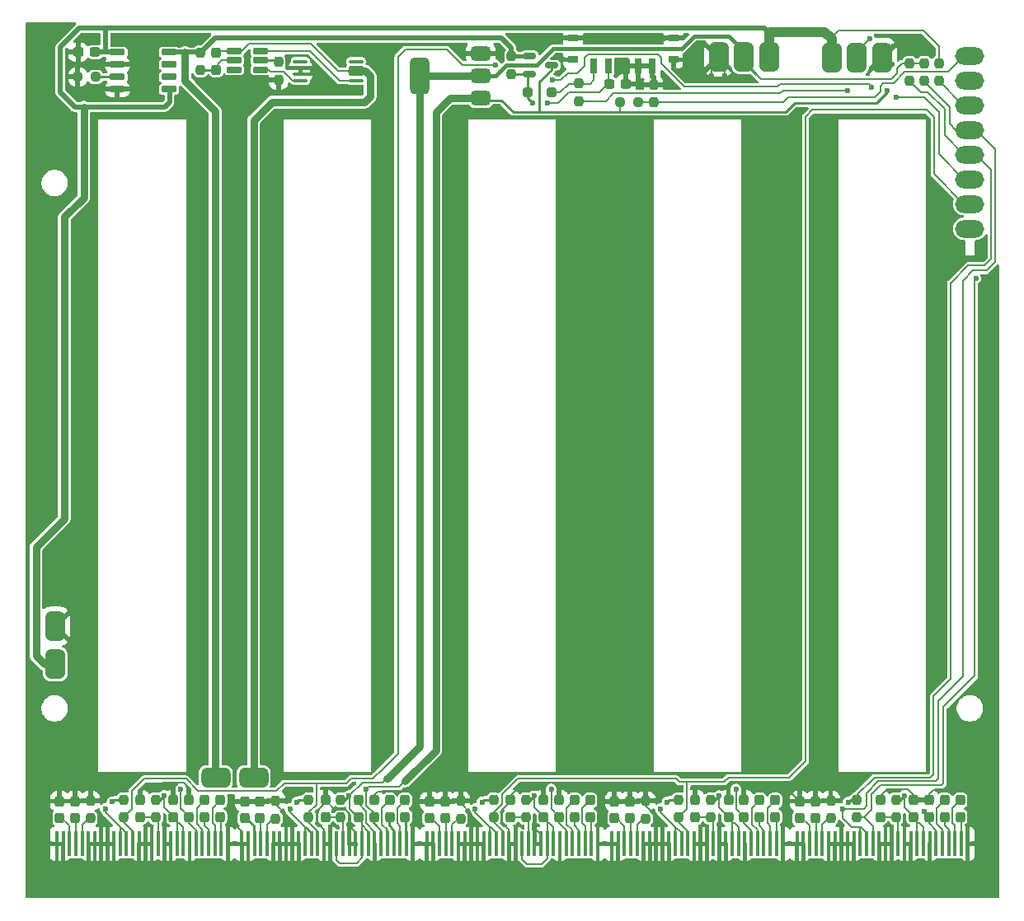
<source format=gbr>
%TF.GenerationSoftware,KiCad,Pcbnew,8.0.1*%
%TF.CreationDate,2024-03-23T17:43:50+03:00*%
%TF.ProjectId,AudMix,4175644d-6978-42e6-9b69-6361645f7063,rev?*%
%TF.SameCoordinates,Original*%
%TF.FileFunction,Copper,L2,Bot*%
%TF.FilePolarity,Positive*%
%FSLAX46Y46*%
G04 Gerber Fmt 4.6, Leading zero omitted, Abs format (unit mm)*
G04 Created by KiCad (PCBNEW 8.0.1) date 2024-03-23 17:43:50*
%MOMM*%
%LPD*%
G01*
G04 APERTURE LIST*
G04 Aperture macros list*
%AMRoundRect*
0 Rectangle with rounded corners*
0 $1 Rounding radius*
0 $2 $3 $4 $5 $6 $7 $8 $9 X,Y pos of 4 corners*
0 Add a 4 corners polygon primitive as box body*
4,1,4,$2,$3,$4,$5,$6,$7,$8,$9,$2,$3,0*
0 Add four circle primitives for the rounded corners*
1,1,$1+$1,$2,$3*
1,1,$1+$1,$4,$5*
1,1,$1+$1,$6,$7*
1,1,$1+$1,$8,$9*
0 Add four rect primitives between the rounded corners*
20,1,$1+$1,$2,$3,$4,$5,0*
20,1,$1+$1,$4,$5,$6,$7,0*
20,1,$1+$1,$6,$7,$8,$9,0*
20,1,$1+$1,$8,$9,$2,$3,0*%
G04 Aperture macros list end*
%TA.AperFunction,ComponentPad*%
%ADD10O,3.000000X1.800000*%
%TD*%
%TA.AperFunction,SMDPad,CuDef*%
%ADD11RoundRect,0.237500X0.237500X-0.300000X0.237500X0.300000X-0.237500X0.300000X-0.237500X-0.300000X0*%
%TD*%
%TA.AperFunction,SMDPad,CuDef*%
%ADD12RoundRect,0.237500X0.237500X-0.250000X0.237500X0.250000X-0.237500X0.250000X-0.237500X-0.250000X0*%
%TD*%
%TA.AperFunction,SMDPad,CuDef*%
%ADD13RoundRect,0.237500X-0.237500X0.250000X-0.237500X-0.250000X0.237500X-0.250000X0.237500X0.250000X0*%
%TD*%
%TA.AperFunction,SMDPad,CuDef*%
%ADD14R,0.400000X2.500000*%
%TD*%
%TA.AperFunction,SMDPad,CuDef*%
%ADD15RoundRect,0.162500X0.617500X0.162500X-0.617500X0.162500X-0.617500X-0.162500X0.617500X-0.162500X0*%
%TD*%
%TA.AperFunction,SMDPad,CuDef*%
%ADD16RoundRect,0.150000X-0.650000X-0.150000X0.650000X-0.150000X0.650000X0.150000X-0.650000X0.150000X0*%
%TD*%
%TA.AperFunction,HeatsinkPad*%
%ADD17R,2.410000X3.100000*%
%TD*%
%TA.AperFunction,SMDPad,CuDef*%
%ADD18RoundRect,0.250000X0.250000X0.250000X-0.250000X0.250000X-0.250000X-0.250000X0.250000X-0.250000X0*%
%TD*%
%TA.AperFunction,SMDPad,CuDef*%
%ADD19RoundRect,0.500000X-0.500000X-1.000000X0.500000X-1.000000X0.500000X1.000000X-0.500000X1.000000X0*%
%TD*%
%TA.AperFunction,SMDPad,CuDef*%
%ADD20RoundRect,0.100000X0.637500X0.100000X-0.637500X0.100000X-0.637500X-0.100000X0.637500X-0.100000X0*%
%TD*%
%TA.AperFunction,SMDPad,CuDef*%
%ADD21R,0.700000X1.500000*%
%TD*%
%TA.AperFunction,SMDPad,CuDef*%
%ADD22R,1.000000X0.800000*%
%TD*%
%TA.AperFunction,SMDPad,CuDef*%
%ADD23RoundRect,0.237500X-0.300000X-0.237500X0.300000X-0.237500X0.300000X0.237500X-0.300000X0.237500X0*%
%TD*%
%TA.AperFunction,SMDPad,CuDef*%
%ADD24RoundRect,0.237500X0.300000X0.237500X-0.300000X0.237500X-0.300000X-0.237500X0.300000X-0.237500X0*%
%TD*%
%TA.AperFunction,SMDPad,CuDef*%
%ADD25RoundRect,0.150000X-0.512500X-0.150000X0.512500X-0.150000X0.512500X0.150000X-0.512500X0.150000X0*%
%TD*%
%TA.AperFunction,SMDPad,CuDef*%
%ADD26RoundRect,0.237500X0.250000X0.237500X-0.250000X0.237500X-0.250000X-0.237500X0.250000X-0.237500X0*%
%TD*%
%TA.AperFunction,SMDPad,CuDef*%
%ADD27RoundRect,0.237500X-0.250000X-0.237500X0.250000X-0.237500X0.250000X0.237500X-0.250000X0.237500X0*%
%TD*%
%TA.AperFunction,SMDPad,CuDef*%
%ADD28RoundRect,0.500000X1.000000X-0.500000X1.000000X0.500000X-1.000000X0.500000X-1.000000X-0.500000X0*%
%TD*%
%TA.AperFunction,SMDPad,CuDef*%
%ADD29RoundRect,0.375000X0.625000X0.375000X-0.625000X0.375000X-0.625000X-0.375000X0.625000X-0.375000X0*%
%TD*%
%TA.AperFunction,SMDPad,CuDef*%
%ADD30RoundRect,0.500000X0.500000X1.400000X-0.500000X1.400000X-0.500000X-1.400000X0.500000X-1.400000X0*%
%TD*%
%TA.AperFunction,ViaPad*%
%ADD31C,0.600000*%
%TD*%
%TA.AperFunction,Conductor*%
%ADD32C,0.200000*%
%TD*%
%TA.AperFunction,Conductor*%
%ADD33C,0.800000*%
%TD*%
%TA.AperFunction,Conductor*%
%ADD34C,0.500000*%
%TD*%
%TA.AperFunction,Conductor*%
%ADD35C,0.400000*%
%TD*%
%TA.AperFunction,Conductor*%
%ADD36C,1.000000*%
%TD*%
%TA.AperFunction,Conductor*%
%ADD37C,0.250000*%
%TD*%
G04 APERTURE END LIST*
D10*
%TO.P,U1,1,GPIO5*%
%TO.N,Net-(U1-GPIO5)*%
X147000000Y-53420000D03*
%TO.P,U1,2,GPIO6*%
%TO.N,/WS2812B_3V3*%
X147000000Y-55960000D03*
%TO.P,U1,3,GPIO7*%
%TO.N,Net-(U1-GPIO7)*%
X147000000Y-58500000D03*
%TO.P,U1,4,GPIO8*%
%TO.N,/I2C_SDA*%
X147000000Y-61040000D03*
%TO.P,U1,5,GPIO9*%
%TO.N,/I2C_SCL*%
X147000000Y-63580000D03*
%TO.P,U1,6,GPIO10*%
%TO.N,/I2C_CS1*%
X147000000Y-66120000D03*
%TO.P,U1,7,GPIO20*%
%TO.N,/I2C_CS2*%
X147000000Y-68660000D03*
%TO.P,U1,8,GPIO21*%
%TO.N,/I2C_CS3*%
X147000000Y-71200000D03*
%TD*%
D11*
%TO.P,C38,1*%
%TO.N,Net-(U10-VCC)*%
X129500000Y-131762500D03*
%TO.P,C38,2*%
%TO.N,GND*%
X129500000Y-130037500D03*
%TD*%
D12*
%TO.P,R25,1*%
%TO.N,/I2C_CS3*%
X135400000Y-131712500D03*
%TO.P,R25,2*%
%TO.N,/I2C_SCL*%
X135400000Y-129887500D03*
%TD*%
D13*
%TO.P,R17,1*%
%TO.N,+3.3V*%
X120400000Y-129900000D03*
%TO.P,R17,2*%
%TO.N,Net-(U8-RES#)*%
X120400000Y-131725000D03*
%TD*%
D14*
%TO.P,U7,1,N.C.(GND)*%
%TO.N,GND*%
X89775000Y-134425000D03*
%TO.P,U7,2,C2P*%
%TO.N,Net-(U7-C2P)*%
X89125000Y-134425000D03*
%TO.P,U7,3,C2N*%
%TO.N,Net-(U7-C2N)*%
X88475000Y-134425000D03*
%TO.P,U7,4,C1P*%
%TO.N,Net-(U7-C1P)*%
X87825000Y-134425000D03*
%TO.P,U7,5,C1N*%
%TO.N,Net-(U7-C1N)*%
X87175000Y-134425000D03*
%TO.P,U7,6,VBAT*%
%TO.N,VCC*%
X86525000Y-134425000D03*
%TO.P,U7,7,VSS*%
%TO.N,GND*%
X85875000Y-134425000D03*
%TO.P,U7,8,VDD*%
%TO.N,+3.3V*%
X85225000Y-134425000D03*
%TO.P,U7,9,BS1*%
X84575000Y-134425000D03*
%TO.P,U7,10,BS2*%
%TO.N,GND*%
X83925000Y-134425000D03*
%TO.P,U7,11,CS#*%
X83275000Y-134425000D03*
%TO.P,U7,12,RES#*%
%TO.N,Net-(U7-RES#)*%
X82625000Y-134425000D03*
%TO.P,U7,13,D/C#*%
%TO.N,+3.3V*%
X81975000Y-134425000D03*
%TO.P,U7,14,R/W#*%
%TO.N,GND*%
X81325000Y-134425000D03*
%TO.P,U7,15,E/RD#*%
X80675000Y-134425000D03*
%TO.P,U7,16,D0*%
%TO.N,/I2C_CS1*%
X80025000Y-134425000D03*
%TO.P,U7,17,D1*%
%TO.N,/I2C_SDA*%
X79375000Y-134425000D03*
%TO.P,U7,18,D2*%
X78725000Y-134425000D03*
%TO.P,U7,19,D3*%
%TO.N,GND*%
X78075000Y-134425000D03*
%TO.P,U7,20,D4*%
X77425000Y-134425000D03*
%TO.P,U7,21,D5*%
X76775000Y-134425000D03*
%TO.P,U7,22,D6*%
X76125000Y-134425000D03*
%TO.P,U7,23,D7*%
X75475000Y-134425000D03*
%TO.P,U7,24,IREF*%
%TO.N,Net-(U7-IREF)*%
X74825000Y-134425000D03*
%TO.P,U7,25,VCOMH*%
%TO.N,Net-(U7-VCOMH)*%
X74175000Y-134425000D03*
%TO.P,U7,26,VCC*%
%TO.N,Net-(U7-VCC)*%
X73525000Y-134425000D03*
%TO.P,U7,27,VLSS*%
%TO.N,GND*%
X72875000Y-134425000D03*
%TO.P,U7,28,N.C.(GND)*%
X72225000Y-134425000D03*
%TD*%
D11*
%TO.P,C27,1*%
%TO.N,Net-(U9-RES#)*%
X99800000Y-131675000D03*
%TO.P,C27,2*%
%TO.N,GND*%
X99800000Y-129950000D03*
%TD*%
D13*
%TO.P,R9,1*%
%TO.N,+3.3V*%
X140800000Y-54187500D03*
%TO.P,R9,2*%
%TO.N,/I2C_SCL*%
X140800000Y-56012500D03*
%TD*%
D12*
%TO.P,R5,1*%
%TO.N,Net-(U1-GPIO5)*%
X114500000Y-58212500D03*
%TO.P,R5,2*%
%TO.N,GND*%
X114500000Y-56387500D03*
%TD*%
D14*
%TO.P,U8,1,N.C.(GND)*%
%TO.N,GND*%
X127775000Y-134425000D03*
%TO.P,U8,2,C2P*%
%TO.N,Net-(U8-C2P)*%
X127125000Y-134425000D03*
%TO.P,U8,3,C2N*%
%TO.N,Net-(U8-C2N)*%
X126475000Y-134425000D03*
%TO.P,U8,4,C1P*%
%TO.N,Net-(U8-C1P)*%
X125825000Y-134425000D03*
%TO.P,U8,5,C1N*%
%TO.N,Net-(U8-C1N)*%
X125175000Y-134425000D03*
%TO.P,U8,6,VBAT*%
%TO.N,VCC*%
X124525000Y-134425000D03*
%TO.P,U8,7,VSS*%
%TO.N,GND*%
X123875000Y-134425000D03*
%TO.P,U8,8,VDD*%
%TO.N,+3.3V*%
X123225000Y-134425000D03*
%TO.P,U8,9,BS1*%
X122575000Y-134425000D03*
%TO.P,U8,10,BS2*%
%TO.N,GND*%
X121925000Y-134425000D03*
%TO.P,U8,11,CS#*%
X121275000Y-134425000D03*
%TO.P,U8,12,RES#*%
%TO.N,Net-(U8-RES#)*%
X120625000Y-134425000D03*
%TO.P,U8,13,D/C#*%
%TO.N,GND*%
X119975000Y-134425000D03*
%TO.P,U8,14,R/W#*%
X119325000Y-134425000D03*
%TO.P,U8,15,E/RD#*%
X118675000Y-134425000D03*
%TO.P,U8,16,D0*%
%TO.N,/I2C_CS2*%
X118025000Y-134425000D03*
%TO.P,U8,17,D1*%
%TO.N,/I2C_SDA*%
X117375000Y-134425000D03*
%TO.P,U8,18,D2*%
X116725000Y-134425000D03*
%TO.P,U8,19,D3*%
%TO.N,GND*%
X116075000Y-134425000D03*
%TO.P,U8,20,D4*%
X115425000Y-134425000D03*
%TO.P,U8,21,D5*%
X114775000Y-134425000D03*
%TO.P,U8,22,D6*%
X114125000Y-134425000D03*
%TO.P,U8,23,D7*%
X113475000Y-134425000D03*
%TO.P,U8,24,IREF*%
%TO.N,Net-(U8-IREF)*%
X112825000Y-134425000D03*
%TO.P,U8,25,VCOMH*%
%TO.N,Net-(U8-VCOMH)*%
X112175000Y-134425000D03*
%TO.P,U8,26,VCC*%
%TO.N,Net-(U8-VCC)*%
X111525000Y-134425000D03*
%TO.P,U8,27,VLSS*%
%TO.N,GND*%
X110875000Y-134425000D03*
%TO.P,U8,28,N.C.(GND)*%
X110225000Y-134425000D03*
%TD*%
D11*
%TO.P,C25,1*%
%TO.N,+3.3V*%
X103200000Y-131675000D03*
%TO.P,C25,2*%
%TO.N,GND*%
X103200000Y-129950000D03*
%TD*%
%TO.P,C16,1*%
%TO.N,Net-(U7-C2P)*%
X89000000Y-131675000D03*
%TO.P,C16,2*%
%TO.N,Net-(U7-C2N)*%
X89000000Y-129950000D03*
%TD*%
%TO.P,C19,1*%
%TO.N,VCC*%
X123800000Y-131675000D03*
%TO.P,C19,2*%
%TO.N,GND*%
X123800000Y-129950000D03*
%TD*%
D13*
%TO.P,R11,1*%
%TO.N,+3.3V*%
X63400000Y-129887500D03*
%TO.P,R11,2*%
%TO.N,Net-(U6-RES#)*%
X63400000Y-131712500D03*
%TD*%
D11*
%TO.P,C23,1*%
%TO.N,Net-(U8-C2P)*%
X127000000Y-131675000D03*
%TO.P,C23,2*%
%TO.N,Net-(U8-C2N)*%
X127000000Y-129950000D03*
%TD*%
D12*
%TO.P,R22,1*%
%TO.N,/I2C_CS2*%
X98100000Y-131725000D03*
%TO.P,R22,2*%
%TO.N,/I2C_SCL*%
X98100000Y-129900000D03*
%TD*%
%TO.P,R19,1*%
%TO.N,/I2C_CS2*%
X117100000Y-131725000D03*
%TO.P,R19,2*%
%TO.N,/I2C_SCL*%
X117100000Y-129900000D03*
%TD*%
D15*
%TO.P,U4,1,OD*%
%TO.N,Net-(U4-OD)*%
X74150000Y-52965000D03*
%TO.P,U4,2,CS*%
%TO.N,Net-(U4-CS)*%
X74150000Y-53915000D03*
%TO.P,U4,3,OC*%
%TO.N,Net-(U4-OC)*%
X74150000Y-54865000D03*
%TO.P,U4,4,TD*%
%TO.N,unconnected-(U4-TD-Pad4)*%
X71450000Y-54865000D03*
%TO.P,U4,5,VCC*%
%TO.N,Net-(U4-VCC)*%
X71450000Y-53915000D03*
%TO.P,U4,6,GND*%
%TO.N,Net-(BT1--)*%
X71450000Y-52965000D03*
%TD*%
D16*
%TO.P,U2,1,TEMP*%
%TO.N,GND*%
X59450000Y-56880000D03*
%TO.P,U2,2,PROG*%
%TO.N,Net-(U2-PROG)*%
X59450000Y-55610000D03*
%TO.P,U2,3,GND*%
%TO.N,GND*%
X59450000Y-54340000D03*
%TO.P,U2,4,VCC*%
%TO.N,+5V*%
X59450000Y-53070000D03*
%TO.P,U2,5,BAT*%
%TO.N,+BATT*%
X64750000Y-53070000D03*
%TO.P,U2,6,STDBY#*%
%TO.N,unconnected-(U2-STDBY#-Pad6)*%
X64750000Y-54340000D03*
%TO.P,U2,7,CHRG#*%
%TO.N,unconnected-(U2-CHRG#-Pad7)*%
X64750000Y-55610000D03*
%TO.P,U2,8,CE*%
%TO.N,+5V*%
X64750000Y-56880000D03*
D17*
%TO.P,U2,9,PAD*%
%TO.N,GND*%
X62100000Y-54975000D03*
%TD*%
D11*
%TO.P,C13,1*%
%TO.N,Net-(U7-RES#)*%
X80800000Y-131675000D03*
%TO.P,C13,2*%
%TO.N,GND*%
X80800000Y-129950000D03*
%TD*%
D13*
%TO.P,R6,1*%
%TO.N,+BATT*%
X99900000Y-53487500D03*
%TO.P,R6,2*%
%TO.N,Net-(D1-A)*%
X99900000Y-55312500D03*
%TD*%
D11*
%TO.P,C18,1*%
%TO.N,+3.3V*%
X122200000Y-131675000D03*
%TO.P,C18,2*%
%TO.N,GND*%
X122200000Y-129950000D03*
%TD*%
D14*
%TO.P,U10,1,N.C.(GND)*%
%TO.N,GND*%
X146775000Y-134412500D03*
%TO.P,U10,2,C2P*%
%TO.N,Net-(U10-C2P)*%
X146125000Y-134412500D03*
%TO.P,U10,3,C2N*%
%TO.N,Net-(U10-C2N)*%
X145475000Y-134412500D03*
%TO.P,U10,4,C1P*%
%TO.N,Net-(U10-C1P)*%
X144825000Y-134412500D03*
%TO.P,U10,5,C1N*%
%TO.N,Net-(U10-C1N)*%
X144175000Y-134412500D03*
%TO.P,U10,6,VBAT*%
%TO.N,VCC*%
X143525000Y-134412500D03*
%TO.P,U10,7,VSS*%
%TO.N,GND*%
X142875000Y-134412500D03*
%TO.P,U10,8,VDD*%
%TO.N,+3.3V*%
X142225000Y-134412500D03*
%TO.P,U10,9,BS1*%
X141575000Y-134412500D03*
%TO.P,U10,10,BS2*%
%TO.N,GND*%
X140925000Y-134412500D03*
%TO.P,U10,11,CS#*%
X140275000Y-134412500D03*
%TO.P,U10,12,RES#*%
%TO.N,Net-(U10-RES#)*%
X139625000Y-134412500D03*
%TO.P,U10,13,D/C#*%
%TO.N,GND*%
X138975000Y-134412500D03*
%TO.P,U10,14,R/W#*%
X138325000Y-134412500D03*
%TO.P,U10,15,E/RD#*%
X137675000Y-134412500D03*
%TO.P,U10,16,D0*%
%TO.N,/I2C_CS3*%
X137025000Y-134412500D03*
%TO.P,U10,17,D1*%
%TO.N,/I2C_SDA*%
X136375000Y-134412500D03*
%TO.P,U10,18,D2*%
X135725000Y-134412500D03*
%TO.P,U10,19,D3*%
%TO.N,GND*%
X135075000Y-134412500D03*
%TO.P,U10,20,D4*%
X134425000Y-134412500D03*
%TO.P,U10,21,D5*%
X133775000Y-134412500D03*
%TO.P,U10,22,D6*%
X133125000Y-134412500D03*
%TO.P,U10,23,D7*%
X132475000Y-134412500D03*
%TO.P,U10,24,IREF*%
%TO.N,Net-(U10-IREF)*%
X131825000Y-134412500D03*
%TO.P,U10,25,VCOMH*%
%TO.N,Net-(U10-VCOMH)*%
X131175000Y-134412500D03*
%TO.P,U10,26,VCC*%
%TO.N,Net-(U10-VCC)*%
X130525000Y-134412500D03*
%TO.P,U10,27,VLSS*%
%TO.N,GND*%
X129875000Y-134412500D03*
%TO.P,U10,28,N.C.(GND)*%
X129225000Y-134412500D03*
%TD*%
D11*
%TO.P,C3,1*%
%TO.N,Net-(U4-VCC)*%
X69600000Y-54862500D03*
%TO.P,C3,2*%
%TO.N,Net-(BT1--)*%
X69600000Y-53137500D03*
%TD*%
D18*
%TO.P,D1,1,K*%
%TO.N,/MODE*%
X104050000Y-57200000D03*
%TO.P,D1,2,A*%
%TO.N,Net-(D1-A)*%
X101550000Y-57200000D03*
%TD*%
D12*
%TO.P,R15,1*%
%TO.N,Net-(U7-IREF)*%
X75700000Y-131825000D03*
%TO.P,R15,2*%
%TO.N,GND*%
X75700000Y-130000000D03*
%TD*%
D19*
%TO.P,J2,1,Pin_1*%
%TO.N,+5V*%
X132787500Y-53612500D03*
%TO.P,J2,2,Pin_2*%
%TO.N,/WS2812B*%
X135387500Y-53612500D03*
%TO.P,J2,3,Pin_3*%
%TO.N,GND*%
X137987500Y-53612500D03*
%TD*%
D13*
%TO.P,R8,1*%
%TO.N,+3.3V*%
X142300000Y-54187500D03*
%TO.P,R8,2*%
%TO.N,/I2C_SDA*%
X142300000Y-56012500D03*
%TD*%
D11*
%TO.P,C21,1*%
%TO.N,Net-(U8-C1P)*%
X125400000Y-131675000D03*
%TO.P,C21,2*%
%TO.N,Net-(U8-C1N)*%
X125400000Y-129950000D03*
%TD*%
%TO.P,C14,1*%
%TO.N,Net-(U7-C1P)*%
X87400000Y-131675000D03*
%TO.P,C14,2*%
%TO.N,Net-(U7-C1N)*%
X87400000Y-129950000D03*
%TD*%
%TO.P,C12,1*%
%TO.N,VCC*%
X85800000Y-131675000D03*
%TO.P,C12,2*%
%TO.N,GND*%
X85800000Y-129950000D03*
%TD*%
%TO.P,C33,1*%
%TO.N,VCC*%
X142800000Y-131662500D03*
%TO.P,C33,2*%
%TO.N,GND*%
X142800000Y-129937500D03*
%TD*%
D13*
%TO.P,R10,1*%
%TO.N,Net-(U4-CS)*%
X76000000Y-54087500D03*
%TO.P,R10,2*%
%TO.N,GND*%
X76000000Y-55912500D03*
%TD*%
D11*
%TO.P,C34,1*%
%TO.N,Net-(U10-RES#)*%
X137800000Y-131662500D03*
%TO.P,C34,2*%
%TO.N,GND*%
X137800000Y-129937500D03*
%TD*%
D14*
%TO.P,U6,1,N.C.(GND)*%
%TO.N,GND*%
X70775000Y-134412500D03*
%TO.P,U6,2,C2P*%
%TO.N,Net-(U6-C2P)*%
X70125000Y-134412500D03*
%TO.P,U6,3,C2N*%
%TO.N,Net-(U6-C2N)*%
X69475000Y-134412500D03*
%TO.P,U6,4,C1P*%
%TO.N,Net-(U6-C1P)*%
X68825000Y-134412500D03*
%TO.P,U6,5,C1N*%
%TO.N,Net-(U6-C1N)*%
X68175000Y-134412500D03*
%TO.P,U6,6,VBAT*%
%TO.N,VCC*%
X67525000Y-134412500D03*
%TO.P,U6,7,VSS*%
%TO.N,GND*%
X66875000Y-134412500D03*
%TO.P,U6,8,VDD*%
%TO.N,+3.3V*%
X66225000Y-134412500D03*
%TO.P,U6,9,BS1*%
X65575000Y-134412500D03*
%TO.P,U6,10,BS2*%
%TO.N,GND*%
X64925000Y-134412500D03*
%TO.P,U6,11,CS#*%
X64275000Y-134412500D03*
%TO.P,U6,12,RES#*%
%TO.N,Net-(U6-RES#)*%
X63625000Y-134412500D03*
%TO.P,U6,13,D/C#*%
%TO.N,GND*%
X62975000Y-134412500D03*
%TO.P,U6,14,R/W#*%
X62325000Y-134412500D03*
%TO.P,U6,15,E/RD#*%
X61675000Y-134412500D03*
%TO.P,U6,16,D0*%
%TO.N,/I2C_CS1*%
X61025000Y-134412500D03*
%TO.P,U6,17,D1*%
%TO.N,/I2C_SDA*%
X60375000Y-134412500D03*
%TO.P,U6,18,D2*%
X59725000Y-134412500D03*
%TO.P,U6,19,D3*%
%TO.N,GND*%
X59075000Y-134412500D03*
%TO.P,U6,20,D4*%
X58425000Y-134412500D03*
%TO.P,U6,21,D5*%
X57775000Y-134412500D03*
%TO.P,U6,22,D6*%
X57125000Y-134412500D03*
%TO.P,U6,23,D7*%
X56475000Y-134412500D03*
%TO.P,U6,24,IREF*%
%TO.N,Net-(U6-IREF)*%
X55825000Y-134412500D03*
%TO.P,U6,25,VCOMH*%
%TO.N,Net-(U6-VCOMH)*%
X55175000Y-134412500D03*
%TO.P,U6,26,VCC*%
%TO.N,Net-(U6-VCC)*%
X54525000Y-134412500D03*
%TO.P,U6,27,VLSS*%
%TO.N,GND*%
X53875000Y-134412500D03*
%TO.P,U6,28,N.C.(GND)*%
X53225000Y-134412500D03*
%TD*%
D19*
%TO.P,J3,1,Pin_1*%
%TO.N,+5V*%
X53075000Y-115950000D03*
%TO.P,J3,3,Pin_3*%
%TO.N,GND*%
X53075000Y-112050000D03*
%TD*%
D20*
%TO.P,U5,1,D12*%
%TO.N,unconnected-(U5-D12-Pad1)*%
X83962500Y-54025000D03*
%TO.P,U5,2,S1*%
%TO.N,Net-(BT1--)*%
X83962500Y-54675000D03*
%TO.P,U5,3,S1*%
X83962500Y-55325000D03*
%TO.P,U5,4,G1*%
%TO.N,Net-(U4-OD)*%
X83962500Y-55975000D03*
%TO.P,U5,5,G2*%
%TO.N,Net-(U4-OC)*%
X78237500Y-55975000D03*
%TO.P,U5,6,S2*%
%TO.N,GND*%
X78237500Y-55325000D03*
%TO.P,U5,7,S2*%
X78237500Y-54675000D03*
%TO.P,U5,8*%
%TO.N,N/C*%
X78237500Y-54025000D03*
%TD*%
D11*
%TO.P,C35,1*%
%TO.N,Net-(U10-C1P)*%
X144400000Y-131662500D03*
%TO.P,C35,2*%
%TO.N,Net-(U10-C1N)*%
X144400000Y-129937500D03*
%TD*%
D21*
%TO.P,SW1,1,1*%
%TO.N,/MODE*%
X108390000Y-54485000D03*
%TO.P,SW1,2,2*%
%TO.N,Net-(D1-A)*%
X109890000Y-54485000D03*
%TO.P,SW1,3,3*%
%TO.N,GND*%
X112890000Y-54485000D03*
%TO.P,SW1,4,4*%
X114390000Y-54485000D03*
D22*
%TO.P,SW1,SH,3*%
X106240000Y-51625000D03*
X106240000Y-53835000D03*
X116540000Y-51625000D03*
X116540000Y-53835000D03*
%TD*%
D11*
%TO.P,C32,1*%
%TO.N,+3.3V*%
X141200000Y-131662500D03*
%TO.P,C32,2*%
%TO.N,GND*%
X141200000Y-129937500D03*
%TD*%
D23*
%TO.P,C2,1*%
%TO.N,Net-(D1-A)*%
X109937500Y-56300000D03*
%TO.P,C2,2*%
%TO.N,GND*%
X111662500Y-56300000D03*
%TD*%
D11*
%TO.P,C5,1*%
%TO.N,VCC*%
X66800000Y-131662500D03*
%TO.P,C5,2*%
%TO.N,GND*%
X66800000Y-129937500D03*
%TD*%
D12*
%TO.P,R1,1*%
%TO.N,/WS2812B_3V3*%
X106800000Y-58112500D03*
%TO.P,R1,2*%
%TO.N,/MODE*%
X106800000Y-56287500D03*
%TD*%
D11*
%TO.P,C9,1*%
%TO.N,Net-(U6-C2P)*%
X70000000Y-131662500D03*
%TO.P,C9,2*%
%TO.N,Net-(U6-C2N)*%
X70000000Y-129937500D03*
%TD*%
D24*
%TO.P,C1,1*%
%TO.N,+5V*%
X57150000Y-53050000D03*
%TO.P,C1,2*%
%TO.N,GND*%
X55425000Y-53050000D03*
%TD*%
D25*
%TO.P,Q1,1,G*%
%TO.N,Net-(D1-A)*%
X101762500Y-55350000D03*
%TO.P,Q1,2,S*%
%TO.N,+BATT*%
X101762500Y-53450000D03*
%TO.P,Q1,3,D*%
%TO.N,VCC*%
X104037500Y-54400000D03*
%TD*%
D12*
%TO.P,R16,1*%
%TO.N,/I2C_CS1*%
X79100000Y-131725000D03*
%TO.P,R16,2*%
%TO.N,/I2C_SCL*%
X79100000Y-129900000D03*
%TD*%
D26*
%TO.P,R3,1*%
%TO.N,Net-(U2-PROG)*%
X57212500Y-55600000D03*
%TO.P,R3,2*%
%TO.N,GND*%
X55387500Y-55600000D03*
%TD*%
D27*
%TO.P,R4,1*%
%TO.N,VCC*%
X111087500Y-58200000D03*
%TO.P,R4,2*%
%TO.N,Net-(U1-GPIO5)*%
X112912500Y-58200000D03*
%TD*%
D13*
%TO.P,R20,1*%
%TO.N,+3.3V*%
X101400000Y-129900000D03*
%TO.P,R20,2*%
%TO.N,Net-(U9-RES#)*%
X101400000Y-131725000D03*
%TD*%
D11*
%TO.P,C30,1*%
%TO.N,Net-(U9-C2P)*%
X108000000Y-131675000D03*
%TO.P,C30,2*%
%TO.N,Net-(U9-C2N)*%
X108000000Y-129950000D03*
%TD*%
%TO.P,C22,1*%
%TO.N,Net-(U8-VCOMH)*%
X112100000Y-131775000D03*
%TO.P,C22,2*%
%TO.N,GND*%
X112100000Y-130050000D03*
%TD*%
%TO.P,C29,1*%
%TO.N,Net-(U9-VCOMH)*%
X93100000Y-131775000D03*
%TO.P,C29,2*%
%TO.N,GND*%
X93100000Y-130050000D03*
%TD*%
%TO.P,C28,1*%
%TO.N,Net-(U9-C1P)*%
X106400000Y-131675000D03*
%TO.P,C28,2*%
%TO.N,Net-(U9-C1N)*%
X106400000Y-129950000D03*
%TD*%
D12*
%TO.P,R18,1*%
%TO.N,Net-(U8-IREF)*%
X113700000Y-131825000D03*
%TO.P,R18,2*%
%TO.N,GND*%
X113700000Y-130000000D03*
%TD*%
D28*
%TO.P,BT1,1,+*%
%TO.N,+BATT*%
X69550000Y-127625000D03*
%TO.P,BT1,2,-*%
%TO.N,Net-(BT1--)*%
X73450000Y-127625000D03*
%TD*%
D14*
%TO.P,U9,1,N.C.(GND)*%
%TO.N,GND*%
X108775000Y-134425000D03*
%TO.P,U9,2,C2P*%
%TO.N,Net-(U9-C2P)*%
X108125000Y-134425000D03*
%TO.P,U9,3,C2N*%
%TO.N,Net-(U9-C2N)*%
X107475000Y-134425000D03*
%TO.P,U9,4,C1P*%
%TO.N,Net-(U9-C1P)*%
X106825000Y-134425000D03*
%TO.P,U9,5,C1N*%
%TO.N,Net-(U9-C1N)*%
X106175000Y-134425000D03*
%TO.P,U9,6,VBAT*%
%TO.N,VCC*%
X105525000Y-134425000D03*
%TO.P,U9,7,VSS*%
%TO.N,GND*%
X104875000Y-134425000D03*
%TO.P,U9,8,VDD*%
%TO.N,+3.3V*%
X104225000Y-134425000D03*
%TO.P,U9,9,BS1*%
X103575000Y-134425000D03*
%TO.P,U9,10,BS2*%
%TO.N,GND*%
X102925000Y-134425000D03*
%TO.P,U9,11,CS#*%
X102275000Y-134425000D03*
%TO.P,U9,12,RES#*%
%TO.N,Net-(U9-RES#)*%
X101625000Y-134425000D03*
%TO.P,U9,13,D/C#*%
%TO.N,+3.3V*%
X100975000Y-134425000D03*
%TO.P,U9,14,R/W#*%
%TO.N,GND*%
X100325000Y-134425000D03*
%TO.P,U9,15,E/RD#*%
X99675000Y-134425000D03*
%TO.P,U9,16,D0*%
%TO.N,/I2C_CS2*%
X99025000Y-134425000D03*
%TO.P,U9,17,D1*%
%TO.N,/I2C_SDA*%
X98375000Y-134425000D03*
%TO.P,U9,18,D2*%
X97725000Y-134425000D03*
%TO.P,U9,19,D3*%
%TO.N,GND*%
X97075000Y-134425000D03*
%TO.P,U9,20,D4*%
X96425000Y-134425000D03*
%TO.P,U9,21,D5*%
X95775000Y-134425000D03*
%TO.P,U9,22,D6*%
X95125000Y-134425000D03*
%TO.P,U9,23,D7*%
X94475000Y-134425000D03*
%TO.P,U9,24,IREF*%
%TO.N,Net-(U9-IREF)*%
X93825000Y-134425000D03*
%TO.P,U9,25,VCOMH*%
%TO.N,Net-(U9-VCOMH)*%
X93175000Y-134425000D03*
%TO.P,U9,26,VCC*%
%TO.N,Net-(U9-VCC)*%
X92525000Y-134425000D03*
%TO.P,U9,27,VLSS*%
%TO.N,GND*%
X91875000Y-134425000D03*
%TO.P,U9,28,N.C.(GND)*%
X91225000Y-134425000D03*
%TD*%
D12*
%TO.P,R24,1*%
%TO.N,Net-(U10-IREF)*%
X132700000Y-131812500D03*
%TO.P,R24,2*%
%TO.N,GND*%
X132700000Y-129987500D03*
%TD*%
D11*
%TO.P,C24,1*%
%TO.N,Net-(U8-VCC)*%
X110500000Y-131775000D03*
%TO.P,C24,2*%
%TO.N,GND*%
X110500000Y-130050000D03*
%TD*%
%TO.P,C20,1*%
%TO.N,Net-(U8-RES#)*%
X118800000Y-131675000D03*
%TO.P,C20,2*%
%TO.N,GND*%
X118800000Y-129950000D03*
%TD*%
D13*
%TO.P,R7,1*%
%TO.N,+BATT*%
X68000000Y-53087500D03*
%TO.P,R7,2*%
%TO.N,Net-(U4-VCC)*%
X68000000Y-54912500D03*
%TD*%
D11*
%TO.P,C4,1*%
%TO.N,+3.3V*%
X65200000Y-131662500D03*
%TO.P,C4,2*%
%TO.N,GND*%
X65200000Y-129937500D03*
%TD*%
D12*
%TO.P,R2,1*%
%TO.N,Net-(U1-GPIO7)*%
X143800000Y-56012500D03*
%TO.P,R2,2*%
%TO.N,+5V*%
X143800000Y-54187500D03*
%TD*%
D13*
%TO.P,R14,1*%
%TO.N,+3.3V*%
X82400000Y-129900000D03*
%TO.P,R14,2*%
%TO.N,Net-(U7-RES#)*%
X82400000Y-131725000D03*
%TD*%
D11*
%TO.P,C10,1*%
%TO.N,Net-(U6-VCC)*%
X53500000Y-131762500D03*
%TO.P,C10,2*%
%TO.N,GND*%
X53500000Y-130037500D03*
%TD*%
D12*
%TO.P,R13,1*%
%TO.N,/I2C_CS1*%
X60100000Y-131712500D03*
%TO.P,R13,2*%
%TO.N,/I2C_SCL*%
X60100000Y-129887500D03*
%TD*%
D29*
%TO.P,U3,1,GND*%
%TO.N,GND*%
X96750000Y-53200000D03*
%TO.P,U3,2,VO*%
%TO.N,+3.3V*%
X96750000Y-55500000D03*
D30*
X90450000Y-55500000D03*
D29*
%TO.P,U3,3,VI*%
%TO.N,VCC*%
X96750000Y-57800000D03*
%TD*%
D11*
%TO.P,C6,1*%
%TO.N,Net-(U6-RES#)*%
X61800000Y-131662500D03*
%TO.P,C6,2*%
%TO.N,GND*%
X61800000Y-129937500D03*
%TD*%
%TO.P,C11,1*%
%TO.N,+3.3V*%
X84200000Y-131675000D03*
%TO.P,C11,2*%
%TO.N,GND*%
X84200000Y-129950000D03*
%TD*%
%TO.P,C15,1*%
%TO.N,Net-(U7-VCOMH)*%
X74100000Y-131775000D03*
%TO.P,C15,2*%
%TO.N,GND*%
X74100000Y-130050000D03*
%TD*%
%TO.P,C31,1*%
%TO.N,Net-(U9-VCC)*%
X91500000Y-131775000D03*
%TO.P,C31,2*%
%TO.N,GND*%
X91500000Y-130050000D03*
%TD*%
%TO.P,C8,1*%
%TO.N,Net-(U6-VCOMH)*%
X55100000Y-131762500D03*
%TO.P,C8,2*%
%TO.N,GND*%
X55100000Y-130037500D03*
%TD*%
%TO.P,C36,1*%
%TO.N,Net-(U10-VCOMH)*%
X131100000Y-131762500D03*
%TO.P,C36,2*%
%TO.N,GND*%
X131100000Y-130037500D03*
%TD*%
D13*
%TO.P,R23,1*%
%TO.N,+3.3V*%
X139400000Y-129887500D03*
%TO.P,R23,2*%
%TO.N,Net-(U10-RES#)*%
X139400000Y-131712500D03*
%TD*%
D12*
%TO.P,R12,1*%
%TO.N,Net-(U6-IREF)*%
X56700000Y-131812500D03*
%TO.P,R12,2*%
%TO.N,GND*%
X56700000Y-129987500D03*
%TD*%
%TO.P,R21,1*%
%TO.N,Net-(U9-IREF)*%
X94700000Y-131825000D03*
%TO.P,R21,2*%
%TO.N,GND*%
X94700000Y-130000000D03*
%TD*%
D11*
%TO.P,C7,1*%
%TO.N,Net-(U6-C1P)*%
X68400000Y-131662500D03*
%TO.P,C7,2*%
%TO.N,Net-(U6-C1N)*%
X68400000Y-129937500D03*
%TD*%
D19*
%TO.P,J1,1,Pin_1*%
%TO.N,GND*%
X121187500Y-53562500D03*
%TO.P,J1,2,Pin_2*%
%TO.N,+3.3V*%
X123787500Y-53562500D03*
%TO.P,J1,3,Pin_3*%
%TO.N,+5V*%
X126387500Y-53562500D03*
%TD*%
D11*
%TO.P,C37,1*%
%TO.N,Net-(U10-C2P)*%
X146000000Y-131662500D03*
%TO.P,C37,2*%
%TO.N,Net-(U10-C2N)*%
X146000000Y-129937500D03*
%TD*%
%TO.P,C17,1*%
%TO.N,Net-(U7-VCC)*%
X72500000Y-131775000D03*
%TO.P,C17,2*%
%TO.N,GND*%
X72500000Y-130050000D03*
%TD*%
%TO.P,C26,1*%
%TO.N,VCC*%
X104800000Y-131675000D03*
%TO.P,C26,2*%
%TO.N,GND*%
X104800000Y-129950000D03*
%TD*%
D31*
%TO.N,GND*%
X52600000Y-134400000D03*
X63400000Y-128800000D03*
X63000000Y-55000000D03*
X120500000Y-55500000D03*
X147400000Y-134400000D03*
X71500000Y-134400000D03*
X105200000Y-53800000D03*
X79500000Y-55000000D03*
X109500000Y-134400000D03*
X83400000Y-132700000D03*
X63000000Y-53800000D03*
X61200000Y-56200000D03*
X74800000Y-55900000D03*
X102300000Y-132800000D03*
X121800000Y-55500000D03*
X62100000Y-55600000D03*
X107150000Y-51600000D03*
X61200000Y-55000000D03*
X62100000Y-54300000D03*
X98500000Y-53200000D03*
X90500000Y-134400000D03*
X139000000Y-54300000D03*
X137600000Y-54300000D03*
X95200000Y-53200000D03*
X63000000Y-56200000D03*
X113100000Y-56300000D03*
X55400000Y-54300000D03*
X115550000Y-51650000D03*
X139200000Y-52400000D03*
X128500000Y-134400000D03*
X61200000Y-53800000D03*
%TO.N,+3.3V*%
X140240000Y-129470000D03*
X64240000Y-129470000D03*
X102240000Y-129482500D03*
X121240000Y-129482500D03*
X83202500Y-129482500D03*
%TO.N,VCC*%
X138500000Y-57000000D03*
X104000000Y-128800001D03*
X142268750Y-131131250D03*
X84975000Y-128800000D03*
X122975000Y-128800000D03*
X65975000Y-128787501D03*
%TO.N,Net-(D1-A)*%
X102100000Y-58300000D03*
X103600000Y-58300000D03*
%TO.N,/I2C_CS1*%
X104100000Y-55900000D03*
X136900000Y-56700000D03*
X139400000Y-57700000D03*
X98255025Y-54355025D03*
%TO.N,/I2C_SCL*%
X96900000Y-130122500D03*
X134500000Y-130122500D03*
X58900000Y-130110000D03*
X77862500Y-130122500D03*
X115900000Y-130122500D03*
%TO.N,/I2C_CS3*%
X147600000Y-76300000D03*
%TO.N,/I2C_SDA*%
X77162500Y-130812500D03*
X96200000Y-130812500D03*
X115200000Y-130812500D03*
X133900000Y-130800000D03*
X58200000Y-130800000D03*
%TO.N,/WS2812B*%
X136700000Y-51700000D03*
%TO.N,/WS2812B_3V3*%
X134400000Y-57000000D03*
%TD*%
D32*
%TO.N,/I2C_CS3*%
X147500000Y-76400000D02*
X147600000Y-76300000D01*
X144250000Y-128250000D02*
X144250000Y-120375000D01*
X144250000Y-120375000D02*
X147500000Y-117125000D01*
X144100000Y-128400000D02*
X144250000Y-128250000D01*
X136900000Y-130912500D02*
X136900000Y-129350000D01*
X137850000Y-128400000D02*
X144100000Y-128400000D01*
X136900000Y-129350000D02*
X137850000Y-128400000D01*
X136100000Y-131712500D02*
X136900000Y-130912500D01*
X147500000Y-117125000D02*
X147500000Y-76400000D01*
%TO.N,/I2C_SDA*%
X147640000Y-61040000D02*
X147600000Y-61040000D01*
X149600000Y-63000000D02*
X147640000Y-61040000D01*
X149600000Y-74600000D02*
X149600000Y-63000000D01*
X146250000Y-117250000D02*
X146250000Y-76550000D01*
X148700000Y-75500000D02*
X149600000Y-74600000D01*
X143500000Y-128000000D02*
X143750000Y-127750000D01*
X143750000Y-119750000D02*
X146250000Y-117250000D01*
X136400000Y-129200000D02*
X137600000Y-128000000D01*
X136400000Y-130500000D02*
X136400000Y-129200000D01*
X147300000Y-75500000D02*
X148700000Y-75500000D01*
X136100000Y-130800000D02*
X136400000Y-130500000D01*
X146250000Y-76550000D02*
X147300000Y-75500000D01*
X137600000Y-128000000D02*
X143500000Y-128000000D01*
X133900000Y-130800000D02*
X136100000Y-130800000D01*
X143750000Y-127750000D02*
X143750000Y-119750000D01*
%TO.N,/I2C_SCL*%
X149175000Y-65130000D02*
X147625000Y-63580000D01*
X149175000Y-74325000D02*
X149175000Y-65130000D01*
X146800000Y-75000000D02*
X148500000Y-75000000D01*
X143250000Y-127250000D02*
X143250000Y-119250000D01*
X142900000Y-127600000D02*
X143250000Y-127250000D01*
X137200000Y-127600000D02*
X142900000Y-127600000D01*
X143250000Y-119250000D02*
X145000000Y-117500000D01*
X135400000Y-129400000D02*
X137200000Y-127600000D01*
X148500000Y-75000000D02*
X149175000Y-74325000D01*
X145000000Y-117500000D02*
X145000000Y-76800000D01*
X145000000Y-76800000D02*
X146800000Y-75000000D01*
X135400000Y-129887500D02*
X135400000Y-129400000D01*
D33*
%TO.N,+5V*%
X51100000Y-114700000D02*
X51100000Y-108000000D01*
X51100000Y-108000000D02*
X51100000Y-103900000D01*
X51100000Y-114700000D02*
X51100000Y-115100000D01*
X51100000Y-115100000D02*
X51950000Y-115950000D01*
X51100000Y-103900000D02*
X54000000Y-101000000D01*
X51950000Y-115950000D02*
X53075000Y-115950000D01*
X54000000Y-101000000D02*
X54000000Y-70000000D01*
X54000000Y-70000000D02*
X56000000Y-68000000D01*
X56000000Y-68000000D02*
X56000000Y-58700000D01*
D34*
X56000000Y-58700000D02*
X55100000Y-58700000D01*
X64300000Y-58700000D02*
X56000000Y-58700000D01*
%TO.N,+BATT*%
X69487500Y-51600000D02*
X87300000Y-51600000D01*
D35*
X99900000Y-53487500D02*
X101725000Y-53487500D01*
D33*
X66400000Y-53070000D02*
X66400000Y-56000000D01*
D34*
X99900000Y-52600000D02*
X99900000Y-53487500D01*
D33*
X69500000Y-127575000D02*
X69550000Y-127625000D01*
D35*
X101725000Y-53487500D02*
X101762500Y-53450000D01*
D34*
X66400000Y-53070000D02*
X68017500Y-53070000D01*
D33*
X69500000Y-59100000D02*
X69500000Y-127575000D01*
D34*
X64750000Y-53070000D02*
X66400000Y-53070000D01*
D33*
X66400000Y-56000000D02*
X69500000Y-59100000D01*
D34*
X87300000Y-51600000D02*
X98900000Y-51600000D01*
X68017500Y-53070000D02*
X69487500Y-51600000D01*
X98900000Y-51600000D02*
X99900000Y-52600000D01*
D33*
%TO.N,Net-(BT1--)*%
X85400000Y-55500000D02*
X85400000Y-57600000D01*
D32*
X71112500Y-52965000D02*
X72235000Y-52965000D01*
D33*
X84800000Y-58200000D02*
X75300000Y-58200000D01*
D32*
X69825000Y-53175000D02*
X69200000Y-53175000D01*
D33*
X85400000Y-57600000D02*
X84800000Y-58200000D01*
X84900000Y-55000000D02*
X85400000Y-55500000D01*
D32*
X72235000Y-52965000D02*
X73000000Y-52200000D01*
X82100000Y-55000000D02*
X83637500Y-55000000D01*
X83637500Y-55000000D02*
X83962500Y-54675000D01*
X70035000Y-52965000D02*
X69825000Y-53175000D01*
D33*
X75300000Y-58200000D02*
X73450000Y-60050000D01*
X83500000Y-55000000D02*
X84900000Y-55000000D01*
D32*
X79300000Y-52200000D02*
X82100000Y-55000000D01*
X71112500Y-52965000D02*
X70035000Y-52965000D01*
X73000000Y-52200000D02*
X79300000Y-52200000D01*
D33*
X73450000Y-60050000D02*
X73450000Y-127625000D01*
D34*
%TO.N,+5V*%
X126387500Y-51087500D02*
X126475000Y-51000000D01*
D32*
X133500000Y-50800000D02*
X142200000Y-50800000D01*
D36*
X132100000Y-51000000D02*
X132787500Y-51687500D01*
D32*
X143800000Y-54187500D02*
X143800000Y-52400000D01*
D34*
X59450000Y-53070000D02*
X58200000Y-53070000D01*
X55100000Y-58700000D02*
X53600000Y-57200000D01*
X58200000Y-50600000D02*
X125900000Y-50600000D01*
X64800000Y-56930000D02*
X64800000Y-58200000D01*
D36*
X132787500Y-51687500D02*
X132787500Y-53612500D01*
D34*
X57170000Y-53070000D02*
X57150000Y-53050000D01*
D36*
X126475000Y-51000000D02*
X132100000Y-51000000D01*
D32*
X132700000Y-51600000D02*
X133500000Y-50800000D01*
D34*
X125900000Y-50600000D02*
X126387500Y-51087500D01*
X58200000Y-53070000D02*
X58200000Y-50600000D01*
D36*
X126387500Y-51087500D02*
X126387500Y-53562500D01*
D34*
X55500000Y-50600000D02*
X58200000Y-50600000D01*
D36*
X132100000Y-51000000D02*
X132700000Y-51600000D01*
D34*
X58200000Y-53070000D02*
X57170000Y-53070000D01*
X53600000Y-52500000D02*
X55500000Y-50600000D01*
X64800000Y-58200000D02*
X64300000Y-58700000D01*
D32*
X142200000Y-50800000D02*
X143800000Y-52400000D01*
D34*
X53600000Y-57200000D02*
X53600000Y-52500000D01*
X64750000Y-56880000D02*
X64800000Y-56930000D01*
D32*
%TO.N,GND*%
X108700000Y-137400000D02*
X110300000Y-137400000D01*
X138325000Y-134312500D02*
X138325000Y-137375000D01*
X132300000Y-137400000D02*
X129800000Y-137400000D01*
X129100000Y-137100000D02*
X129225000Y-136975000D01*
X106240000Y-51625000D02*
X107125000Y-51625000D01*
X146775000Y-134312500D02*
X146775000Y-135825000D01*
X71600000Y-130050000D02*
X71350000Y-130300000D01*
X53400000Y-137500000D02*
X53100000Y-137200000D01*
X95125000Y-134312500D02*
X95125000Y-137225000D01*
X127800000Y-137500000D02*
X127700000Y-137500000D01*
X94475000Y-134312500D02*
X94475000Y-137225000D01*
X75700000Y-130300000D02*
X76775000Y-131375000D01*
X65200000Y-129000000D02*
X65200000Y-129937500D01*
X76125000Y-134312500D02*
X76125000Y-137225000D01*
X141200000Y-129937500D02*
X142800000Y-129937500D01*
X58300000Y-137300000D02*
X58300000Y-137500000D01*
X115425000Y-134412500D02*
X115425000Y-137175000D01*
X94475000Y-137225000D02*
X94300000Y-137400000D01*
X121800000Y-54175000D02*
X121187500Y-53562500D01*
X129400000Y-137400000D02*
X129100000Y-137100000D01*
X62325000Y-137475000D02*
X62300000Y-137500000D01*
X77425000Y-137075000D02*
X77300000Y-137200000D01*
X122500000Y-128100000D02*
X123500000Y-128100000D01*
X127775000Y-134425000D02*
X127775000Y-132625000D01*
X91500000Y-129100000D02*
X91500000Y-130050000D01*
X116075000Y-134412500D02*
X116075000Y-137425000D01*
X104800000Y-128350000D02*
X104800000Y-129950000D01*
X62975000Y-134412500D02*
X62975000Y-137225000D01*
X98950000Y-132250000D02*
X99675000Y-132975000D01*
X114775000Y-137425000D02*
X114700000Y-137500000D01*
X128400000Y-128937500D02*
X128331250Y-128868750D01*
X99800000Y-129950000D02*
X99800000Y-129500000D01*
X56475000Y-134412500D02*
X56475000Y-137325000D01*
X81700000Y-137400000D02*
X81300000Y-137400000D01*
X129212500Y-134425000D02*
X129225000Y-134412500D01*
X72800000Y-137400000D02*
X72400000Y-137400000D01*
X76775000Y-131375000D02*
X76775000Y-134425000D01*
X114775000Y-134412500D02*
X114775000Y-137425000D01*
X97075000Y-134312500D02*
X97075000Y-137325000D01*
X127775000Y-135925000D02*
X127800000Y-135950000D01*
X72100000Y-137100000D02*
X72225000Y-136975000D01*
X95775000Y-131325000D02*
X95775000Y-134425000D01*
X85800000Y-129400000D02*
X86150000Y-129050000D01*
X100450000Y-128850000D02*
X102600000Y-128850000D01*
X66800000Y-128650000D02*
X66300000Y-128150000D01*
X57300000Y-137500000D02*
X56300000Y-137500000D01*
X56300000Y-137500000D02*
X53800000Y-137500000D01*
X147400000Y-129700000D02*
X147400000Y-132150000D01*
X89800000Y-135850000D02*
X89800000Y-137400000D01*
X81750000Y-130900000D02*
X80800000Y-129950000D01*
X61675000Y-137475000D02*
X61700000Y-137500000D01*
X58425000Y-137175000D02*
X58300000Y-137300000D01*
X72875000Y-134312500D02*
X72875000Y-137325000D01*
X80700000Y-137400000D02*
X78000000Y-137400000D01*
X61700000Y-137500000D02*
X59000000Y-137500000D01*
X66900000Y-137500000D02*
X64900000Y-137500000D01*
X86150000Y-129050000D02*
X91450000Y-129050000D01*
X102925000Y-137375000D02*
X102900000Y-137400000D01*
X76125000Y-137225000D02*
X76300000Y-137400000D01*
X102600000Y-128850000D02*
X103050000Y-128850000D01*
X62325000Y-134412500D02*
X62325000Y-137475000D01*
X137800000Y-129500000D02*
X138500000Y-128800000D01*
X93500000Y-137400000D02*
X91800000Y-137400000D01*
X61675000Y-134412500D02*
X61675000Y-137475000D01*
X147387500Y-134412500D02*
X147400000Y-134400000D01*
X119325000Y-137475000D02*
X119300000Y-137500000D01*
X102925000Y-133425000D02*
X102300000Y-132800000D01*
X80800000Y-130150000D02*
X79950000Y-131000000D01*
X65000000Y-128800000D02*
X65200000Y-129000000D01*
X110300000Y-137400000D02*
X110100000Y-137200000D01*
X97075000Y-137325000D02*
X97000000Y-137400000D01*
X115425000Y-137175000D02*
X115300000Y-137300000D01*
X61800000Y-129100000D02*
X62100000Y-128800000D01*
X137800000Y-129937500D02*
X137800000Y-129500000D01*
X61800000Y-129937500D02*
X61800000Y-129100000D01*
X64900000Y-137500000D02*
X64400000Y-137500000D01*
X138500000Y-128800000D02*
X140600000Y-128800000D01*
X118675000Y-134412500D02*
X118675000Y-137475000D01*
X121275000Y-134412500D02*
X121275000Y-137375000D01*
X121900000Y-137500000D02*
X121400000Y-137500000D01*
X102300000Y-132800000D02*
X102275000Y-132825000D01*
X85000000Y-132300000D02*
X85875000Y-133175000D01*
X121925000Y-134412500D02*
X121925000Y-137475000D01*
X85900000Y-137400000D02*
X85875000Y-137375000D01*
X113700000Y-130487500D02*
X114775000Y-131562500D01*
X95775000Y-134312500D02*
X95775000Y-137325000D01*
X80675000Y-134312500D02*
X80675000Y-137375000D01*
X66900000Y-137500000D02*
X66875000Y-137475000D01*
X140275000Y-137275000D02*
X140400000Y-137400000D01*
X95300000Y-137400000D02*
X94300000Y-137400000D01*
X103300000Y-128150000D02*
X104600000Y-128150000D01*
X85000000Y-131071936D02*
X85000000Y-132300000D01*
X114700000Y-137500000D02*
X114300000Y-137500000D01*
X132475000Y-137225000D02*
X132300000Y-137400000D01*
X146800000Y-135850000D02*
X146800000Y-137400000D01*
X72225000Y-136975000D02*
X72225000Y-134312500D01*
X75700000Y-130000000D02*
X75700000Y-130300000D01*
X83925000Y-134425000D02*
X83925000Y-133225000D01*
X129500000Y-130037500D02*
X131100000Y-130037500D01*
X121187500Y-53562500D02*
X120500000Y-54250000D01*
X146775000Y-132775000D02*
X146775000Y-134412500D01*
X142800000Y-129937500D02*
X142800000Y-129350000D01*
X134425000Y-134312500D02*
X134425000Y-137075000D01*
X132475000Y-134312500D02*
X132475000Y-137225000D01*
X70800000Y-135950000D02*
X70800000Y-137300000D01*
X85875000Y-134312500D02*
X85875000Y-137375000D01*
X80800000Y-129950000D02*
X80800000Y-130150000D01*
X141200000Y-129400000D02*
X141200000Y-129937500D01*
X102400000Y-137400000D02*
X100700000Y-137400000D01*
X138975000Y-137125000D02*
X138700000Y-137400000D01*
X72500000Y-130050000D02*
X71600000Y-130050000D01*
X81325000Y-137375000D02*
X81300000Y-137400000D01*
X66875000Y-134412500D02*
X66875000Y-137475000D01*
X140900000Y-137400000D02*
X140400000Y-137400000D01*
X138325000Y-137375000D02*
X138300000Y-137400000D01*
X129225000Y-136975000D02*
X129225000Y-134312500D01*
X83925000Y-133225000D02*
X83400000Y-132700000D01*
X77300000Y-137200000D02*
X77300000Y-137400000D01*
X146775000Y-135825000D02*
X146800000Y-135850000D01*
X100700000Y-137400000D02*
X100300000Y-137400000D01*
X96425000Y-134312500D02*
X96425000Y-137075000D01*
X110875000Y-134412500D02*
X110875000Y-137425000D01*
X120500000Y-54250000D02*
X120500000Y-55500000D01*
X62975000Y-137225000D02*
X62700000Y-137500000D01*
X133700000Y-137400000D02*
X133300000Y-137400000D01*
X75475000Y-134312500D02*
X75475000Y-137225000D01*
X121800000Y-55500000D02*
X121800000Y-54175000D01*
X72400000Y-137400000D02*
X72100000Y-137100000D01*
X110875000Y-137425000D02*
X110800000Y-137500000D01*
X104900000Y-137400000D02*
X104875000Y-137375000D01*
X89800000Y-137400000D02*
X89500000Y-137400000D01*
X103050000Y-128850000D02*
X103200000Y-129000000D01*
X72875000Y-137325000D02*
X72800000Y-137400000D01*
X83925000Y-137375000D02*
X83900000Y-137400000D01*
X106205000Y-53800000D02*
X106240000Y-53835000D01*
X99800000Y-130100000D02*
X98950000Y-130950000D01*
X140925000Y-134312500D02*
X140925000Y-137375000D01*
X53225000Y-137075000D02*
X53225000Y-134412500D01*
X89775000Y-134312500D02*
X89775000Y-135825000D01*
X123900000Y-137500000D02*
X123875000Y-137475000D01*
X70775000Y-135925000D02*
X70800000Y-135950000D01*
X78075000Y-137325000D02*
X78000000Y-137400000D01*
X89500000Y-137400000D02*
X85900000Y-137400000D01*
X129875000Y-137325000D02*
X129800000Y-137400000D01*
X79950000Y-132250000D02*
X80675000Y-132975000D01*
X98950000Y-130950000D02*
X98950000Y-132250000D01*
X89500000Y-137400000D02*
X93500000Y-137400000D01*
X134300000Y-137400000D02*
X133700000Y-137400000D01*
X78075000Y-134312500D02*
X78075000Y-137325000D01*
X110225000Y-137075000D02*
X110225000Y-134412500D01*
X118800000Y-129100000D02*
X119300000Y-128600000D01*
X122200000Y-128400000D02*
X122500000Y-128100000D01*
X115300000Y-137500000D02*
X114700000Y-137500000D01*
X114125000Y-137325000D02*
X114300000Y-137500000D01*
X62100000Y-128800000D02*
X63400000Y-128800000D01*
X64275000Y-134412500D02*
X64275000Y-137375000D01*
X108800000Y-135850000D02*
X108800000Y-137400000D01*
X137675000Y-134312500D02*
X137675000Y-137375000D01*
X110100000Y-137200000D02*
X110225000Y-137075000D01*
X64925000Y-137475000D02*
X64900000Y-137500000D01*
X83275000Y-134425000D02*
X83275000Y-132825000D01*
X131150000Y-129987500D02*
X131100000Y-130037500D01*
X108775000Y-134312500D02*
X108775000Y-135825000D01*
X83900000Y-137400000D02*
X83400000Y-137400000D01*
X66800000Y-129937500D02*
X66800000Y-128650000D01*
X127775000Y-132625000D02*
X128400000Y-132000000D01*
X59075000Y-137425000D02*
X59000000Y-137500000D01*
X91875000Y-137325000D02*
X91800000Y-137400000D01*
X147400000Y-132150000D02*
X146775000Y-132775000D01*
X81325000Y-134312500D02*
X81325000Y-137375000D01*
X138300000Y-137400000D02*
X137700000Y-137400000D01*
X91100000Y-137100000D02*
X91225000Y-136975000D01*
X70800000Y-137500000D02*
X66900000Y-137500000D01*
X121275000Y-137375000D02*
X121400000Y-137500000D01*
X102925000Y-134425000D02*
X102925000Y-133425000D01*
X85800000Y-129950000D02*
X85800000Y-129400000D01*
X91400000Y-137400000D02*
X91100000Y-137100000D01*
X57700000Y-137500000D02*
X57300000Y-137500000D01*
X127775000Y-134425000D02*
X129212500Y-134425000D01*
X64925000Y-134412500D02*
X64925000Y-137475000D01*
X85900000Y-137400000D02*
X83900000Y-137400000D01*
X59000000Y-137500000D02*
X58300000Y-137500000D01*
X123500000Y-128100000D02*
X123800000Y-128400000D01*
X77300000Y-137400000D02*
X76700000Y-137400000D01*
X91225000Y-136975000D02*
X91225000Y-134312500D01*
X84200000Y-129950000D02*
X84200000Y-130271936D01*
X102900000Y-137400000D02*
X102400000Y-137400000D01*
X99675000Y-132975000D02*
X99675000Y-134425000D01*
X127862500Y-128400000D02*
X128331250Y-128868750D01*
X99800000Y-129950000D02*
X99800000Y-130100000D01*
X99675000Y-137375000D02*
X99700000Y-137400000D01*
X53875000Y-137425000D02*
X53800000Y-137500000D01*
X83275000Y-132825000D02*
X83400000Y-132700000D01*
X64275000Y-137375000D02*
X64400000Y-137500000D01*
X108775000Y-135825000D02*
X108800000Y-135850000D01*
X129300000Y-137500000D02*
X129400000Y-137400000D01*
X119975000Y-137225000D02*
X119700000Y-137500000D01*
X104600000Y-128150000D02*
X104800000Y-128350000D01*
X62300000Y-137500000D02*
X61700000Y-137500000D01*
X123800000Y-128400000D02*
X127862500Y-128400000D01*
X108700000Y-137400000D02*
X104900000Y-137400000D01*
X142900000Y-137400000D02*
X142875000Y-137375000D01*
X134300000Y-137200000D02*
X134300000Y-137400000D01*
X118675000Y-137475000D02*
X118700000Y-137500000D01*
X89775000Y-135825000D02*
X89800000Y-135850000D01*
X133775000Y-134312500D02*
X133775000Y-137325000D01*
X82829222Y-130900000D02*
X81750000Y-130900000D01*
X138700000Y-137400000D02*
X138300000Y-137400000D01*
X96425000Y-137075000D02*
X96300000Y-137200000D01*
X137700000Y-137400000D02*
X135000000Y-137400000D01*
X99700000Y-137400000D02*
X97000000Y-137400000D01*
X96300000Y-137400000D02*
X95700000Y-137400000D01*
X64050000Y-128150000D02*
X63400000Y-128800000D01*
X123900000Y-137500000D02*
X121900000Y-137500000D01*
X128331250Y-128868750D02*
X129500000Y-130037500D01*
X70900000Y-137400000D02*
X72800000Y-137400000D01*
X83275000Y-132575000D02*
X83275000Y-131345778D01*
X122200000Y-128600000D02*
X122200000Y-128400000D01*
X135075000Y-137325000D02*
X135000000Y-137400000D01*
X100300000Y-137400000D02*
X99700000Y-137400000D01*
X127700000Y-137500000D02*
X129300000Y-137500000D01*
X132700000Y-129987500D02*
X131150000Y-129987500D01*
X116075000Y-137425000D02*
X116000000Y-137500000D01*
X80675000Y-137375000D02*
X80700000Y-137400000D01*
X121925000Y-137475000D02*
X121900000Y-137500000D01*
X118800000Y-129950000D02*
X118800000Y-129100000D01*
X133125000Y-137225000D02*
X133300000Y-137400000D01*
X102275000Y-134425000D02*
X102300000Y-132800000D01*
X128400000Y-132000000D02*
X128400000Y-128937500D01*
X53100000Y-137200000D02*
X53225000Y-137075000D01*
X71350000Y-132250000D02*
X72225000Y-133125000D01*
X64400000Y-137500000D02*
X62700000Y-137500000D01*
X115300000Y-137300000D02*
X115300000Y-137500000D01*
X140925000Y-137375000D02*
X140900000Y-137400000D01*
X140275000Y-134312500D02*
X140275000Y-137275000D01*
X79950000Y-131000000D02*
X79950000Y-132250000D01*
X97000000Y-137400000D02*
X96300000Y-137400000D01*
X83400000Y-132700000D02*
X83275000Y-132575000D01*
X119300000Y-128600000D02*
X122200000Y-128600000D01*
X122200000Y-129950000D02*
X122200000Y-128600000D01*
X57125000Y-134412500D02*
X57125000Y-137325000D01*
X113700000Y-130000000D02*
X113700000Y-130487500D01*
X76775000Y-134312500D02*
X76775000Y-137325000D01*
X75475000Y-137225000D02*
X75300000Y-137400000D01*
X76775000Y-137325000D02*
X76700000Y-137400000D01*
X70775000Y-134412500D02*
X70775000Y-135925000D01*
X119300000Y-137500000D02*
X118700000Y-137500000D01*
X146800000Y-137400000D02*
X142900000Y-137400000D01*
X81300000Y-137400000D02*
X80700000Y-137400000D01*
X103200000Y-129000000D02*
X103200000Y-129950000D01*
X94300000Y-137400000D02*
X93500000Y-137400000D01*
X114125000Y-134412500D02*
X114125000Y-137325000D01*
X57775000Y-134412500D02*
X57775000Y-137425000D01*
X127800000Y-135950000D02*
X127800000Y-137500000D01*
X123875000Y-134412500D02*
X123875000Y-137475000D01*
X110800000Y-137500000D02*
X110400000Y-137500000D01*
X133775000Y-137325000D02*
X133700000Y-137400000D01*
X138975000Y-134312500D02*
X138975000Y-137125000D01*
X71350000Y-130300000D02*
X71350000Y-132250000D01*
X135000000Y-137400000D02*
X134300000Y-137400000D01*
X118700000Y-137500000D02*
X116000000Y-137500000D01*
X143250000Y-128900000D02*
X146600000Y-128900000D01*
X116000000Y-137500000D02*
X115300000Y-137500000D01*
X100325000Y-137375000D02*
X100300000Y-137400000D01*
X104875000Y-134312500D02*
X104875000Y-137375000D01*
X70800000Y-137300000D02*
X70900000Y-137400000D01*
X146600000Y-128900000D02*
X147400000Y-129700000D01*
X119700000Y-137500000D02*
X119300000Y-137500000D01*
X96300000Y-137200000D02*
X96300000Y-137400000D01*
X76700000Y-137400000D02*
X76300000Y-137400000D01*
X70800000Y-137300000D02*
X70800000Y-137500000D01*
X142900000Y-137400000D02*
X140900000Y-137400000D01*
X58300000Y-137500000D02*
X57700000Y-137500000D01*
X105200000Y-53800000D02*
X106205000Y-53800000D01*
X127700000Y-137500000D02*
X123900000Y-137500000D01*
X91450000Y-129050000D02*
X91500000Y-129100000D01*
X66300000Y-128150000D02*
X64050000Y-128150000D01*
X57775000Y-137425000D02*
X57700000Y-137500000D01*
X114300000Y-137500000D02*
X113300000Y-137500000D01*
X108800000Y-137400000D02*
X108700000Y-137400000D01*
X113300000Y-137500000D02*
X110800000Y-137500000D01*
X58425000Y-134412500D02*
X58425000Y-137175000D01*
X77425000Y-134312500D02*
X77425000Y-137075000D01*
X133125000Y-134312500D02*
X133125000Y-137225000D01*
X142875000Y-134312500D02*
X142875000Y-137375000D01*
X110400000Y-137500000D02*
X110300000Y-137400000D01*
X53800000Y-137500000D02*
X53400000Y-137500000D01*
X91875000Y-134312500D02*
X91875000Y-137325000D01*
X99675000Y-134312500D02*
X99675000Y-137375000D01*
X102600000Y-128850000D02*
X103300000Y-128150000D01*
X83275000Y-131345778D02*
X82829222Y-130900000D01*
X95125000Y-137225000D02*
X95300000Y-137400000D01*
X137675000Y-137375000D02*
X137700000Y-137400000D01*
X57125000Y-137325000D02*
X57300000Y-137500000D01*
X113475000Y-134412500D02*
X113475000Y-137325000D01*
X100325000Y-134312500D02*
X100325000Y-137375000D01*
X119975000Y-134412500D02*
X119975000Y-137225000D01*
X75300000Y-137400000D02*
X72800000Y-137400000D01*
X108775000Y-134425000D02*
X110225000Y-134425000D01*
X127775000Y-134412500D02*
X127775000Y-135925000D01*
X72225000Y-133125000D02*
X72225000Y-134425000D01*
X121400000Y-137500000D02*
X119700000Y-137500000D01*
X142800000Y-129350000D02*
X143250000Y-128900000D01*
X94700000Y-130000000D02*
X94700000Y-130250000D01*
X119325000Y-134412500D02*
X119325000Y-137475000D01*
X62700000Y-137500000D02*
X62300000Y-137500000D01*
X135075000Y-134312500D02*
X135075000Y-137325000D01*
X91800000Y-137400000D02*
X91400000Y-137400000D01*
X76300000Y-137400000D02*
X75300000Y-137400000D01*
X104900000Y-137400000D02*
X102900000Y-137400000D01*
X95775000Y-137325000D02*
X95700000Y-137400000D01*
X140600000Y-128800000D02*
X141200000Y-129400000D01*
X95700000Y-137400000D02*
X95300000Y-137400000D01*
X107125000Y-51625000D02*
X107150000Y-51600000D01*
X53875000Y-134412500D02*
X53875000Y-137425000D01*
X99800000Y-129500000D02*
X100450000Y-128850000D01*
X85875000Y-133175000D02*
X85875000Y-134425000D01*
X129875000Y-134312500D02*
X129875000Y-137325000D01*
X59075000Y-134412500D02*
X59075000Y-137425000D01*
X83400000Y-137400000D02*
X81700000Y-137400000D01*
X84200000Y-130271936D02*
X85000000Y-131071936D01*
X80675000Y-132975000D02*
X80675000Y-134425000D01*
X146775000Y-134412500D02*
X147387500Y-134412500D01*
X140400000Y-137400000D02*
X138700000Y-137400000D01*
X102275000Y-137275000D02*
X102400000Y-137400000D01*
X94700000Y-130250000D02*
X95775000Y-131325000D01*
X129800000Y-137400000D02*
X129400000Y-137400000D01*
X56475000Y-137325000D02*
X56300000Y-137500000D01*
X123800000Y-128400000D02*
X123800000Y-129950000D01*
X78000000Y-137400000D02*
X77300000Y-137400000D01*
X134425000Y-137075000D02*
X134300000Y-137200000D01*
X113475000Y-137325000D02*
X113300000Y-137500000D01*
X63400000Y-128800000D02*
X65000000Y-128800000D01*
X133300000Y-137400000D02*
X132300000Y-137400000D01*
X114775000Y-131562500D02*
X114775000Y-134425000D01*
%TO.N,Net-(U4-VCC)*%
X69200000Y-54900000D02*
X70185000Y-53915000D01*
D37*
X69550000Y-54912500D02*
X69600000Y-54862500D01*
D32*
X70185000Y-53915000D02*
X71112500Y-53915000D01*
D37*
X68000000Y-54912500D02*
X69550000Y-54912500D01*
D32*
%TO.N,+3.3V*%
X125500000Y-55800000D02*
X138900000Y-55800000D01*
X65800000Y-132300000D02*
X66225000Y-132725000D01*
X103575000Y-132312500D02*
X103800000Y-132312500D01*
X86700000Y-128100000D02*
X84622500Y-128100000D01*
X81975000Y-136075000D02*
X82300000Y-136400000D01*
X65575000Y-132300000D02*
X65800000Y-132300000D01*
X121240000Y-130702500D02*
X122575000Y-132037500D01*
D37*
X64240000Y-129470000D02*
X63822500Y-129887500D01*
D32*
X102240000Y-130702500D02*
X103575000Y-132037500D01*
X85187500Y-133137500D02*
X85187500Y-134425000D01*
X140240000Y-130690000D02*
X141575000Y-132025000D01*
X87100000Y-127700000D02*
X86700000Y-128100000D01*
X100975000Y-134425000D02*
X100975000Y-135975000D01*
X139500000Y-54700000D02*
X140012500Y-54187500D01*
X103575000Y-132037500D02*
X103575000Y-132312500D01*
X103575000Y-132312500D02*
X103575000Y-134425000D01*
D37*
X63822500Y-129887500D02*
X63600000Y-129887500D01*
X63822500Y-129887500D02*
X63600000Y-129887500D01*
D32*
X123225000Y-132737500D02*
X123225000Y-134425000D01*
D35*
X99400000Y-54400000D02*
X102500000Y-54400000D01*
D32*
X102240000Y-129482500D02*
X102240000Y-130702500D01*
D37*
X120822500Y-129900000D02*
X120600000Y-129900000D01*
D32*
X138900000Y-55800000D02*
X139500000Y-55200000D01*
X84575000Y-132037500D02*
X84575000Y-132312500D01*
X122800000Y-132312500D02*
X123225000Y-132737500D01*
D35*
X123787500Y-52987500D02*
X123787500Y-53562500D01*
D32*
X65575000Y-132300000D02*
X65575000Y-134412500D01*
D37*
X121240000Y-129482500D02*
X120822500Y-129900000D01*
D33*
X87150000Y-127700000D02*
X90450000Y-124400000D01*
D32*
X83300000Y-130800000D02*
X84537500Y-132037500D01*
X64240000Y-129470000D02*
X64240000Y-130690000D01*
X122575000Y-132312500D02*
X122575000Y-134425000D01*
X100975000Y-135975000D02*
X101500000Y-136500000D01*
X140240000Y-129470000D02*
X140240000Y-130690000D01*
X139500000Y-55200000D02*
X139500000Y-54700000D01*
X103575000Y-132312500D02*
X103800000Y-132312500D01*
D37*
X82785000Y-129900000D02*
X82562500Y-129900000D01*
D35*
X102500000Y-54400000D02*
X104200000Y-52700000D01*
D37*
X121240000Y-129482500D02*
X120822500Y-129900000D01*
D35*
X104200000Y-52700000D02*
X117400000Y-52700000D01*
D32*
X82300000Y-136400000D02*
X84025000Y-136400000D01*
X84537500Y-132037500D02*
X84537500Y-132312500D01*
X102240000Y-129482500D02*
X102240000Y-130702500D01*
D37*
X83240000Y-129482500D02*
X82822500Y-129900000D01*
D32*
X83300000Y-129580000D02*
X83300000Y-130800000D01*
X66225000Y-132725000D02*
X66225000Y-134412500D01*
X84575000Y-135850000D02*
X84575000Y-134425000D01*
D37*
X140240000Y-129470000D02*
X139822500Y-129887500D01*
D35*
X118700000Y-51400000D02*
X122200000Y-51400000D01*
D32*
X64240000Y-130690000D02*
X65575000Y-132025000D01*
D35*
X96850000Y-55700000D02*
X97050000Y-55500000D01*
D32*
X121240000Y-130702500D02*
X122575000Y-132037500D01*
X102240000Y-130702500D02*
X103575000Y-132037500D01*
X84537500Y-132487500D02*
X85187500Y-133137500D01*
D37*
X102240000Y-129482500D02*
X101822500Y-129900000D01*
D33*
X90450000Y-55500000D02*
X96750000Y-55500000D01*
D32*
X65575000Y-132300000D02*
X65575000Y-134412500D01*
X140800000Y-54187500D02*
X142300000Y-54187500D01*
X121240000Y-129482500D02*
X121240000Y-130702500D01*
X141575000Y-132300000D02*
X141575000Y-134412500D01*
X125000000Y-55300000D02*
X125500000Y-55800000D01*
D37*
X101822500Y-129900000D02*
X101600000Y-129900000D01*
D32*
X123225000Y-132737500D02*
X123225000Y-134425000D01*
X104225000Y-132737500D02*
X104225000Y-134425000D01*
X141575000Y-132300000D02*
X141800000Y-132300000D01*
X64240000Y-130690000D02*
X65575000Y-132025000D01*
X122575000Y-132037500D02*
X122575000Y-132312500D01*
D37*
X64240000Y-129470000D02*
X63822500Y-129887500D01*
D32*
X65575000Y-132025000D02*
X65575000Y-132300000D01*
X103800000Y-132312500D02*
X104225000Y-132737500D01*
X83202500Y-129482500D02*
X83300000Y-129580000D01*
D37*
X102240000Y-129482500D02*
X101822500Y-129900000D01*
D32*
X64240000Y-129470000D02*
X64240000Y-130690000D01*
X84025000Y-136400000D02*
X84575000Y-135850000D01*
X65800000Y-132300000D02*
X66225000Y-132725000D01*
X122575000Y-132312500D02*
X122800000Y-132312500D01*
X84575000Y-132312500D02*
X84575000Y-134425000D01*
X142225000Y-132725000D02*
X142225000Y-134412500D01*
X122575000Y-132312500D02*
X122800000Y-132312500D01*
D37*
X123787500Y-54087500D02*
X123787500Y-53562500D01*
X120822500Y-129900000D02*
X120600000Y-129900000D01*
D32*
X122575000Y-132037500D02*
X122575000Y-132312500D01*
X103800000Y-132312500D02*
X104225000Y-132737500D01*
D33*
X87100000Y-127700000D02*
X87150000Y-127700000D01*
D32*
X141800000Y-132300000D02*
X142225000Y-132725000D01*
X65575000Y-132025000D02*
X65575000Y-132300000D01*
X101500000Y-136500000D02*
X103000000Y-136500000D01*
X84622500Y-128100000D02*
X83240000Y-129482500D01*
X81975000Y-134425000D02*
X81975000Y-136075000D01*
D35*
X122200000Y-51400000D02*
X123787500Y-52987500D01*
D32*
X141575000Y-132025000D02*
X141575000Y-132300000D01*
X84537500Y-132312500D02*
X84537500Y-132487500D01*
D37*
X83202500Y-129482500D02*
X82785000Y-129900000D01*
X139822500Y-129887500D02*
X139600000Y-129887500D01*
X82822500Y-129900000D02*
X82600000Y-129900000D01*
D32*
X65575000Y-132300000D02*
X65800000Y-132300000D01*
X121240000Y-129482500D02*
X121240000Y-130702500D01*
D35*
X98300000Y-55500000D02*
X99400000Y-54400000D01*
D32*
X122800000Y-132312500D02*
X123225000Y-132737500D01*
D37*
X125000000Y-55300000D02*
X123787500Y-54087500D01*
D35*
X97050000Y-55500000D02*
X98300000Y-55500000D01*
D32*
X66225000Y-132725000D02*
X66225000Y-134412500D01*
X84537500Y-132312500D02*
X84537500Y-134425000D01*
D37*
X101822500Y-129900000D02*
X101600000Y-129900000D01*
D32*
X104225000Y-132737500D02*
X104225000Y-134425000D01*
X103575000Y-135925000D02*
X103575000Y-134425000D01*
X103575000Y-132037500D02*
X103575000Y-132312500D01*
X140012500Y-54187500D02*
X140800000Y-54187500D01*
D33*
X90450000Y-124400000D02*
X90450000Y-55500000D01*
D32*
X103000000Y-136500000D02*
X103575000Y-135925000D01*
X122575000Y-132312500D02*
X122575000Y-134425000D01*
D35*
X117400000Y-52700000D02*
X118700000Y-51400000D01*
D32*
X103575000Y-132312500D02*
X103575000Y-134425000D01*
D37*
%TO.N,VCC*%
X96850000Y-58000000D02*
X98900000Y-58000000D01*
D32*
X142800000Y-131662500D02*
X142800000Y-132300000D01*
X123000000Y-130875000D02*
X123800000Y-131675000D01*
D33*
X92150000Y-59250000D02*
X93600000Y-57800000D01*
D32*
X85000000Y-128825000D02*
X84975000Y-128800000D01*
X67525000Y-133025000D02*
X67525000Y-134412500D01*
D37*
X103400000Y-59200000D02*
X111100000Y-59200000D01*
D32*
X111087500Y-59187500D02*
X111100000Y-59200000D01*
X89000000Y-127950000D02*
X88400000Y-128550000D01*
X66800000Y-131662500D02*
X66800000Y-132300000D01*
X104800000Y-132312500D02*
X105525000Y-133037500D01*
X86487500Y-133037500D02*
X86487500Y-134425000D01*
X104000000Y-130875000D02*
X104800000Y-131675000D01*
D37*
X102800000Y-56100000D02*
X102800000Y-59200000D01*
X128100000Y-59200000D02*
X111100000Y-59200000D01*
D32*
X104000000Y-130875000D02*
X104800000Y-131675000D01*
X66800000Y-132300000D02*
X67525000Y-133025000D01*
D33*
X89000000Y-127950000D02*
X92150000Y-124800000D01*
D32*
X86525000Y-133037500D02*
X86525000Y-134425000D01*
X143525000Y-133025000D02*
X143525000Y-134412500D01*
X85762500Y-132312500D02*
X86487500Y-133037500D01*
X104800000Y-132312500D02*
X105525000Y-133037500D01*
X104800000Y-131675000D02*
X104800000Y-132312500D01*
X124525000Y-133037500D02*
X124525000Y-134425000D01*
X122975000Y-128800000D02*
X123000000Y-128825000D01*
D37*
X104037500Y-54862500D02*
X102800000Y-56100000D01*
X100100000Y-59200000D02*
X103400000Y-59200000D01*
D32*
X66800000Y-132300000D02*
X67525000Y-133025000D01*
X111087500Y-58300000D02*
X111087500Y-59187500D01*
X104000000Y-128800001D02*
X104000000Y-130862501D01*
X65975000Y-128787501D02*
X65975000Y-130850001D01*
X85762500Y-131268750D02*
X85762500Y-132312500D01*
D37*
X110987500Y-58500000D02*
X110787500Y-58300000D01*
X138500000Y-57000000D02*
X138500000Y-57200000D01*
X97062500Y-58212500D02*
X96850000Y-58000000D01*
D32*
X85800000Y-132312500D02*
X86525000Y-133037500D01*
X66800000Y-131662500D02*
X66800000Y-132300000D01*
X123800000Y-132312500D02*
X124525000Y-133037500D01*
X104800000Y-131675000D02*
X104800000Y-132312500D01*
X123800000Y-131675000D02*
X123800000Y-132312500D01*
D33*
X92150000Y-124800000D02*
X92150000Y-59250000D01*
D37*
X137400000Y-58300000D02*
X129000000Y-58300000D01*
D32*
X142268750Y-131131250D02*
X142800000Y-131662500D01*
X85225000Y-128550000D02*
X84975000Y-128800000D01*
X124525000Y-133037500D02*
X124525000Y-134425000D01*
X85800000Y-131675000D02*
X85800000Y-131300000D01*
D33*
X93600000Y-57800000D02*
X96750000Y-57800000D01*
D32*
X123000000Y-128825000D02*
X123000000Y-130837500D01*
X67525000Y-133025000D02*
X67525000Y-134412500D01*
X66000000Y-130862500D02*
X66800000Y-131662500D01*
X123800000Y-131675000D02*
X123800000Y-132312500D01*
X142800000Y-132300000D02*
X143525000Y-133025000D01*
X85800000Y-131300000D02*
X85000000Y-130500000D01*
X85000000Y-130500000D02*
X85000000Y-128825000D01*
X123000000Y-130875000D02*
X123800000Y-131675000D01*
X85800000Y-131675000D02*
X85800000Y-132312500D01*
X66000000Y-130862500D02*
X66800000Y-131662500D01*
X123800000Y-132312500D02*
X124525000Y-133037500D01*
X105525000Y-133037500D02*
X105525000Y-134425000D01*
D37*
X138500000Y-57200000D02*
X137400000Y-58300000D01*
D32*
X88400000Y-128550000D02*
X85225000Y-128550000D01*
D37*
X98900000Y-58000000D02*
X100100000Y-59200000D01*
D32*
X105525000Y-133037500D02*
X105525000Y-134425000D01*
D37*
X129000000Y-58300000D02*
X128100000Y-59200000D01*
X104037500Y-54400000D02*
X104037500Y-54862500D01*
X102800000Y-59200000D02*
X103400000Y-59200000D01*
D32*
%TO.N,Net-(U10-C1P)*%
X144400000Y-131662500D02*
X144400000Y-132563604D01*
X144400000Y-132563604D02*
X144825000Y-132988604D01*
X144825000Y-132988604D02*
X144825000Y-134412500D01*
%TO.N,Net-(U10-C1N)*%
X144175000Y-132975000D02*
X144175000Y-134412500D01*
X143600000Y-132400000D02*
X144175000Y-132975000D01*
X144400000Y-129937500D02*
X143600000Y-130737500D01*
X143600000Y-130737500D02*
X143600000Y-132400000D01*
%TO.N,Net-(U10-VCOMH)*%
X131175000Y-131725000D02*
X131100000Y-131650000D01*
X131175000Y-134412500D02*
X131175000Y-131725000D01*
%TO.N,Net-(U10-C2N)*%
X145200000Y-132300000D02*
X145475000Y-132575000D01*
X145475000Y-132575000D02*
X145475000Y-134412500D01*
X145200000Y-130737500D02*
X145200000Y-132300000D01*
X146000000Y-129937500D02*
X145200000Y-130737500D01*
%TO.N,Net-(U10-C2P)*%
X146125000Y-131787500D02*
X146000000Y-131662500D01*
X146125000Y-134412500D02*
X146125000Y-131787500D01*
%TO.N,Net-(U10-VCC)*%
X130525000Y-134412500D02*
X130525000Y-132575000D01*
X130525000Y-132575000D02*
X129600000Y-131650000D01*
%TO.N,Net-(D1-A)*%
X105800000Y-57200000D02*
X108918750Y-57200000D01*
D37*
X101550000Y-57750000D02*
X101550000Y-57200000D01*
X102100000Y-58300000D02*
X101550000Y-57750000D01*
D32*
X108918750Y-57200000D02*
X109818750Y-56300000D01*
X109937500Y-56300000D02*
X109890000Y-56252500D01*
X109890000Y-56252500D02*
X109890000Y-54485000D01*
D37*
X101550000Y-55562500D02*
X101762500Y-55350000D01*
D32*
X103600000Y-58300000D02*
X104700000Y-58300000D01*
X109818750Y-56300000D02*
X109937500Y-56300000D01*
D37*
X101762500Y-55350000D02*
X99937500Y-55350000D01*
X99937500Y-55350000D02*
X99900000Y-55312500D01*
X101550000Y-57200000D02*
X101550000Y-55562500D01*
D32*
X104700000Y-58300000D02*
X105800000Y-57200000D01*
%TO.N,Net-(U1-GPIO5)*%
X140300000Y-55100000D02*
X139150000Y-56250000D01*
X144720000Y-55100000D02*
X140300000Y-55100000D01*
X139150000Y-56250000D02*
X138100000Y-56250000D01*
X128300000Y-57700000D02*
X127800000Y-58200000D01*
X138100000Y-56250000D02*
X137800000Y-56550000D01*
X114487500Y-58200000D02*
X114500000Y-58212500D01*
X137800000Y-56550000D02*
X137800000Y-57100000D01*
X127800000Y-58200000D02*
X114612500Y-58200000D01*
X112912500Y-58300000D02*
X113012500Y-58200000D01*
X146400000Y-53420000D02*
X144720000Y-55100000D01*
X137200000Y-57700000D02*
X128300000Y-57700000D01*
X114612500Y-58200000D02*
X114500000Y-58312500D01*
X113012500Y-58200000D02*
X114487500Y-58200000D01*
X137800000Y-57100000D02*
X137200000Y-57700000D01*
D37*
%TO.N,Net-(U2-PROG)*%
X57242500Y-55610000D02*
X59450000Y-55610000D01*
%TO.N,Net-(U4-CS)*%
X73812500Y-53915000D02*
X76040000Y-53915000D01*
D32*
%TO.N,/I2C_CS1*%
X60100000Y-132200000D02*
X61025000Y-133125000D01*
X107450000Y-54450000D02*
X106700000Y-55200000D01*
X79900000Y-130400000D02*
X79100000Y-131200000D01*
X79100000Y-131725000D02*
X79100000Y-132212500D01*
X60100000Y-131712500D02*
X60100000Y-132200000D01*
X137000000Y-56700000D02*
X136900000Y-56600000D01*
X94400000Y-53900000D02*
X94450000Y-53950000D01*
X88250000Y-54750000D02*
X88250000Y-53550000D01*
X60100000Y-131712500D02*
X60100000Y-132200000D01*
X61025000Y-133125000D02*
X61025000Y-134412500D01*
X79062500Y-131725000D02*
X79062500Y-132212500D01*
X67750000Y-129000000D02*
X75800000Y-129000000D01*
X117650000Y-56600000D02*
X127200000Y-56600000D01*
X135800000Y-56300000D02*
X136600000Y-56300000D01*
X98255025Y-54355025D02*
X94855025Y-54355025D01*
X79900000Y-128300000D02*
X79900000Y-130400000D01*
X127500000Y-56300000D02*
X135800000Y-56300000D01*
X143800000Y-59200000D02*
X143800000Y-63520000D01*
X93250000Y-52750000D02*
X94400000Y-53900000D01*
X142300000Y-57700000D02*
X143800000Y-59200000D01*
X115300000Y-53650000D02*
X114950000Y-53300000D01*
X75800000Y-129000000D02*
X76600000Y-128200000D01*
X79800000Y-128200000D02*
X79900000Y-128300000D01*
X136600000Y-56300000D02*
X136900000Y-56600000D01*
X89050000Y-52750000D02*
X93250000Y-52750000D01*
X79987500Y-133137500D02*
X79987500Y-134425000D01*
X79062500Y-132212500D02*
X79987500Y-133137500D01*
X86750000Y-126650000D02*
X88250000Y-125150000D01*
X143800000Y-63520000D02*
X146400000Y-66120000D01*
X66500000Y-127750000D02*
X67750000Y-129000000D01*
X88250000Y-125150000D02*
X88250000Y-54750000D01*
X105000000Y-55900000D02*
X104100000Y-55900000D01*
X106700000Y-55200000D02*
X105700000Y-55200000D01*
X61025000Y-133125000D02*
X61025000Y-134412500D01*
X79100000Y-132212500D02*
X80025000Y-133137500D01*
X80025000Y-133137500D02*
X80025000Y-134425000D01*
X114950000Y-53300000D02*
X107800000Y-53300000D01*
X136900000Y-56600000D02*
X136900000Y-56700000D01*
X60100000Y-131712500D02*
X60950000Y-130862500D01*
X127200000Y-56600000D02*
X127450000Y-56350000D01*
X62200000Y-127750000D02*
X66500000Y-127750000D01*
X85700000Y-127700000D02*
X86750000Y-126650000D01*
X139400000Y-57700000D02*
X142300000Y-57700000D01*
X60950000Y-130862500D02*
X60950000Y-129000000D01*
X83450000Y-127700000D02*
X85700000Y-127700000D01*
X79100000Y-131200000D02*
X79100000Y-131725000D01*
X60100000Y-132200000D02*
X61025000Y-133125000D01*
X115300000Y-54250000D02*
X115300000Y-53650000D01*
X107450000Y-53650000D02*
X107450000Y-54450000D01*
X107800000Y-53300000D02*
X107450000Y-53650000D01*
X79800000Y-128200000D02*
X82950000Y-128200000D01*
X94855025Y-54355025D02*
X94450000Y-53950000D01*
X76600000Y-128200000D02*
X79800000Y-128200000D01*
X117650000Y-56600000D02*
X115300000Y-54250000D01*
X136900000Y-56700000D02*
X137000000Y-56700000D01*
X105700000Y-55200000D02*
X105000000Y-55900000D01*
X60950000Y-129000000D02*
X62200000Y-127750000D01*
X82950000Y-128200000D02*
X83450000Y-127700000D01*
X88250000Y-53550000D02*
X89050000Y-52750000D01*
X127450000Y-56350000D02*
X127500000Y-56300000D01*
D37*
%TO.N,/I2C_SCL*%
X96900000Y-130122500D02*
X97122500Y-129900000D01*
D32*
X141950000Y-57150000D02*
X142650000Y-57150000D01*
D37*
X97122500Y-129900000D02*
X98100000Y-129900000D01*
X78122500Y-129900000D02*
X79100000Y-129900000D01*
D32*
X140800000Y-56012500D02*
X140812500Y-56012500D01*
D37*
X116122500Y-129900000D02*
X117100000Y-129900000D01*
D32*
X140812500Y-56012500D02*
X141950000Y-57150000D01*
X142650000Y-57150000D02*
X144400000Y-58900000D01*
X144400000Y-58900000D02*
X144400000Y-61580000D01*
X144400000Y-61580000D02*
X146400000Y-63580000D01*
D37*
X96900000Y-130122500D02*
X97122500Y-129900000D01*
X77900000Y-130122500D02*
X78122500Y-129900000D01*
X97122500Y-129900000D02*
X98100000Y-129900000D01*
X58900000Y-130110000D02*
X59122500Y-129887500D01*
X134735000Y-129887500D02*
X134500000Y-130122500D01*
X115900000Y-130122500D02*
X116122500Y-129900000D01*
X78085000Y-129900000D02*
X79062500Y-129900000D01*
X77862500Y-130122500D02*
X78085000Y-129900000D01*
X115900000Y-130122500D02*
X116122500Y-129900000D01*
X58900000Y-130110000D02*
X59122500Y-129887500D01*
X116122500Y-129900000D02*
X117100000Y-129900000D01*
X135400000Y-129887500D02*
X134735000Y-129887500D01*
X59122500Y-129887500D02*
X60100000Y-129887500D01*
X59122500Y-129887500D02*
X60100000Y-129887500D01*
D32*
%TO.N,/I2C_CS2*%
X98950000Y-130350000D02*
X98950000Y-129350000D01*
X117150000Y-128050000D02*
X117950000Y-128050000D01*
X99025000Y-133137500D02*
X99025000Y-134425000D01*
X98100000Y-132212500D02*
X99025000Y-133137500D01*
X98950000Y-129350000D02*
X100600000Y-127700000D01*
X130100000Y-59700000D02*
X130800000Y-59000000D01*
X128450000Y-127600000D02*
X122200000Y-127600000D01*
X142600000Y-59000000D02*
X143300000Y-59700000D01*
X118025000Y-133137500D02*
X118025000Y-134425000D01*
X117100000Y-131725000D02*
X117100000Y-132212500D01*
X130100000Y-59700000D02*
X130100000Y-125950000D01*
X98100000Y-132212500D02*
X99025000Y-133137500D01*
X98100000Y-131725000D02*
X98100000Y-132212500D01*
X117100000Y-132212500D02*
X118025000Y-133137500D01*
X143300000Y-59700000D02*
X143300000Y-65560000D01*
X118025000Y-133137500D02*
X118025000Y-134425000D01*
X117950000Y-128050000D02*
X117950000Y-130875000D01*
X99025000Y-133137500D02*
X99025000Y-134425000D01*
X98100000Y-131725000D02*
X98100000Y-132212500D01*
X100600000Y-127700000D02*
X116800000Y-127700000D01*
X117100000Y-131725000D02*
X117100000Y-132212500D01*
X116800000Y-127700000D02*
X117150000Y-128050000D01*
X143300000Y-65560000D02*
X146400000Y-68660000D01*
X121750000Y-128050000D02*
X117150000Y-128050000D01*
X122200000Y-127600000D02*
X121750000Y-128050000D01*
X130800000Y-59000000D02*
X142600000Y-59000000D01*
X117950000Y-130875000D02*
X117100000Y-131725000D01*
X117100000Y-132212500D02*
X118025000Y-133137500D01*
X98100000Y-131200000D02*
X98950000Y-130350000D01*
X98100000Y-131725000D02*
X98100000Y-131200000D01*
X130100000Y-125950000D02*
X128450000Y-127600000D01*
%TO.N,Net-(U10-IREF)*%
X131825000Y-132475000D02*
X131825000Y-134412500D01*
X132600000Y-131700000D02*
X131825000Y-132475000D01*
%TO.N,/I2C_CS3*%
X137025000Y-132625000D02*
X137025000Y-134412500D01*
X135400000Y-131712500D02*
X136100000Y-131712500D01*
X136112500Y-131712500D02*
X137025000Y-132625000D01*
X136100000Y-131712500D02*
X136112500Y-131712500D01*
%TO.N,/I2C_SDA*%
X96200000Y-131212500D02*
X96200000Y-130812500D01*
X59775000Y-132725000D02*
X59725000Y-132725000D01*
X77200000Y-131212500D02*
X77200000Y-130812500D01*
X144900000Y-60400000D02*
X145540000Y-61040000D01*
X60375000Y-133325000D02*
X59775000Y-132725000D01*
X60375000Y-133325000D02*
X59775000Y-132725000D01*
X116775000Y-132737500D02*
X116725000Y-132737500D01*
X78775000Y-132737500D02*
X78725000Y-132737500D01*
X97775000Y-132737500D02*
X97725000Y-132737500D01*
X117375000Y-133337500D02*
X116775000Y-132737500D01*
X116725000Y-132737500D02*
X116725000Y-134425000D01*
X117375000Y-133337500D02*
X116775000Y-132737500D01*
X142300000Y-56100000D02*
X144900000Y-58700000D01*
X97725000Y-132737500D02*
X96200000Y-131212500D01*
X116725000Y-132737500D02*
X116725000Y-134425000D01*
X98375000Y-134425000D02*
X98375000Y-133337500D01*
X116725000Y-132737500D02*
X115200000Y-131212500D01*
X98375000Y-133337500D02*
X97775000Y-132737500D01*
X58200000Y-131200000D02*
X58200000Y-130800000D01*
X96200000Y-131212500D02*
X96200000Y-130812500D01*
X79375000Y-134425000D02*
X79375000Y-133337500D01*
X144900000Y-58700000D02*
X144900000Y-60400000D01*
X98375000Y-133337500D02*
X97775000Y-132737500D01*
X59725000Y-132725000D02*
X59725000Y-134412500D01*
X78687500Y-132737500D02*
X78687500Y-134425000D01*
X136375000Y-133325000D02*
X135775000Y-132725000D01*
X135775000Y-132725000D02*
X135725000Y-132725000D01*
X97725000Y-132737500D02*
X96200000Y-131212500D01*
X77162500Y-131212500D02*
X77162500Y-130812500D01*
X79337500Y-134425000D02*
X79337500Y-133337500D01*
X117375000Y-134425000D02*
X117375000Y-133337500D01*
X79375000Y-133337500D02*
X78775000Y-132737500D01*
X60375000Y-134412500D02*
X60375000Y-133325000D01*
X58200000Y-131200000D02*
X58200000Y-130800000D01*
X133900000Y-131733361D02*
X133900000Y-130800000D01*
X117375000Y-134425000D02*
X117375000Y-133337500D01*
X116775000Y-132737500D02*
X116725000Y-132737500D01*
X59725000Y-132725000D02*
X58200000Y-131200000D01*
X115200000Y-131212500D02*
X115200000Y-130812500D01*
X134891639Y-132725000D02*
X133900000Y-131733361D01*
X59775000Y-132725000D02*
X59725000Y-132725000D01*
X78737500Y-132737500D02*
X78687500Y-132737500D01*
X116725000Y-132737500D02*
X115200000Y-131212500D01*
X97725000Y-132737500D02*
X97725000Y-134425000D01*
X97725000Y-132737500D02*
X97725000Y-134425000D01*
X142300000Y-56012500D02*
X142300000Y-56100000D01*
X59725000Y-132725000D02*
X59725000Y-134412500D01*
X135725000Y-132725000D02*
X135725000Y-134412500D01*
X135725000Y-132725000D02*
X134891639Y-132725000D01*
X115200000Y-131212500D02*
X115200000Y-130812500D01*
X97775000Y-132737500D02*
X97725000Y-132737500D01*
X78687500Y-132737500D02*
X77162500Y-131212500D01*
X136375000Y-134412500D02*
X136375000Y-133325000D01*
X98375000Y-134425000D02*
X98375000Y-133337500D01*
X79337500Y-133337500D02*
X78737500Y-132737500D01*
X78725000Y-132737500D02*
X77200000Y-131212500D01*
X60375000Y-134412500D02*
X60375000Y-133325000D01*
X145540000Y-61040000D02*
X146227500Y-61040000D01*
X78725000Y-132737500D02*
X78725000Y-134425000D01*
X59725000Y-132725000D02*
X58200000Y-131200000D01*
%TO.N,Net-(U4-OC)*%
X74987500Y-54887500D02*
X75150000Y-55050000D01*
X75150000Y-55050000D02*
X76550000Y-55050000D01*
X77475000Y-55975000D02*
X78237500Y-55975000D01*
X76550000Y-55050000D02*
X77475000Y-55975000D01*
X73812500Y-54865000D02*
X73835000Y-54887500D01*
X73835000Y-54887500D02*
X74987500Y-54887500D01*
%TO.N,Net-(U4-OD)*%
X79265000Y-52965000D02*
X82275000Y-55975000D01*
X82275000Y-55975000D02*
X83962500Y-55975000D01*
X73812500Y-52965000D02*
X79265000Y-52965000D01*
%TO.N,Net-(U10-RES#)*%
X139550000Y-131662500D02*
X139600000Y-131712500D01*
X138000000Y-131662500D02*
X139550000Y-131662500D01*
X139625000Y-134412500D02*
X139625000Y-131737500D01*
X139625000Y-131737500D02*
X139600000Y-131712500D01*
%TO.N,/MODE*%
X108000000Y-56300000D02*
X108390000Y-55910000D01*
X105800000Y-56300000D02*
X108000000Y-56300000D01*
X104900000Y-57200000D02*
X105800000Y-56300000D01*
X108390000Y-55910000D02*
X108390000Y-54485000D01*
X104050000Y-57200000D02*
X104900000Y-57200000D01*
D37*
X104050000Y-57200000D02*
X104350000Y-56900000D01*
D32*
%TO.N,/WS2812B*%
X136700000Y-51700000D02*
X135387500Y-53012500D01*
X135387500Y-53012500D02*
X135387500Y-53612500D01*
%TO.N,Net-(U1-GPIO7)*%
X143800000Y-56012500D02*
X146287500Y-58500000D01*
X146287500Y-58500000D02*
X146400000Y-58500000D01*
%TO.N,Net-(U6-RES#)*%
X63625000Y-131737500D02*
X63600000Y-131712500D01*
X62000000Y-131662500D02*
X63550000Y-131662500D01*
X62000000Y-131662500D02*
X63550000Y-131662500D01*
X63550000Y-131662500D02*
X63600000Y-131712500D01*
X63625000Y-134412500D02*
X63625000Y-131737500D01*
X63625000Y-134412500D02*
X63625000Y-131737500D01*
X63625000Y-131737500D02*
X63600000Y-131712500D01*
X63550000Y-131662500D02*
X63600000Y-131712500D01*
%TO.N,Net-(U6-C1P)*%
X68400000Y-131662500D02*
X68400000Y-132563604D01*
X68825000Y-132988604D02*
X68825000Y-134412500D01*
X68400000Y-132563604D02*
X68825000Y-132988604D01*
X68400000Y-131662500D02*
X68400000Y-132563604D01*
X68400000Y-132563604D02*
X68825000Y-132988604D01*
X68825000Y-132988604D02*
X68825000Y-134412500D01*
%TO.N,Net-(U6-C1N)*%
X68400000Y-129937500D02*
X67600000Y-130737500D01*
X68175000Y-132975000D02*
X68175000Y-134412500D01*
X67600000Y-130737500D02*
X67600000Y-132400000D01*
X68400000Y-129937500D02*
X67600000Y-130737500D01*
X67600000Y-132400000D02*
X68175000Y-132975000D01*
X67600000Y-132400000D02*
X68175000Y-132975000D01*
X67600000Y-130737500D02*
X67600000Y-132400000D01*
X68175000Y-132975000D02*
X68175000Y-134412500D01*
%TO.N,Net-(U6-VCOMH)*%
X55175000Y-134412500D02*
X55175000Y-131725000D01*
X55175000Y-131725000D02*
X55100000Y-131650000D01*
X55175000Y-134412500D02*
X55175000Y-131725000D01*
X55175000Y-131725000D02*
X55100000Y-131650000D01*
%TO.N,Net-(U6-C2P)*%
X70125000Y-131787500D02*
X70000000Y-131662500D01*
X70125000Y-134412500D02*
X70125000Y-131787500D01*
X70125000Y-131787500D02*
X70000000Y-131662500D01*
X70125000Y-134412500D02*
X70125000Y-131787500D01*
%TO.N,Net-(U6-C2N)*%
X69475000Y-132575000D02*
X69475000Y-134412500D01*
X70000000Y-129937500D02*
X69200000Y-130737500D01*
X69475000Y-132575000D02*
X69475000Y-134412500D01*
X70000000Y-129937500D02*
X69200000Y-130737500D01*
X69200000Y-132300000D02*
X69475000Y-132575000D01*
X69200000Y-132300000D02*
X69475000Y-132575000D01*
X69200000Y-130737500D02*
X69200000Y-132300000D01*
X69200000Y-130737500D02*
X69200000Y-132300000D01*
%TO.N,Net-(U6-VCC)*%
X54525000Y-132575000D02*
X53600000Y-131650000D01*
X54525000Y-132575000D02*
X53600000Y-131650000D01*
X54525000Y-134412500D02*
X54525000Y-132575000D01*
X54525000Y-134412500D02*
X54525000Y-132575000D01*
%TO.N,Net-(U7-RES#)*%
X82550000Y-131675000D02*
X82600000Y-131725000D01*
X82512500Y-131675000D02*
X82562500Y-131725000D01*
X82587500Y-131750000D02*
X82562500Y-131725000D01*
X80962500Y-131675000D02*
X82512500Y-131675000D01*
X82625000Y-131750000D02*
X82600000Y-131725000D01*
X82587500Y-134425000D02*
X82587500Y-131750000D01*
X82625000Y-134425000D02*
X82625000Y-131750000D01*
%TO.N,Net-(U7-C1P)*%
X87362500Y-131675000D02*
X87362500Y-132576104D01*
X87400000Y-132576104D02*
X87825000Y-133001104D01*
X87362500Y-132576104D02*
X87787500Y-133001104D01*
X87825000Y-133001104D02*
X87825000Y-134425000D01*
X87400000Y-131675000D02*
X87400000Y-132576104D01*
X87787500Y-133001104D02*
X87787500Y-134425000D01*
%TO.N,Net-(U7-C1N)*%
X87175000Y-132987500D02*
X87175000Y-134425000D01*
X87137500Y-132987500D02*
X87137500Y-134425000D01*
X86600000Y-132412500D02*
X87175000Y-132987500D01*
X87400000Y-129950000D02*
X86600000Y-130750000D01*
X86600000Y-130750000D02*
X86600000Y-132412500D01*
%TO.N,Net-(U7-VCOMH)*%
X74175000Y-134425000D02*
X74175000Y-131737500D01*
X74137500Y-134425000D02*
X74137500Y-131737500D01*
X74175000Y-131737500D02*
X74100000Y-131662500D01*
X74137500Y-131737500D02*
X74062500Y-131662500D01*
%TO.N,Net-(U7-C2N)*%
X88200000Y-130750000D02*
X88200000Y-132312500D01*
X89000000Y-129950000D02*
X88200000Y-130750000D01*
X88437500Y-132587500D02*
X88437500Y-134425000D01*
X88475000Y-132587500D02*
X88475000Y-134425000D01*
X88200000Y-132312500D02*
X88475000Y-132587500D01*
%TO.N,Net-(U7-C2P)*%
X89125000Y-131800000D02*
X89000000Y-131675000D01*
X89087500Y-131800000D02*
X88962500Y-131675000D01*
X89125000Y-134425000D02*
X89125000Y-131800000D01*
X89087500Y-134425000D02*
X89087500Y-131800000D01*
%TO.N,Net-(U7-VCC)*%
X73525000Y-132587500D02*
X72600000Y-131662500D01*
X73525000Y-134425000D02*
X73525000Y-132587500D01*
X73487500Y-134425000D02*
X73487500Y-132587500D01*
X73487500Y-132587500D02*
X72562500Y-131662500D01*
%TO.N,Net-(U8-RES#)*%
X119000000Y-131675000D02*
X120550000Y-131675000D01*
X119000000Y-131675000D02*
X120550000Y-131675000D01*
X120625000Y-131750000D02*
X120600000Y-131725000D01*
X120550000Y-131675000D02*
X120600000Y-131725000D01*
X120625000Y-131750000D02*
X120600000Y-131725000D01*
X120625000Y-134425000D02*
X120625000Y-131750000D01*
X120550000Y-131675000D02*
X120600000Y-131725000D01*
X120625000Y-134425000D02*
X120625000Y-131750000D01*
%TO.N,Net-(U8-C1P)*%
X125825000Y-133001104D02*
X125825000Y-134425000D01*
X125400000Y-131675000D02*
X125400000Y-132576104D01*
X125400000Y-131675000D02*
X125400000Y-132576104D01*
X125400000Y-132576104D02*
X125825000Y-133001104D01*
X125400000Y-132576104D02*
X125825000Y-133001104D01*
X125825000Y-133001104D02*
X125825000Y-134425000D01*
%TO.N,Net-(U8-C1N)*%
X125400000Y-129950000D02*
X124600000Y-130750000D01*
X124600000Y-130750000D02*
X124600000Y-132412500D01*
X124600000Y-130750000D02*
X124600000Y-132412500D01*
X124600000Y-132412500D02*
X125175000Y-132987500D01*
X125175000Y-132987500D02*
X125175000Y-134425000D01*
X125175000Y-132987500D02*
X125175000Y-134425000D01*
X125400000Y-129950000D02*
X124600000Y-130750000D01*
X124600000Y-132412500D02*
X125175000Y-132987500D01*
%TO.N,Net-(U8-VCOMH)*%
X112175000Y-134425000D02*
X112175000Y-131737500D01*
X112175000Y-134425000D02*
X112175000Y-131737500D01*
X112175000Y-131737500D02*
X112100000Y-131662500D01*
X112175000Y-131737500D02*
X112100000Y-131662500D01*
%TO.N,Net-(U8-C2P)*%
X127125000Y-131800000D02*
X127000000Y-131675000D01*
X127125000Y-131800000D02*
X127000000Y-131675000D01*
X127125000Y-134425000D02*
X127125000Y-131800000D01*
X127125000Y-134425000D02*
X127125000Y-131800000D01*
%TO.N,Net-(U8-C2N)*%
X126200000Y-130750000D02*
X126200000Y-132312500D01*
X126475000Y-132587500D02*
X126475000Y-134425000D01*
X127000000Y-129950000D02*
X126200000Y-130750000D01*
X126200000Y-132312500D02*
X126475000Y-132587500D01*
X126200000Y-132312500D02*
X126475000Y-132587500D01*
X127000000Y-129950000D02*
X126200000Y-130750000D01*
X126200000Y-130750000D02*
X126200000Y-132312500D01*
X126475000Y-132587500D02*
X126475000Y-134425000D01*
%TO.N,Net-(U8-VCC)*%
X111525000Y-132587500D02*
X110600000Y-131662500D01*
X111525000Y-134425000D02*
X111525000Y-132587500D01*
X111525000Y-134425000D02*
X111525000Y-132587500D01*
X111525000Y-132587500D02*
X110600000Y-131662500D01*
%TO.N,Net-(U9-RES#)*%
X100000000Y-131675000D02*
X101550000Y-131675000D01*
X100000000Y-131675000D02*
X101550000Y-131675000D01*
X101550000Y-131675000D02*
X101600000Y-131725000D01*
X101625000Y-131750000D02*
X101600000Y-131725000D01*
X101625000Y-134425000D02*
X101625000Y-131750000D01*
X101625000Y-134425000D02*
X101625000Y-131750000D01*
X101550000Y-131675000D02*
X101600000Y-131725000D01*
X101625000Y-131750000D02*
X101600000Y-131725000D01*
%TO.N,Net-(U9-C1P)*%
X106400000Y-132576104D02*
X106825000Y-133001104D01*
X106400000Y-132576104D02*
X106825000Y-133001104D01*
X106400000Y-131675000D02*
X106400000Y-132576104D01*
X106825000Y-133001104D02*
X106825000Y-134425000D01*
X106400000Y-131675000D02*
X106400000Y-132576104D01*
X106825000Y-133001104D02*
X106825000Y-134425000D01*
%TO.N,Net-(U9-C1N)*%
X105600000Y-132412500D02*
X106175000Y-132987500D01*
X105600000Y-130750000D02*
X105600000Y-132412500D01*
X106175000Y-132987500D02*
X106175000Y-134425000D01*
X105600000Y-132412500D02*
X106175000Y-132987500D01*
X106400000Y-129950000D02*
X105600000Y-130750000D01*
X106175000Y-132987500D02*
X106175000Y-134425000D01*
X106400000Y-129950000D02*
X105600000Y-130750000D01*
X105600000Y-130750000D02*
X105600000Y-132412500D01*
%TO.N,Net-(U9-VCOMH)*%
X93175000Y-134425000D02*
X93175000Y-131737500D01*
X93175000Y-131737500D02*
X93100000Y-131662500D01*
X93175000Y-134425000D02*
X93175000Y-131737500D01*
X93175000Y-131737500D02*
X93100000Y-131662500D01*
%TO.N,Net-(U9-C2P)*%
X108125000Y-131800000D02*
X108000000Y-131675000D01*
X108125000Y-134425000D02*
X108125000Y-131800000D01*
X108125000Y-131800000D02*
X108000000Y-131675000D01*
X108125000Y-134425000D02*
X108125000Y-131800000D01*
%TO.N,Net-(U9-C2N)*%
X107200000Y-132312500D02*
X107475000Y-132587500D01*
X107475000Y-132587500D02*
X107475000Y-134425000D01*
X107200000Y-132312500D02*
X107475000Y-132587500D01*
X108000000Y-129950000D02*
X107200000Y-130750000D01*
X107200000Y-130750000D02*
X107200000Y-132312500D01*
X107200000Y-130750000D02*
X107200000Y-132312500D01*
X108000000Y-129950000D02*
X107200000Y-130750000D01*
X107475000Y-132587500D02*
X107475000Y-134425000D01*
%TO.N,Net-(U9-VCC)*%
X92525000Y-132587500D02*
X91600000Y-131662500D01*
X92525000Y-132587500D02*
X91600000Y-131662500D01*
X92525000Y-134425000D02*
X92525000Y-132587500D01*
X92525000Y-134425000D02*
X92525000Y-132587500D01*
%TO.N,/WS2812B_3V3*%
X134400000Y-57000000D02*
X127800000Y-57000000D01*
X127500000Y-57300000D02*
X110400000Y-57300000D01*
X109587500Y-58112500D02*
X106800000Y-58112500D01*
X110400000Y-57300000D02*
X109587500Y-58112500D01*
X127800000Y-57000000D02*
X127500000Y-57300000D01*
%TO.N,Net-(U6-IREF)*%
X56600000Y-131700000D02*
X55825000Y-132475000D01*
X56600000Y-131700000D02*
X55825000Y-132475000D01*
X55825000Y-132475000D02*
X55825000Y-134412500D01*
X55825000Y-132475000D02*
X55825000Y-134412500D01*
%TO.N,Net-(U7-IREF)*%
X75600000Y-131712500D02*
X74825000Y-132487500D01*
X74825000Y-132487500D02*
X74825000Y-134425000D01*
X75562500Y-131712500D02*
X74787500Y-132487500D01*
X74787500Y-132487500D02*
X74787500Y-134425000D01*
%TO.N,Net-(U8-IREF)*%
X113600000Y-131712500D02*
X112825000Y-132487500D01*
X113600000Y-131712500D02*
X112825000Y-132487500D01*
X112825000Y-132487500D02*
X112825000Y-134425000D01*
X112825000Y-132487500D02*
X112825000Y-134425000D01*
%TO.N,Net-(U9-IREF)*%
X93825000Y-132487500D02*
X93825000Y-134425000D01*
X93825000Y-132487500D02*
X93825000Y-134425000D01*
X94600000Y-131712500D02*
X93825000Y-132487500D01*
X94600000Y-131712500D02*
X93825000Y-132487500D01*
%TD*%
%TA.AperFunction,Conductor*%
%TO.N,GND*%
G36*
X55159863Y-50019685D02*
G01*
X55205618Y-50072489D01*
X55215562Y-50141647D01*
X55186537Y-50205203D01*
X55180505Y-50211681D01*
X53199502Y-52192683D01*
X53199500Y-52192686D01*
X53133608Y-52306812D01*
X53111452Y-52389501D01*
X53099500Y-52434108D01*
X53099500Y-57134108D01*
X53099500Y-57265892D01*
X53102644Y-57277625D01*
X53133608Y-57393187D01*
X53166515Y-57450183D01*
X53199500Y-57507314D01*
X54699500Y-59007314D01*
X54792686Y-59100500D01*
X54879399Y-59150564D01*
X54906814Y-59166392D01*
X55034107Y-59200500D01*
X55034108Y-59200500D01*
X55225500Y-59200500D01*
X55292539Y-59220185D01*
X55338294Y-59272989D01*
X55349500Y-59324500D01*
X55349500Y-67679191D01*
X55329815Y-67746230D01*
X55313181Y-67766872D01*
X53494727Y-69585325D01*
X53494724Y-69585328D01*
X53455524Y-69643995D01*
X53455525Y-69643996D01*
X53423534Y-69691874D01*
X53374499Y-69810255D01*
X53374497Y-69810261D01*
X53349500Y-69935928D01*
X53349500Y-100679191D01*
X53329815Y-100746230D01*
X53313181Y-100766872D01*
X50594727Y-103485325D01*
X50594726Y-103485326D01*
X50523534Y-103591874D01*
X50474499Y-103710255D01*
X50474497Y-103710261D01*
X50449500Y-103835928D01*
X50449500Y-115164069D01*
X50457697Y-115205275D01*
X50457697Y-115205277D01*
X50474497Y-115289736D01*
X50474499Y-115289744D01*
X50523534Y-115408125D01*
X50594726Y-115514673D01*
X51535325Y-116455272D01*
X51535331Y-116455277D01*
X51641874Y-116526466D01*
X51711221Y-116555189D01*
X51747956Y-116570406D01*
X51802358Y-116614247D01*
X51824421Y-116680542D01*
X51824500Y-116684965D01*
X51824500Y-117000000D01*
X51824501Y-117000019D01*
X51835000Y-117102796D01*
X51835001Y-117102799D01*
X51876972Y-117229456D01*
X51890186Y-117269334D01*
X51982288Y-117418656D01*
X52106344Y-117542712D01*
X52255666Y-117634814D01*
X52422203Y-117689999D01*
X52524991Y-117700500D01*
X53625008Y-117700499D01*
X53625016Y-117700498D01*
X53625019Y-117700498D01*
X53681302Y-117694748D01*
X53727797Y-117689999D01*
X53894334Y-117634814D01*
X54043656Y-117542712D01*
X54167712Y-117418656D01*
X54259814Y-117269334D01*
X54314999Y-117102797D01*
X54325500Y-117000009D01*
X54325499Y-114899992D01*
X54314999Y-114797203D01*
X54259814Y-114630666D01*
X54167712Y-114481344D01*
X54043656Y-114357288D01*
X53894334Y-114265186D01*
X53844282Y-114248600D01*
X53786838Y-114208828D01*
X53760015Y-114144312D01*
X53772330Y-114075536D01*
X53819873Y-114024337D01*
X53849176Y-114011679D01*
X53947861Y-113983442D01*
X54128129Y-113889278D01*
X54285750Y-113760755D01*
X54351529Y-113680082D01*
X54351529Y-113680081D01*
X52809128Y-112137680D01*
X52775643Y-112076357D01*
X52777528Y-112050001D01*
X53428553Y-112050001D01*
X54567777Y-113189225D01*
X54575000Y-113107998D01*
X54575000Y-110992001D01*
X54567777Y-110910773D01*
X53428553Y-112049999D01*
X53428553Y-112050001D01*
X52777528Y-112050001D01*
X52780627Y-112006665D01*
X52809128Y-111962318D01*
X53075000Y-111696447D01*
X54351529Y-110419917D01*
X54351529Y-110419915D01*
X54285750Y-110339244D01*
X54128129Y-110210721D01*
X53947861Y-110116557D01*
X53752328Y-110060609D01*
X53752325Y-110060608D01*
X53633000Y-110050000D01*
X52516999Y-110050000D01*
X52397674Y-110060608D01*
X52397671Y-110060609D01*
X52202138Y-110116557D01*
X52021870Y-110210721D01*
X51952861Y-110266991D01*
X51888465Y-110294100D01*
X51819635Y-110282091D01*
X51768224Y-110234776D01*
X51750500Y-110170889D01*
X51750500Y-104220808D01*
X51770185Y-104153769D01*
X51786819Y-104133127D01*
X54505271Y-101414675D01*
X54505276Y-101414670D01*
X54576465Y-101308127D01*
X54625501Y-101189744D01*
X54650500Y-101064069D01*
X54650500Y-70320807D01*
X54670185Y-70253768D01*
X54686819Y-70233126D01*
X56505273Y-68414672D01*
X56505276Y-68414669D01*
X56576465Y-68308127D01*
X56625501Y-68189744D01*
X56627124Y-68181584D01*
X56650500Y-68064069D01*
X56650500Y-60000000D01*
X57500000Y-60000000D01*
X57500000Y-127000000D01*
X66500000Y-127000000D01*
X66500000Y-60000000D01*
X57500000Y-60000000D01*
X56650500Y-60000000D01*
X56650500Y-59324500D01*
X56670185Y-59257461D01*
X56722989Y-59211706D01*
X56774500Y-59200500D01*
X64365890Y-59200500D01*
X64365892Y-59200500D01*
X64493186Y-59166392D01*
X64607314Y-59100500D01*
X65200500Y-58507314D01*
X65266392Y-58393186D01*
X65300500Y-58265892D01*
X65300500Y-58134107D01*
X65300500Y-57554499D01*
X65320185Y-57487460D01*
X65372989Y-57441705D01*
X65424500Y-57430499D01*
X65431517Y-57430499D01*
X65431518Y-57430499D01*
X65525304Y-57415646D01*
X65638342Y-57358050D01*
X65728050Y-57268342D01*
X65785646Y-57155304D01*
X65785646Y-57155302D01*
X65785647Y-57155301D01*
X65800499Y-57061524D01*
X65800500Y-57061519D01*
X65800499Y-56698482D01*
X65789057Y-56626235D01*
X65798013Y-56556944D01*
X65843010Y-56503492D01*
X65909761Y-56482853D01*
X65977075Y-56501578D01*
X65999212Y-56519159D01*
X68813181Y-59333127D01*
X68846666Y-59394450D01*
X68849500Y-59420808D01*
X68849500Y-126250500D01*
X68829815Y-126317539D01*
X68777011Y-126363294D01*
X68725501Y-126374500D01*
X68499999Y-126374500D01*
X68499980Y-126374501D01*
X68397203Y-126385000D01*
X68397200Y-126385001D01*
X68230668Y-126440185D01*
X68230663Y-126440187D01*
X68081342Y-126532289D01*
X67957289Y-126656342D01*
X67865187Y-126805663D01*
X67865186Y-126805666D01*
X67810001Y-126972203D01*
X67810001Y-126972204D01*
X67810000Y-126972204D01*
X67799500Y-127074983D01*
X67799500Y-128175001D01*
X67799501Y-128175019D01*
X67807179Y-128250176D01*
X67794409Y-128318869D01*
X67746528Y-128369753D01*
X67678738Y-128386673D01*
X67612562Y-128364257D01*
X67596140Y-128350458D01*
X66715213Y-127469531D01*
X66715208Y-127469527D01*
X66635290Y-127423387D01*
X66635289Y-127423386D01*
X66635288Y-127423386D01*
X66546144Y-127399500D01*
X62153856Y-127399500D01*
X62064712Y-127423386D01*
X62064709Y-127423387D01*
X61984791Y-127469527D01*
X61984786Y-127469531D01*
X60669531Y-128784786D01*
X60669525Y-128784794D01*
X60643156Y-128830468D01*
X60643156Y-128830470D01*
X60623386Y-128864711D01*
X60599500Y-128953856D01*
X60599500Y-129036179D01*
X60579815Y-129103218D01*
X60527011Y-129148973D01*
X60457853Y-129158917D01*
X60446992Y-129156858D01*
X60442295Y-129155748D01*
X60384190Y-129149500D01*
X60384174Y-129149500D01*
X59815826Y-129149500D01*
X59815809Y-129149500D01*
X59757700Y-129155748D01*
X59626219Y-129204789D01*
X59513884Y-129288884D01*
X59429788Y-129401221D01*
X59418556Y-129431335D01*
X59376684Y-129487268D01*
X59311219Y-129511684D01*
X59302375Y-129512000D01*
X59073062Y-129512000D01*
X58977568Y-129537586D01*
X58977561Y-129537589D01*
X58975399Y-129538838D01*
X58973347Y-129539335D01*
X58970061Y-129540697D01*
X58969848Y-129540183D01*
X58907497Y-129555304D01*
X58901305Y-129554750D01*
X58899999Y-129554750D01*
X58756291Y-129573670D01*
X58756287Y-129573671D01*
X58622377Y-129629137D01*
X58507379Y-129717379D01*
X58419137Y-129832377D01*
X58363671Y-129966287D01*
X58363670Y-129966291D01*
X58344750Y-130109999D01*
X58344750Y-130118128D01*
X58342422Y-130118128D01*
X58333486Y-130175359D01*
X58287096Y-130227606D01*
X58219823Y-130246478D01*
X58205139Y-130245426D01*
X58200004Y-130244750D01*
X58199999Y-130244750D01*
X58056291Y-130263670D01*
X58056287Y-130263671D01*
X57922376Y-130319138D01*
X57922374Y-130319139D01*
X57874486Y-130355885D01*
X57809317Y-130381079D01*
X57740872Y-130367040D01*
X57690882Y-130318226D01*
X57675000Y-130257509D01*
X57675000Y-130237500D01*
X56118000Y-130237500D01*
X56104319Y-130251181D01*
X56042996Y-130284666D01*
X56016638Y-130287500D01*
X52525001Y-130287500D01*
X52525001Y-130386654D01*
X52535319Y-130487652D01*
X52589546Y-130651300D01*
X52589551Y-130651311D01*
X52680052Y-130798034D01*
X52680055Y-130798038D01*
X52801960Y-130919943D01*
X52862369Y-130957204D01*
X52909093Y-131009152D01*
X52920315Y-131078115D01*
X52896539Y-131137054D01*
X52829789Y-131226219D01*
X52780748Y-131357700D01*
X52774500Y-131415809D01*
X52774500Y-132109190D01*
X52780748Y-132167299D01*
X52829789Y-132298780D01*
X52850496Y-132326441D01*
X52913884Y-132411116D01*
X52964192Y-132448776D01*
X53006062Y-132504709D01*
X53011046Y-132574401D01*
X52977561Y-132635724D01*
X52924554Y-132665286D01*
X52924892Y-132666191D01*
X52918979Y-132668396D01*
X52918406Y-132668716D01*
X52917630Y-132668899D01*
X52782913Y-132719145D01*
X52782906Y-132719149D01*
X52667812Y-132805309D01*
X52667809Y-132805312D01*
X52581649Y-132920406D01*
X52581645Y-132920413D01*
X52531403Y-133055120D01*
X52531401Y-133055127D01*
X52525000Y-133114655D01*
X52525000Y-134212500D01*
X53950500Y-134212500D01*
X54017539Y-134232185D01*
X54063294Y-134284989D01*
X54074500Y-134336500D01*
X54074500Y-135688173D01*
X54075000Y-135698341D01*
X54075000Y-136162500D01*
X54122828Y-136162500D01*
X54122844Y-136162499D01*
X54182372Y-136156098D01*
X54182379Y-136156096D01*
X54317086Y-136105854D01*
X54317093Y-136105850D01*
X54432185Y-136019691D01*
X54432190Y-136019686D01*
X54474859Y-135962689D01*
X54530793Y-135920818D01*
X54574126Y-135913000D01*
X54749676Y-135913000D01*
X54825808Y-135897856D01*
X54874192Y-135897856D01*
X54950323Y-135913000D01*
X54950326Y-135913000D01*
X55399676Y-135913000D01*
X55475808Y-135897856D01*
X55524192Y-135897856D01*
X55600323Y-135913000D01*
X55775874Y-135913000D01*
X55842913Y-135932685D01*
X55875141Y-135962689D01*
X55917809Y-136019686D01*
X55917814Y-136019691D01*
X56032906Y-136105850D01*
X56032913Y-136105854D01*
X56167620Y-136156096D01*
X56167627Y-136156098D01*
X56227155Y-136162499D01*
X56227172Y-136162500D01*
X56275000Y-136162500D01*
X56275000Y-135698341D01*
X56275500Y-135688173D01*
X56275500Y-134612500D01*
X56675000Y-134612500D01*
X56675000Y-136162500D01*
X56722828Y-136162500D01*
X56722841Y-136162499D01*
X56786743Y-136155628D01*
X56813257Y-136155628D01*
X56877158Y-136162499D01*
X56877172Y-136162500D01*
X56925000Y-136162500D01*
X56925000Y-134612500D01*
X57325000Y-134612500D01*
X57325000Y-136162500D01*
X57372828Y-136162500D01*
X57372841Y-136162499D01*
X57436743Y-136155628D01*
X57463257Y-136155628D01*
X57527158Y-136162499D01*
X57527172Y-136162500D01*
X57575000Y-136162500D01*
X57575000Y-134612500D01*
X57975000Y-134612500D01*
X57975000Y-136162500D01*
X58022828Y-136162500D01*
X58022841Y-136162499D01*
X58086743Y-136155628D01*
X58113257Y-136155628D01*
X58177158Y-136162499D01*
X58177172Y-136162500D01*
X58225000Y-136162500D01*
X58225000Y-134612500D01*
X58625000Y-134612500D01*
X58625000Y-136162500D01*
X58672828Y-136162500D01*
X58672841Y-136162499D01*
X58736743Y-136155628D01*
X58763257Y-136155628D01*
X58827158Y-136162499D01*
X58827172Y-136162500D01*
X58875000Y-136162500D01*
X58875000Y-134612500D01*
X58625000Y-134612500D01*
X58225000Y-134612500D01*
X57975000Y-134612500D01*
X57575000Y-134612500D01*
X57325000Y-134612500D01*
X56925000Y-134612500D01*
X56675000Y-134612500D01*
X56275500Y-134612500D01*
X56275500Y-134336500D01*
X56295185Y-134269461D01*
X56347989Y-134223706D01*
X56399500Y-134212500D01*
X57575000Y-134212500D01*
X57575000Y-132662500D01*
X57975000Y-132662500D01*
X57975000Y-134212500D01*
X58225000Y-134212500D01*
X58225000Y-132662500D01*
X58177172Y-132662500D01*
X58177153Y-132662501D01*
X58113255Y-132669371D01*
X58086745Y-132669371D01*
X58022846Y-132662501D01*
X58022828Y-132662500D01*
X57975000Y-132662500D01*
X57575000Y-132662500D01*
X57527172Y-132662500D01*
X57527153Y-132662501D01*
X57463255Y-132669371D01*
X57436745Y-132669371D01*
X57372846Y-132662501D01*
X57372828Y-132662500D01*
X57322867Y-132662500D01*
X57255828Y-132642815D01*
X57210073Y-132590011D01*
X57200129Y-132520853D01*
X57229154Y-132457297D01*
X57248556Y-132439234D01*
X57263910Y-132427739D01*
X57286116Y-132411116D01*
X57370212Y-132298778D01*
X57419251Y-132167299D01*
X57421519Y-132146205D01*
X57425499Y-132109190D01*
X57425500Y-132109173D01*
X57425500Y-131515826D01*
X57425499Y-131515809D01*
X57419251Y-131457700D01*
X57404665Y-131418594D01*
X57370212Y-131326222D01*
X57360825Y-131313683D01*
X57307378Y-131242286D01*
X57286116Y-131213884D01*
X57282751Y-131211365D01*
X57184543Y-131137846D01*
X57142673Y-131081912D01*
X57137689Y-131012221D01*
X57171175Y-130950898D01*
X57219853Y-130920873D01*
X57251303Y-130910451D01*
X57251311Y-130910448D01*
X57398034Y-130819947D01*
X57398037Y-130819945D01*
X57440568Y-130777414D01*
X57501891Y-130743928D01*
X57571582Y-130748912D01*
X57627516Y-130790783D01*
X57651188Y-130848907D01*
X57662467Y-130934575D01*
X57663670Y-130943708D01*
X57663671Y-130943712D01*
X57719138Y-131077623D01*
X57719139Y-131077625D01*
X57807379Y-131192622D01*
X57808952Y-131193829D01*
X57809942Y-131195185D01*
X57813126Y-131198369D01*
X57812629Y-131198865D01*
X57850156Y-131250256D01*
X57853243Y-131260113D01*
X57868170Y-131315824D01*
X57873385Y-131335286D01*
X57873387Y-131335291D01*
X57919527Y-131415208D01*
X57919531Y-131415213D01*
X58955137Y-132450819D01*
X58988622Y-132512142D01*
X58983638Y-132581834D01*
X58941766Y-132637767D01*
X58876302Y-132662184D01*
X58867456Y-132662500D01*
X58827172Y-132662500D01*
X58827153Y-132662501D01*
X58763255Y-132669371D01*
X58736745Y-132669371D01*
X58672846Y-132662501D01*
X58672828Y-132662500D01*
X58625000Y-132662500D01*
X58625000Y-134212500D01*
X59150500Y-134212500D01*
X59217539Y-134232185D01*
X59263294Y-134284989D01*
X59274500Y-134336500D01*
X59274500Y-135688173D01*
X59275000Y-135698341D01*
X59275000Y-136162500D01*
X59322828Y-136162500D01*
X59322844Y-136162499D01*
X59382372Y-136156098D01*
X59382379Y-136156096D01*
X59517086Y-136105854D01*
X59517093Y-136105850D01*
X59632185Y-136019691D01*
X59632190Y-136019686D01*
X59674859Y-135962689D01*
X59730793Y-135920818D01*
X59774126Y-135913000D01*
X59949676Y-135913000D01*
X60025808Y-135897856D01*
X60074192Y-135897856D01*
X60150323Y-135913000D01*
X60150326Y-135913000D01*
X60599676Y-135913000D01*
X60675808Y-135897856D01*
X60724192Y-135897856D01*
X60800323Y-135913000D01*
X60975874Y-135913000D01*
X61042913Y-135932685D01*
X61075141Y-135962689D01*
X61117809Y-136019686D01*
X61117814Y-136019691D01*
X61232906Y-136105850D01*
X61232913Y-136105854D01*
X61367620Y-136156096D01*
X61367627Y-136156098D01*
X61427155Y-136162499D01*
X61427172Y-136162500D01*
X61475000Y-136162500D01*
X61475000Y-135698341D01*
X61475500Y-135688173D01*
X61475500Y-134612500D01*
X61875000Y-134612500D01*
X61875000Y-136162500D01*
X61922828Y-136162500D01*
X61922841Y-136162499D01*
X61986743Y-136155628D01*
X62013257Y-136155628D01*
X62077158Y-136162499D01*
X62077172Y-136162500D01*
X62125000Y-136162500D01*
X62125000Y-134612500D01*
X62525000Y-134612500D01*
X62525000Y-136162500D01*
X62572828Y-136162500D01*
X62572841Y-136162499D01*
X62636743Y-136155628D01*
X62663257Y-136155628D01*
X62727158Y-136162499D01*
X62727172Y-136162500D01*
X62775000Y-136162500D01*
X62775000Y-134612500D01*
X62525000Y-134612500D01*
X62125000Y-134612500D01*
X61875000Y-134612500D01*
X61475500Y-134612500D01*
X61475500Y-134336500D01*
X61495185Y-134269461D01*
X61547989Y-134223706D01*
X61599500Y-134212500D01*
X62125000Y-134212500D01*
X62125000Y-132662500D01*
X62525000Y-132662500D01*
X62525000Y-134212500D01*
X62775000Y-134212500D01*
X62775000Y-132662500D01*
X62727172Y-132662500D01*
X62727153Y-132662501D01*
X62663255Y-132669371D01*
X62636745Y-132669371D01*
X62572846Y-132662501D01*
X62572828Y-132662500D01*
X62525000Y-132662500D01*
X62125000Y-132662500D01*
X62107174Y-132644674D01*
X62073689Y-132583351D01*
X62078673Y-132513659D01*
X62120545Y-132457726D01*
X62151518Y-132440812D01*
X62273778Y-132395212D01*
X62386116Y-132311116D01*
X62470212Y-132198778D01*
X62483819Y-132162295D01*
X62525690Y-132106364D01*
X62591154Y-132081947D01*
X62659427Y-132096799D01*
X62708832Y-132146205D01*
X62716178Y-132162288D01*
X62729788Y-132198778D01*
X62813884Y-132311116D01*
X62887960Y-132366569D01*
X62924498Y-132393922D01*
X62926222Y-132395212D01*
X63018594Y-132429665D01*
X63057700Y-132444251D01*
X63102984Y-132449120D01*
X63167535Y-132475858D01*
X63207383Y-132533251D01*
X63209876Y-132603076D01*
X63177410Y-132660089D01*
X63175000Y-132662499D01*
X63175000Y-133126658D01*
X63174500Y-133136836D01*
X63174500Y-135688173D01*
X63175000Y-135698341D01*
X63175000Y-136162500D01*
X63222828Y-136162500D01*
X63222844Y-136162499D01*
X63282372Y-136156098D01*
X63282379Y-136156096D01*
X63417086Y-136105854D01*
X63417093Y-136105850D01*
X63532187Y-136019690D01*
X63537319Y-136014559D01*
X63598642Y-135981074D01*
X63668334Y-135986058D01*
X63712681Y-136014559D01*
X63717812Y-136019690D01*
X63832906Y-136105850D01*
X63832913Y-136105854D01*
X63967620Y-136156096D01*
X63967627Y-136156098D01*
X64027155Y-136162499D01*
X64027172Y-136162500D01*
X64075000Y-136162500D01*
X64075000Y-135698341D01*
X64075500Y-135688173D01*
X64075500Y-134612500D01*
X64475000Y-134612500D01*
X64475000Y-136162500D01*
X64522828Y-136162500D01*
X64522841Y-136162499D01*
X64586743Y-136155628D01*
X64613257Y-136155628D01*
X64677158Y-136162499D01*
X64677172Y-136162500D01*
X64725000Y-136162500D01*
X64725000Y-134612500D01*
X64475000Y-134612500D01*
X64075500Y-134612500D01*
X64075500Y-133136836D01*
X64075000Y-133126658D01*
X64075000Y-132662500D01*
X64064815Y-132652315D01*
X64032461Y-132642815D01*
X63986706Y-132590011D01*
X63975500Y-132538500D01*
X63975500Y-132366569D01*
X63995185Y-132299530D01*
X64000233Y-132292258D01*
X64026815Y-132256749D01*
X64070212Y-132198778D01*
X64119251Y-132067299D01*
X64123745Y-132025500D01*
X64125499Y-132009190D01*
X64125500Y-132009173D01*
X64125500Y-131415826D01*
X64125499Y-131415817D01*
X64124501Y-131406533D01*
X64121556Y-131379145D01*
X64133959Y-131310388D01*
X64181568Y-131259249D01*
X64249267Y-131241968D01*
X64315562Y-131264031D01*
X64332526Y-131278208D01*
X64438181Y-131383863D01*
X64471666Y-131445186D01*
X64474500Y-131471544D01*
X64474500Y-132009190D01*
X64480748Y-132067299D01*
X64516181Y-132162297D01*
X64529788Y-132198778D01*
X64613884Y-132311116D01*
X64687960Y-132366569D01*
X64724498Y-132393922D01*
X64726222Y-132395212D01*
X64798897Y-132422318D01*
X64854831Y-132464190D01*
X64879247Y-132529655D01*
X64864395Y-132597927D01*
X64814989Y-132647333D01*
X64755563Y-132662500D01*
X64677172Y-132662500D01*
X64677153Y-132662501D01*
X64613255Y-132669371D01*
X64586745Y-132669371D01*
X64522846Y-132662501D01*
X64522828Y-132662500D01*
X64475000Y-132662500D01*
X64475000Y-134212500D01*
X65000500Y-134212500D01*
X65067539Y-134232185D01*
X65113294Y-134284989D01*
X65124500Y-134336500D01*
X65124500Y-135688173D01*
X65125000Y-135698341D01*
X65125000Y-136162500D01*
X65172828Y-136162500D01*
X65172844Y-136162499D01*
X65232372Y-136156098D01*
X65232379Y-136156096D01*
X65367086Y-136105854D01*
X65367093Y-136105850D01*
X65482185Y-136019691D01*
X65482190Y-136019686D01*
X65524859Y-135962689D01*
X65580793Y-135920818D01*
X65624126Y-135913000D01*
X65799676Y-135913000D01*
X65875808Y-135897856D01*
X65924192Y-135897856D01*
X66000323Y-135913000D01*
X66175874Y-135913000D01*
X66242913Y-135932685D01*
X66275141Y-135962689D01*
X66317809Y-136019686D01*
X66317814Y-136019691D01*
X66432906Y-136105850D01*
X66432913Y-136105854D01*
X66567620Y-136156096D01*
X66567627Y-136156098D01*
X66627155Y-136162499D01*
X66627172Y-136162500D01*
X66675000Y-136162500D01*
X66675000Y-135698341D01*
X66675500Y-135688173D01*
X66675500Y-134336500D01*
X66695185Y-134269461D01*
X66747989Y-134223706D01*
X66799500Y-134212500D01*
X66950500Y-134212500D01*
X67017539Y-134232185D01*
X67063294Y-134284989D01*
X67074500Y-134336500D01*
X67074500Y-135688173D01*
X67075000Y-135698341D01*
X67075000Y-136162500D01*
X67122828Y-136162500D01*
X67122844Y-136162499D01*
X67182372Y-136156098D01*
X67182379Y-136156096D01*
X67317086Y-136105854D01*
X67317093Y-136105850D01*
X67432185Y-136019691D01*
X67432190Y-136019686D01*
X67474859Y-135962689D01*
X67530793Y-135920818D01*
X67574126Y-135913000D01*
X67749676Y-135913000D01*
X67825808Y-135897856D01*
X67874192Y-135897856D01*
X67950323Y-135913000D01*
X67950326Y-135913000D01*
X68399676Y-135913000D01*
X68475808Y-135897856D01*
X68524192Y-135897856D01*
X68600323Y-135913000D01*
X68600326Y-135913000D01*
X69049676Y-135913000D01*
X69125808Y-135897856D01*
X69174192Y-135897856D01*
X69250323Y-135913000D01*
X69250326Y-135913000D01*
X69699676Y-135913000D01*
X69775808Y-135897856D01*
X69824192Y-135897856D01*
X69900323Y-135913000D01*
X70075874Y-135913000D01*
X70142913Y-135932685D01*
X70175141Y-135962689D01*
X70217809Y-136019686D01*
X70217814Y-136019691D01*
X70332906Y-136105850D01*
X70332913Y-136105854D01*
X70467620Y-136156096D01*
X70467627Y-136156098D01*
X70527155Y-136162499D01*
X70527172Y-136162500D01*
X70575000Y-136162500D01*
X70575000Y-135698341D01*
X70575500Y-135688173D01*
X70575500Y-134612500D01*
X70975000Y-134612500D01*
X70975000Y-136162500D01*
X71022828Y-136162500D01*
X71022844Y-136162499D01*
X71082372Y-136156098D01*
X71082379Y-136156096D01*
X71217086Y-136105854D01*
X71217093Y-136105850D01*
X71332186Y-136019691D01*
X71396054Y-135934375D01*
X71451988Y-135892504D01*
X71521680Y-135887520D01*
X71583003Y-135921005D01*
X71594588Y-135934375D01*
X71667813Y-136032190D01*
X71782906Y-136118350D01*
X71782913Y-136118354D01*
X71917620Y-136168596D01*
X71917627Y-136168598D01*
X71977155Y-136174999D01*
X71977172Y-136175000D01*
X72025000Y-136175000D01*
X72025000Y-134625000D01*
X72425000Y-134625000D01*
X72425000Y-136175000D01*
X72472828Y-136175000D01*
X72472841Y-136174999D01*
X72536743Y-136168128D01*
X72563257Y-136168128D01*
X72627158Y-136174999D01*
X72627172Y-136175000D01*
X72675000Y-136175000D01*
X72675000Y-134625000D01*
X72425000Y-134625000D01*
X72025000Y-134625000D01*
X71538862Y-134625000D01*
X71496292Y-134612500D01*
X70975000Y-134612500D01*
X70575500Y-134612500D01*
X70575500Y-133136836D01*
X70575000Y-133126658D01*
X70575000Y-132662500D01*
X70564815Y-132652315D01*
X70532461Y-132642815D01*
X70486706Y-132590011D01*
X70475500Y-132538500D01*
X70475500Y-132455991D01*
X70495185Y-132388952D01*
X70525185Y-132356728D01*
X70586116Y-132311116D01*
X70670212Y-132198778D01*
X70719251Y-132067299D01*
X70723745Y-132025500D01*
X70725499Y-132009190D01*
X70725500Y-132009173D01*
X70725500Y-131315824D01*
X70725499Y-131315809D01*
X70719251Y-131257700D01*
X70699640Y-131205121D01*
X70670212Y-131126222D01*
X70586116Y-131013884D01*
X70505324Y-130953403D01*
X70473780Y-130929789D01*
X70473778Y-130929788D01*
X70437295Y-130916180D01*
X70381364Y-130874310D01*
X70356947Y-130808846D01*
X70371799Y-130740573D01*
X70421205Y-130691168D01*
X70437288Y-130683821D01*
X70473778Y-130670212D01*
X70586116Y-130586116D01*
X70670212Y-130473778D01*
X70719251Y-130342299D01*
X70721839Y-130318226D01*
X70725499Y-130284190D01*
X70725500Y-130284173D01*
X70725500Y-129590826D01*
X70725499Y-129590809D01*
X70719251Y-129532700D01*
X70713706Y-129517834D01*
X70708722Y-129448142D01*
X70742207Y-129386819D01*
X70803530Y-129353334D01*
X70829888Y-129350500D01*
X71446225Y-129350500D01*
X71513264Y-129370185D01*
X71559019Y-129422989D01*
X71568963Y-129492147D01*
X71563931Y-129513504D01*
X71535319Y-129599848D01*
X71525000Y-129700845D01*
X71525000Y-129800000D01*
X74682000Y-129800000D01*
X74695681Y-129786319D01*
X74757004Y-129752834D01*
X74783362Y-129750000D01*
X76674999Y-129750000D01*
X76674999Y-129700860D01*
X76674998Y-129700845D01*
X76664680Y-129599847D01*
X76610453Y-129436199D01*
X76610448Y-129436188D01*
X76519947Y-129289465D01*
X76519944Y-129289461D01*
X76398039Y-129167556D01*
X76364571Y-129146913D01*
X76317847Y-129094965D01*
X76306624Y-129026002D01*
X76334468Y-128961920D01*
X76341965Y-128953716D01*
X76708863Y-128586819D01*
X76770186Y-128553334D01*
X76796544Y-128550500D01*
X79425500Y-128550500D01*
X79492539Y-128570185D01*
X79538294Y-128622989D01*
X79549500Y-128674500D01*
X79549500Y-129041728D01*
X79529815Y-129108767D01*
X79477011Y-129154522D01*
X79412245Y-129165017D01*
X79384192Y-129162001D01*
X79384174Y-129162000D01*
X78815826Y-129162000D01*
X78815809Y-129162000D01*
X78757700Y-129168248D01*
X78626219Y-129217289D01*
X78513884Y-129301384D01*
X78429788Y-129413721D01*
X78418556Y-129443835D01*
X78376684Y-129499768D01*
X78311219Y-129524184D01*
X78302375Y-129524500D01*
X78035562Y-129524500D01*
X77940068Y-129550086D01*
X77940061Y-129550089D01*
X77937899Y-129551338D01*
X77935847Y-129551835D01*
X77932561Y-129553197D01*
X77932348Y-129552683D01*
X77869997Y-129567804D01*
X77863805Y-129567250D01*
X77862499Y-129567250D01*
X77718791Y-129586170D01*
X77718787Y-129586171D01*
X77584877Y-129641637D01*
X77469879Y-129729879D01*
X77381637Y-129844877D01*
X77326171Y-129978787D01*
X77326170Y-129978791D01*
X77307250Y-130122499D01*
X77307250Y-130130628D01*
X77304922Y-130130628D01*
X77295986Y-130187859D01*
X77249596Y-130240106D01*
X77182323Y-130258978D01*
X77167639Y-130257926D01*
X77162504Y-130257250D01*
X77162499Y-130257250D01*
X77018791Y-130276170D01*
X77018787Y-130276171D01*
X76884876Y-130331638D01*
X76884875Y-130331638D01*
X76874484Y-130339612D01*
X76809314Y-130364804D01*
X76740869Y-130350764D01*
X76690881Y-130301949D01*
X76678105Y-130253105D01*
X76675000Y-130250000D01*
X75118000Y-130250000D01*
X75104319Y-130263681D01*
X75042996Y-130297166D01*
X75016638Y-130300000D01*
X71525001Y-130300000D01*
X71525001Y-130399154D01*
X71535319Y-130500152D01*
X71589546Y-130663800D01*
X71589551Y-130663811D01*
X71680052Y-130810534D01*
X71680055Y-130810538D01*
X71801960Y-130932443D01*
X71862369Y-130969704D01*
X71909093Y-131021652D01*
X71920315Y-131090615D01*
X71896539Y-131149554D01*
X71829789Y-131238719D01*
X71780748Y-131370200D01*
X71774500Y-131428309D01*
X71774500Y-132121690D01*
X71780748Y-132179799D01*
X71807925Y-132252662D01*
X71825126Y-132298780D01*
X71829789Y-132311280D01*
X71839023Y-132323615D01*
X71913884Y-132423616D01*
X71964192Y-132461276D01*
X72006062Y-132517209D01*
X72011046Y-132586901D01*
X71977561Y-132648224D01*
X71924554Y-132677786D01*
X71924892Y-132678691D01*
X71918979Y-132680896D01*
X71918406Y-132681216D01*
X71917630Y-132681399D01*
X71782913Y-132731645D01*
X71782906Y-132731649D01*
X71667812Y-132817809D01*
X71603944Y-132903125D01*
X71548010Y-132944995D01*
X71478318Y-132949979D01*
X71416995Y-132916493D01*
X71405411Y-132903124D01*
X71332186Y-132805309D01*
X71217093Y-132719149D01*
X71217086Y-132719145D01*
X71082379Y-132668903D01*
X71082372Y-132668901D01*
X71022844Y-132662500D01*
X70975000Y-132662500D01*
X70975000Y-134212500D01*
X71461138Y-134212500D01*
X71503708Y-134225000D01*
X72950500Y-134225000D01*
X73017539Y-134244685D01*
X73063294Y-134297489D01*
X73074500Y-134349000D01*
X73074500Y-135700673D01*
X73075000Y-135710841D01*
X73075000Y-136175000D01*
X73122828Y-136175000D01*
X73122844Y-136174999D01*
X73182372Y-136168598D01*
X73182379Y-136168596D01*
X73317086Y-136118354D01*
X73317093Y-136118350D01*
X73432185Y-136032191D01*
X73432190Y-136032186D01*
X73474859Y-135975189D01*
X73530793Y-135933318D01*
X73574126Y-135925500D01*
X73749676Y-135925500D01*
X73825808Y-135910356D01*
X73874192Y-135910356D01*
X73950323Y-135925500D01*
X73950326Y-135925500D01*
X74399676Y-135925500D01*
X74475808Y-135910356D01*
X74524192Y-135910356D01*
X74600323Y-135925500D01*
X74775874Y-135925500D01*
X74842913Y-135945185D01*
X74875141Y-135975189D01*
X74917809Y-136032186D01*
X74917814Y-136032191D01*
X75032906Y-136118350D01*
X75032913Y-136118354D01*
X75167620Y-136168596D01*
X75167627Y-136168598D01*
X75227155Y-136174999D01*
X75227172Y-136175000D01*
X75275000Y-136175000D01*
X75275000Y-135710841D01*
X75275500Y-135700673D01*
X75275500Y-134625000D01*
X75675000Y-134625000D01*
X75675000Y-136175000D01*
X75722828Y-136175000D01*
X75722841Y-136174999D01*
X75786743Y-136168128D01*
X75813257Y-136168128D01*
X75877158Y-136174999D01*
X75877172Y-136175000D01*
X75925000Y-136175000D01*
X75925000Y-134625000D01*
X76325000Y-134625000D01*
X76325000Y-136175000D01*
X76372828Y-136175000D01*
X76372841Y-136174999D01*
X76436743Y-136168128D01*
X76463257Y-136168128D01*
X76527158Y-136174999D01*
X76527172Y-136175000D01*
X76575000Y-136175000D01*
X76575000Y-134625000D01*
X76975000Y-134625000D01*
X76975000Y-136175000D01*
X77022828Y-136175000D01*
X77022841Y-136174999D01*
X77086743Y-136168128D01*
X77113257Y-136168128D01*
X77177158Y-136174999D01*
X77177172Y-136175000D01*
X77225000Y-136175000D01*
X77225000Y-134625000D01*
X77625000Y-134625000D01*
X77625000Y-136175000D01*
X77672828Y-136175000D01*
X77672841Y-136174999D01*
X77736743Y-136168128D01*
X77763257Y-136168128D01*
X77827158Y-136174999D01*
X77827172Y-136175000D01*
X77875000Y-136175000D01*
X77875000Y-134625000D01*
X77625000Y-134625000D01*
X77225000Y-134625000D01*
X76975000Y-134625000D01*
X76575000Y-134625000D01*
X76325000Y-134625000D01*
X75925000Y-134625000D01*
X75675000Y-134625000D01*
X75275500Y-134625000D01*
X75275500Y-134349000D01*
X75295185Y-134281961D01*
X75347989Y-134236206D01*
X75399500Y-134225000D01*
X76575000Y-134225000D01*
X76575000Y-132675000D01*
X76975000Y-132675000D01*
X76975000Y-134225000D01*
X77225000Y-134225000D01*
X77225000Y-132675000D01*
X77177172Y-132675000D01*
X77177153Y-132675001D01*
X77113255Y-132681871D01*
X77086745Y-132681871D01*
X77022846Y-132675001D01*
X77022828Y-132675000D01*
X76975000Y-132675000D01*
X76575000Y-132675000D01*
X76527172Y-132675000D01*
X76527153Y-132675001D01*
X76463255Y-132681871D01*
X76436745Y-132681871D01*
X76372846Y-132675001D01*
X76372828Y-132675000D01*
X76322867Y-132675000D01*
X76255828Y-132655315D01*
X76210073Y-132602511D01*
X76200129Y-132533353D01*
X76229154Y-132469797D01*
X76248556Y-132451734D01*
X76270524Y-132435288D01*
X76286116Y-132423616D01*
X76370212Y-132311278D01*
X76419251Y-132179799D01*
X76422863Y-132146205D01*
X76425499Y-132121690D01*
X76425500Y-132121673D01*
X76425500Y-131528326D01*
X76425499Y-131528309D01*
X76419251Y-131470200D01*
X76404665Y-131431094D01*
X76370212Y-131338722D01*
X76367641Y-131335288D01*
X76309559Y-131257700D01*
X76286116Y-131226384D01*
X76285846Y-131226182D01*
X76184543Y-131150346D01*
X76142673Y-131094412D01*
X76137689Y-131024721D01*
X76171175Y-130963398D01*
X76219853Y-130933373D01*
X76251303Y-130922951D01*
X76251311Y-130922948D01*
X76398034Y-130832447D01*
X76398036Y-130832445D01*
X76407428Y-130823054D01*
X76468750Y-130789567D01*
X76538442Y-130794549D01*
X76594377Y-130836418D01*
X76618051Y-130894545D01*
X76626170Y-130956208D01*
X76626171Y-130956212D01*
X76681638Y-131090123D01*
X76681639Y-131090125D01*
X76769879Y-131205122D01*
X76771452Y-131206329D01*
X76772442Y-131207685D01*
X76775626Y-131210869D01*
X76775129Y-131211365D01*
X76812656Y-131262756D01*
X76815741Y-131272606D01*
X76835176Y-131345137D01*
X76835524Y-131346435D01*
X76835526Y-131346456D01*
X76835529Y-131346456D01*
X76835884Y-131347783D01*
X76835887Y-131347791D01*
X76882027Y-131427708D01*
X76882031Y-131427713D01*
X77917637Y-132463319D01*
X77951122Y-132524642D01*
X77946138Y-132594334D01*
X77904266Y-132650267D01*
X77838802Y-132674684D01*
X77829956Y-132675000D01*
X77827172Y-132675000D01*
X77827153Y-132675001D01*
X77763255Y-132681871D01*
X77736745Y-132681871D01*
X77672846Y-132675001D01*
X77672828Y-132675000D01*
X77625000Y-132675000D01*
X77625000Y-134225000D01*
X78150500Y-134225000D01*
X78217539Y-134244685D01*
X78263294Y-134297489D01*
X78274500Y-134349000D01*
X78274500Y-135700673D01*
X78275000Y-135710841D01*
X78275000Y-136175000D01*
X78322828Y-136175000D01*
X78322844Y-136174999D01*
X78382372Y-136168598D01*
X78382379Y-136168596D01*
X78517086Y-136118354D01*
X78517093Y-136118350D01*
X78632185Y-136032191D01*
X78632190Y-136032186D01*
X78674859Y-135975189D01*
X78730793Y-135933318D01*
X78774126Y-135925500D01*
X78949676Y-135925500D01*
X79025808Y-135910356D01*
X79074192Y-135910356D01*
X79150323Y-135925500D01*
X79150326Y-135925500D01*
X79599676Y-135925500D01*
X79675808Y-135910356D01*
X79724192Y-135910356D01*
X79800323Y-135925500D01*
X79975874Y-135925500D01*
X80042913Y-135945185D01*
X80075141Y-135975189D01*
X80117809Y-136032186D01*
X80117814Y-136032191D01*
X80232906Y-136118350D01*
X80232913Y-136118354D01*
X80367620Y-136168596D01*
X80367627Y-136168598D01*
X80427155Y-136174999D01*
X80427172Y-136175000D01*
X80475000Y-136175000D01*
X80475000Y-135710841D01*
X80475500Y-135700673D01*
X80475500Y-134625000D01*
X80875000Y-134625000D01*
X80875000Y-136175000D01*
X80922828Y-136175000D01*
X80922841Y-136174999D01*
X80986743Y-136168128D01*
X81013257Y-136168128D01*
X81077158Y-136174999D01*
X81077172Y-136175000D01*
X81125000Y-136175000D01*
X81125000Y-134625000D01*
X80875000Y-134625000D01*
X80475500Y-134625000D01*
X80475500Y-134349000D01*
X80495185Y-134281961D01*
X80547989Y-134236206D01*
X80599500Y-134225000D01*
X81125000Y-134225000D01*
X81125000Y-132675000D01*
X81107174Y-132657174D01*
X81073689Y-132595851D01*
X81078673Y-132526159D01*
X81120545Y-132470226D01*
X81151518Y-132453312D01*
X81273778Y-132407712D01*
X81386116Y-132323616D01*
X81470212Y-132211278D01*
X81483819Y-132174795D01*
X81525690Y-132118864D01*
X81591154Y-132094447D01*
X81659427Y-132109299D01*
X81708832Y-132158705D01*
X81716178Y-132174788D01*
X81729788Y-132211278D01*
X81729789Y-132211280D01*
X81740634Y-132225767D01*
X81813884Y-132323616D01*
X81899575Y-132387764D01*
X81924498Y-132406422D01*
X81926222Y-132407712D01*
X82014964Y-132440811D01*
X82057700Y-132456751D01*
X82115809Y-132462999D01*
X82115824Y-132462999D01*
X82115826Y-132463000D01*
X82115828Y-132463000D01*
X82119133Y-132463177D01*
X82119123Y-132463355D01*
X82119129Y-132463356D01*
X82119117Y-132463459D01*
X82119047Y-132464775D01*
X82180039Y-132482685D01*
X82225794Y-132535489D01*
X82237000Y-132587000D01*
X82237000Y-132800500D01*
X82217315Y-132867539D01*
X82164511Y-132913294D01*
X82113000Y-132924500D01*
X82024126Y-132924500D01*
X81957087Y-132904815D01*
X81924859Y-132874811D01*
X81882190Y-132817813D01*
X81882185Y-132817808D01*
X81767093Y-132731649D01*
X81767086Y-132731645D01*
X81632379Y-132681403D01*
X81632372Y-132681401D01*
X81572844Y-132675000D01*
X81525000Y-132675000D01*
X81525000Y-133139158D01*
X81524500Y-133149336D01*
X81524500Y-135700673D01*
X81525000Y-135710841D01*
X81525000Y-136175000D01*
X81556421Y-136175000D01*
X81623460Y-136194685D01*
X81663808Y-136237000D01*
X81694527Y-136290208D01*
X81694529Y-136290211D01*
X81694530Y-136290212D01*
X82019531Y-136615212D01*
X82084788Y-136680469D01*
X82084791Y-136680470D01*
X82084794Y-136680473D01*
X82164706Y-136726611D01*
X82164707Y-136726611D01*
X82164712Y-136726614D01*
X82253856Y-136750500D01*
X82253858Y-136750500D01*
X84071142Y-136750500D01*
X84071144Y-136750500D01*
X84160288Y-136726614D01*
X84240212Y-136680470D01*
X84855469Y-136065213D01*
X84900337Y-135987500D01*
X84950904Y-135939284D01*
X85007724Y-135925500D01*
X85175874Y-135925500D01*
X85242913Y-135945185D01*
X85275141Y-135975189D01*
X85317809Y-136032186D01*
X85317814Y-136032191D01*
X85432906Y-136118350D01*
X85432913Y-136118354D01*
X85567620Y-136168596D01*
X85567627Y-136168598D01*
X85627155Y-136174999D01*
X85627172Y-136175000D01*
X85675000Y-136175000D01*
X85675000Y-135710841D01*
X85675500Y-135700673D01*
X85675500Y-134349000D01*
X85695185Y-134281961D01*
X85747989Y-134236206D01*
X85799500Y-134225000D01*
X85950500Y-134225000D01*
X86017539Y-134244685D01*
X86063294Y-134297489D01*
X86074500Y-134349000D01*
X86074500Y-135700673D01*
X86075000Y-135710841D01*
X86075000Y-136175000D01*
X86122828Y-136175000D01*
X86122844Y-136174999D01*
X86182372Y-136168598D01*
X86182379Y-136168596D01*
X86317086Y-136118354D01*
X86317093Y-136118350D01*
X86432185Y-136032191D01*
X86432190Y-136032186D01*
X86474859Y-135975189D01*
X86530793Y-135933318D01*
X86574126Y-135925500D01*
X86749676Y-135925500D01*
X86825808Y-135910356D01*
X86874192Y-135910356D01*
X86950323Y-135925500D01*
X86950326Y-135925500D01*
X87399676Y-135925500D01*
X87475808Y-135910356D01*
X87524192Y-135910356D01*
X87600323Y-135925500D01*
X87600326Y-135925500D01*
X88049676Y-135925500D01*
X88125808Y-135910356D01*
X88174192Y-135910356D01*
X88250323Y-135925500D01*
X88250326Y-135925500D01*
X88699676Y-135925500D01*
X88775808Y-135910356D01*
X88824192Y-135910356D01*
X88900323Y-135925500D01*
X89075874Y-135925500D01*
X89142913Y-135945185D01*
X89175141Y-135975189D01*
X89217809Y-136032186D01*
X89217814Y-136032191D01*
X89332906Y-136118350D01*
X89332913Y-136118354D01*
X89467620Y-136168596D01*
X89467627Y-136168598D01*
X89527155Y-136174999D01*
X89527172Y-136175000D01*
X89575000Y-136175000D01*
X89575000Y-135710841D01*
X89575500Y-135700673D01*
X89575500Y-134625000D01*
X89975000Y-134625000D01*
X89975000Y-136175000D01*
X90022828Y-136175000D01*
X90022844Y-136174999D01*
X90082372Y-136168598D01*
X90082379Y-136168596D01*
X90217086Y-136118354D01*
X90217093Y-136118350D01*
X90332186Y-136032190D01*
X90400733Y-135940625D01*
X90456667Y-135898754D01*
X90526359Y-135893770D01*
X90587682Y-135927255D01*
X90599267Y-135940625D01*
X90667813Y-136032190D01*
X90782906Y-136118350D01*
X90782913Y-136118354D01*
X90917620Y-136168596D01*
X90917627Y-136168598D01*
X90977155Y-136174999D01*
X90977172Y-136175000D01*
X91025000Y-136175000D01*
X91025000Y-134625000D01*
X91425000Y-134625000D01*
X91425000Y-136175000D01*
X91472828Y-136175000D01*
X91472841Y-136174999D01*
X91536743Y-136168128D01*
X91563257Y-136168128D01*
X91627158Y-136174999D01*
X91627172Y-136175000D01*
X91675000Y-136175000D01*
X91675000Y-134625000D01*
X91425000Y-134625000D01*
X91025000Y-134625000D01*
X89975000Y-134625000D01*
X89575500Y-134625000D01*
X89575500Y-133149336D01*
X89575000Y-133139158D01*
X89575000Y-132675000D01*
X89564815Y-132664815D01*
X89532461Y-132655315D01*
X89486706Y-132602511D01*
X89475500Y-132551000D01*
X89475500Y-132468491D01*
X89495185Y-132401452D01*
X89525185Y-132369228D01*
X89586116Y-132323616D01*
X89670212Y-132211278D01*
X89719251Y-132079799D01*
X89725089Y-132025500D01*
X89725499Y-132021690D01*
X89725500Y-132021673D01*
X89725500Y-131328326D01*
X89725499Y-131328309D01*
X89719251Y-131270200D01*
X89698246Y-131213884D01*
X89670212Y-131138722D01*
X89668963Y-131137054D01*
X89651618Y-131113884D01*
X89586116Y-131026384D01*
X89505300Y-130965885D01*
X89473780Y-130942289D01*
X89473778Y-130942288D01*
X89437295Y-130928680D01*
X89381364Y-130886810D01*
X89356947Y-130821346D01*
X89371799Y-130753073D01*
X89421205Y-130703668D01*
X89437288Y-130696321D01*
X89473778Y-130682712D01*
X89586116Y-130598616D01*
X89670212Y-130486278D01*
X89719251Y-130354799D01*
X89723183Y-130318226D01*
X89725499Y-130296690D01*
X89725500Y-130296673D01*
X89725500Y-129800000D01*
X90525000Y-129800000D01*
X91250000Y-129800000D01*
X91250000Y-129012500D01*
X91750000Y-129012500D01*
X91750000Y-129800000D01*
X92850000Y-129800000D01*
X92850000Y-129012500D01*
X93350000Y-129012500D01*
X93350000Y-129800000D01*
X93682000Y-129800000D01*
X93695681Y-129786319D01*
X93757004Y-129752834D01*
X93783362Y-129750000D01*
X94450000Y-129750000D01*
X94450000Y-129012500D01*
X94950000Y-129012500D01*
X94950000Y-129750000D01*
X95674999Y-129750000D01*
X95674999Y-129700860D01*
X95674998Y-129700845D01*
X95664680Y-129599847D01*
X95610453Y-129436199D01*
X95610448Y-129436188D01*
X95519947Y-129289465D01*
X95519944Y-129289461D01*
X95398038Y-129167555D01*
X95398034Y-129167552D01*
X95251311Y-129077051D01*
X95251300Y-129077046D01*
X95087652Y-129022819D01*
X94986654Y-129012500D01*
X94950000Y-129012500D01*
X94450000Y-129012500D01*
X94413361Y-129012500D01*
X94413343Y-129012501D01*
X94312347Y-129022819D01*
X94148699Y-129077046D01*
X94148688Y-129077051D01*
X94001965Y-129167552D01*
X94001961Y-129167555D01*
X93987681Y-129181836D01*
X93926358Y-129215321D01*
X93856666Y-129210337D01*
X93812319Y-129181836D01*
X93798038Y-129167555D01*
X93798034Y-129167552D01*
X93651311Y-129077051D01*
X93651300Y-129077046D01*
X93487652Y-129022819D01*
X93386654Y-129012500D01*
X93350000Y-129012500D01*
X92850000Y-129012500D01*
X92813361Y-129012500D01*
X92813343Y-129012501D01*
X92712347Y-129022819D01*
X92548699Y-129077046D01*
X92548688Y-129077051D01*
X92401965Y-129167552D01*
X92401961Y-129167555D01*
X92387681Y-129181836D01*
X92326358Y-129215321D01*
X92256666Y-129210337D01*
X92212319Y-129181836D01*
X92198038Y-129167555D01*
X92198034Y-129167552D01*
X92051311Y-129077051D01*
X92051300Y-129077046D01*
X91887652Y-129022819D01*
X91786654Y-129012500D01*
X91750000Y-129012500D01*
X91250000Y-129012500D01*
X91213361Y-129012500D01*
X91213343Y-129012501D01*
X91112347Y-129022819D01*
X90948699Y-129077046D01*
X90948688Y-129077051D01*
X90801965Y-129167552D01*
X90801961Y-129167555D01*
X90680055Y-129289461D01*
X90680052Y-129289465D01*
X90589551Y-129436188D01*
X90589546Y-129436199D01*
X90535319Y-129599847D01*
X90525000Y-129700845D01*
X90525000Y-129800000D01*
X89725500Y-129800000D01*
X89725500Y-129603326D01*
X89725499Y-129603309D01*
X89719251Y-129545200D01*
X89700595Y-129495182D01*
X89670212Y-129413722D01*
X89586116Y-129301384D01*
X89500603Y-129237369D01*
X89473780Y-129217289D01*
X89473778Y-129217288D01*
X89442152Y-129205492D01*
X89342299Y-129168248D01*
X89284190Y-129162000D01*
X89284174Y-129162000D01*
X88715826Y-129162000D01*
X88715809Y-129162000D01*
X88657700Y-129168248D01*
X88526219Y-129217289D01*
X88413884Y-129301384D01*
X88329788Y-129413721D01*
X88316181Y-129450203D01*
X88274309Y-129506136D01*
X88208845Y-129530552D01*
X88140572Y-129515700D01*
X88091167Y-129466294D01*
X88083819Y-129450203D01*
X88073668Y-129422989D01*
X88070212Y-129413722D01*
X87986116Y-129301384D01*
X87900603Y-129237369D01*
X87873780Y-129217289D01*
X87873778Y-129217288D01*
X87842152Y-129205492D01*
X87742299Y-129168248D01*
X87684190Y-129162000D01*
X87684174Y-129162000D01*
X87115826Y-129162000D01*
X87115809Y-129162000D01*
X87057700Y-129168248D01*
X86926219Y-129217289D01*
X86837054Y-129284039D01*
X86771590Y-129308456D01*
X86703317Y-129293604D01*
X86657204Y-129249869D01*
X86619943Y-129189460D01*
X86542664Y-129112181D01*
X86509179Y-129050858D01*
X86514163Y-128981166D01*
X86556035Y-128925233D01*
X86621499Y-128900816D01*
X86630345Y-128900500D01*
X88446142Y-128900500D01*
X88446144Y-128900500D01*
X88535288Y-128876614D01*
X88615212Y-128830470D01*
X88813374Y-128632306D01*
X88874693Y-128598824D01*
X88925242Y-128598373D01*
X88935931Y-128600499D01*
X88935933Y-128600499D01*
X89064070Y-128600499D01*
X89064071Y-128600498D01*
X89189744Y-128575501D01*
X89308127Y-128526465D01*
X89414669Y-128455277D01*
X92655277Y-125214669D01*
X92726465Y-125108127D01*
X92775501Y-124989743D01*
X92800500Y-124864069D01*
X92800500Y-124735931D01*
X92800500Y-60000000D01*
X95500000Y-60000000D01*
X95500000Y-127000000D01*
X104500000Y-127000000D01*
X104500000Y-60000000D01*
X114500000Y-60000000D01*
X114500000Y-127000000D01*
X123500000Y-127000000D01*
X123500000Y-60000000D01*
X114500000Y-60000000D01*
X104500000Y-60000000D01*
X95500000Y-60000000D01*
X92800500Y-60000000D01*
X92800500Y-59570808D01*
X92820185Y-59503769D01*
X92836819Y-59483127D01*
X93833127Y-58486819D01*
X93894450Y-58453334D01*
X93920808Y-58450500D01*
X95490504Y-58450500D01*
X95557543Y-58470185D01*
X95597236Y-58511379D01*
X95626828Y-58561417D01*
X95626834Y-58561425D01*
X95738574Y-58673165D01*
X95738583Y-58673172D01*
X95747312Y-58678334D01*
X95874610Y-58753618D01*
X96026373Y-58797709D01*
X96061837Y-58800500D01*
X97438162Y-58800499D01*
X97473627Y-58797709D01*
X97625390Y-58753618D01*
X97761420Y-58673170D01*
X97873170Y-58561420D01*
X97947119Y-58436378D01*
X97998188Y-58388696D01*
X98053851Y-58375500D01*
X98693101Y-58375500D01*
X98760140Y-58395185D01*
X98780782Y-58411819D01*
X99799525Y-59430562D01*
X99869438Y-59500475D01*
X99955059Y-59549908D01*
X99955062Y-59549910D01*
X100002811Y-59562705D01*
X100002812Y-59562705D01*
X100010284Y-59564707D01*
X100050564Y-59575500D01*
X100050565Y-59575500D01*
X100050566Y-59575500D01*
X128149435Y-59575500D01*
X128149436Y-59575500D01*
X128197186Y-59562705D01*
X128244938Y-59549910D01*
X128330562Y-59500475D01*
X128400475Y-59430562D01*
X129119218Y-58711819D01*
X129180541Y-58678334D01*
X129206899Y-58675500D01*
X130329456Y-58675500D01*
X130396495Y-58695185D01*
X130442250Y-58747989D01*
X130452194Y-58817147D01*
X130423169Y-58880703D01*
X130417137Y-58887181D01*
X129819531Y-59484786D01*
X129819529Y-59484788D01*
X129810474Y-59500473D01*
X129799521Y-59519446D01*
X129795383Y-59526613D01*
X129795381Y-59526615D01*
X129773387Y-59564707D01*
X129749500Y-59653856D01*
X129749500Y-125753456D01*
X129729815Y-125820495D01*
X129713181Y-125841137D01*
X128341137Y-127213181D01*
X128279814Y-127246666D01*
X128253456Y-127249500D01*
X122153856Y-127249500D01*
X122064712Y-127273386D01*
X122064709Y-127273387D01*
X121984791Y-127319527D01*
X121984786Y-127319531D01*
X121641137Y-127663181D01*
X121579814Y-127696666D01*
X121553456Y-127699500D01*
X117346544Y-127699500D01*
X117279505Y-127679815D01*
X117258863Y-127663181D01*
X117015213Y-127419531D01*
X117015208Y-127419527D01*
X116935290Y-127373387D01*
X116935289Y-127373386D01*
X116935288Y-127373386D01*
X116846144Y-127349500D01*
X100553856Y-127349500D01*
X100464712Y-127373386D01*
X100464711Y-127373386D01*
X100464709Y-127373387D01*
X100464706Y-127373388D01*
X100384794Y-127419526D01*
X100384785Y-127419533D01*
X98669532Y-129134785D01*
X98669526Y-129134794D01*
X98665812Y-129141226D01*
X98615242Y-129189438D01*
X98546635Y-129202657D01*
X98515095Y-129195400D01*
X98442305Y-129168250D01*
X98442300Y-129168249D01*
X98384190Y-129162000D01*
X98384174Y-129162000D01*
X97815826Y-129162000D01*
X97815809Y-129162000D01*
X97757700Y-129168248D01*
X97626219Y-129217289D01*
X97513884Y-129301384D01*
X97429788Y-129413721D01*
X97418556Y-129443835D01*
X97376684Y-129499768D01*
X97311219Y-129524184D01*
X97302375Y-129524500D01*
X97073062Y-129524500D01*
X96977568Y-129550086D01*
X96977561Y-129550089D01*
X96975399Y-129551338D01*
X96973347Y-129551835D01*
X96970061Y-129553197D01*
X96969848Y-129552683D01*
X96907497Y-129567804D01*
X96901305Y-129567250D01*
X96899999Y-129567250D01*
X96756291Y-129586170D01*
X96756287Y-129586171D01*
X96622377Y-129641637D01*
X96507379Y-129729879D01*
X96419137Y-129844877D01*
X96363671Y-129978787D01*
X96363670Y-129978791D01*
X96344750Y-130122499D01*
X96344750Y-130130628D01*
X96342422Y-130130628D01*
X96333486Y-130187859D01*
X96287096Y-130240106D01*
X96219823Y-130258978D01*
X96205139Y-130257926D01*
X96200004Y-130257250D01*
X96199999Y-130257250D01*
X96056291Y-130276170D01*
X96056287Y-130276171D01*
X95922376Y-130331638D01*
X95922374Y-130331639D01*
X95874486Y-130368385D01*
X95809317Y-130393579D01*
X95740872Y-130379540D01*
X95690882Y-130330726D01*
X95675000Y-130270009D01*
X95675000Y-130250000D01*
X94118000Y-130250000D01*
X94104319Y-130263681D01*
X94042996Y-130297166D01*
X94016638Y-130300000D01*
X90525001Y-130300000D01*
X90525001Y-130399154D01*
X90535319Y-130500152D01*
X90589546Y-130663800D01*
X90589551Y-130663811D01*
X90680052Y-130810534D01*
X90680055Y-130810538D01*
X90801960Y-130932443D01*
X90862369Y-130969704D01*
X90909093Y-131021652D01*
X90920315Y-131090615D01*
X90896539Y-131149554D01*
X90829789Y-131238719D01*
X90780748Y-131370200D01*
X90774500Y-131428309D01*
X90774500Y-132121690D01*
X90780748Y-132179799D01*
X90807925Y-132252662D01*
X90825126Y-132298780D01*
X90829789Y-132311280D01*
X90839023Y-132323615D01*
X90913884Y-132423616D01*
X90964192Y-132461276D01*
X91006062Y-132517209D01*
X91011046Y-132586901D01*
X90977561Y-132648224D01*
X90924554Y-132677786D01*
X90924892Y-132678691D01*
X90918979Y-132680896D01*
X90918406Y-132681216D01*
X90917630Y-132681399D01*
X90782913Y-132731645D01*
X90782906Y-132731649D01*
X90667812Y-132817809D01*
X90667809Y-132817812D01*
X90599266Y-132909374D01*
X90543332Y-132951245D01*
X90473641Y-132956229D01*
X90412318Y-132922743D01*
X90400734Y-132909374D01*
X90332190Y-132817812D01*
X90332187Y-132817809D01*
X90217093Y-132731649D01*
X90217086Y-132731645D01*
X90082379Y-132681403D01*
X90082372Y-132681401D01*
X90022844Y-132675000D01*
X89975000Y-132675000D01*
X89975000Y-134225000D01*
X91950500Y-134225000D01*
X92017539Y-134244685D01*
X92063294Y-134297489D01*
X92074500Y-134349000D01*
X92074500Y-135700673D01*
X92075000Y-135710841D01*
X92075000Y-136175000D01*
X92122828Y-136175000D01*
X92122844Y-136174999D01*
X92182372Y-136168598D01*
X92182379Y-136168596D01*
X92317086Y-136118354D01*
X92317093Y-136118350D01*
X92432185Y-136032191D01*
X92432190Y-136032186D01*
X92474859Y-135975189D01*
X92530793Y-135933318D01*
X92574126Y-135925500D01*
X92749676Y-135925500D01*
X92825808Y-135910356D01*
X92874192Y-135910356D01*
X92950323Y-135925500D01*
X92950326Y-135925500D01*
X93399676Y-135925500D01*
X93475808Y-135910356D01*
X93524192Y-135910356D01*
X93600323Y-135925500D01*
X93775874Y-135925500D01*
X93842913Y-135945185D01*
X93875141Y-135975189D01*
X93917809Y-136032186D01*
X93917814Y-136032191D01*
X94032906Y-136118350D01*
X94032913Y-136118354D01*
X94167620Y-136168596D01*
X94167627Y-136168598D01*
X94227155Y-136174999D01*
X94227172Y-136175000D01*
X94275000Y-136175000D01*
X94275000Y-135710841D01*
X94275500Y-135700673D01*
X94275500Y-134625000D01*
X94675000Y-134625000D01*
X94675000Y-136175000D01*
X94722828Y-136175000D01*
X94722841Y-136174999D01*
X94786743Y-136168128D01*
X94813257Y-136168128D01*
X94877158Y-136174999D01*
X94877172Y-136175000D01*
X94925000Y-136175000D01*
X94925000Y-134625000D01*
X95325000Y-134625000D01*
X95325000Y-136175000D01*
X95372828Y-136175000D01*
X95372841Y-136174999D01*
X95436743Y-136168128D01*
X95463257Y-136168128D01*
X95527158Y-136174999D01*
X95527172Y-136175000D01*
X95575000Y-136175000D01*
X95575000Y-134625000D01*
X95975000Y-134625000D01*
X95975000Y-136175000D01*
X96022828Y-136175000D01*
X96022841Y-136174999D01*
X96086743Y-136168128D01*
X96113257Y-136168128D01*
X96177158Y-136174999D01*
X96177172Y-136175000D01*
X96225000Y-136175000D01*
X96225000Y-134625000D01*
X96625000Y-134625000D01*
X96625000Y-136175000D01*
X96672828Y-136175000D01*
X96672841Y-136174999D01*
X96736743Y-136168128D01*
X96763257Y-136168128D01*
X96827158Y-136174999D01*
X96827172Y-136175000D01*
X96875000Y-136175000D01*
X96875000Y-134625000D01*
X96625000Y-134625000D01*
X96225000Y-134625000D01*
X95975000Y-134625000D01*
X95575000Y-134625000D01*
X95325000Y-134625000D01*
X94925000Y-134625000D01*
X94675000Y-134625000D01*
X94275500Y-134625000D01*
X94275500Y-134349000D01*
X94295185Y-134281961D01*
X94347989Y-134236206D01*
X94399500Y-134225000D01*
X95575000Y-134225000D01*
X95575000Y-132675000D01*
X95975000Y-132675000D01*
X95975000Y-134225000D01*
X96225000Y-134225000D01*
X96225000Y-132675000D01*
X96177172Y-132675000D01*
X96177153Y-132675001D01*
X96113255Y-132681871D01*
X96086745Y-132681871D01*
X96022846Y-132675001D01*
X96022828Y-132675000D01*
X95975000Y-132675000D01*
X95575000Y-132675000D01*
X95527172Y-132675000D01*
X95527153Y-132675001D01*
X95463255Y-132681871D01*
X95436745Y-132681871D01*
X95372846Y-132675001D01*
X95372828Y-132675000D01*
X95322867Y-132675000D01*
X95255828Y-132655315D01*
X95210073Y-132602511D01*
X95200129Y-132533353D01*
X95229154Y-132469797D01*
X95248556Y-132451734D01*
X95270524Y-132435288D01*
X95286116Y-132423616D01*
X95370212Y-132311278D01*
X95419251Y-132179799D01*
X95422863Y-132146205D01*
X95425499Y-132121690D01*
X95425500Y-132121673D01*
X95425500Y-131528326D01*
X95425499Y-131528309D01*
X95419251Y-131470200D01*
X95404665Y-131431094D01*
X95370212Y-131338722D01*
X95367641Y-131335288D01*
X95309559Y-131257700D01*
X95286116Y-131226384D01*
X95285846Y-131226182D01*
X95184543Y-131150346D01*
X95142673Y-131094412D01*
X95137689Y-131024721D01*
X95171175Y-130963398D01*
X95219853Y-130933373D01*
X95251303Y-130922951D01*
X95251311Y-130922948D01*
X95398034Y-130832447D01*
X95398037Y-130832445D01*
X95440568Y-130789914D01*
X95501891Y-130756428D01*
X95571582Y-130761412D01*
X95627516Y-130803283D01*
X95651188Y-130861407D01*
X95660541Y-130932446D01*
X95663670Y-130956208D01*
X95663671Y-130956212D01*
X95719138Y-131090123D01*
X95719139Y-131090125D01*
X95807379Y-131205122D01*
X95808952Y-131206329D01*
X95809942Y-131207685D01*
X95813126Y-131210869D01*
X95812629Y-131211365D01*
X95850156Y-131262756D01*
X95853241Y-131272606D01*
X95872676Y-131345137D01*
X95873024Y-131346435D01*
X95873026Y-131346456D01*
X95873029Y-131346456D01*
X95873384Y-131347783D01*
X95873387Y-131347791D01*
X95919527Y-131427708D01*
X95919531Y-131427713D01*
X96955137Y-132463319D01*
X96988622Y-132524642D01*
X96983638Y-132594334D01*
X96941766Y-132650267D01*
X96876302Y-132674684D01*
X96867456Y-132675000D01*
X96827172Y-132675000D01*
X96827153Y-132675001D01*
X96763255Y-132681871D01*
X96736745Y-132681871D01*
X96672846Y-132675001D01*
X96672828Y-132675000D01*
X96625000Y-132675000D01*
X96625000Y-134225000D01*
X97150500Y-134225000D01*
X97217539Y-134244685D01*
X97263294Y-134297489D01*
X97274500Y-134349000D01*
X97274500Y-135700673D01*
X97275000Y-135710841D01*
X97275000Y-136175000D01*
X97322828Y-136175000D01*
X97322844Y-136174999D01*
X97382372Y-136168598D01*
X97382379Y-136168596D01*
X97517086Y-136118354D01*
X97517093Y-136118350D01*
X97632185Y-136032191D01*
X97632190Y-136032186D01*
X97674859Y-135975189D01*
X97730793Y-135933318D01*
X97774126Y-135925500D01*
X97949676Y-135925500D01*
X98025808Y-135910356D01*
X98074192Y-135910356D01*
X98150323Y-135925500D01*
X98150326Y-135925500D01*
X98599676Y-135925500D01*
X98675808Y-135910356D01*
X98724192Y-135910356D01*
X98800323Y-135925500D01*
X98975874Y-135925500D01*
X99042913Y-135945185D01*
X99075141Y-135975189D01*
X99117809Y-136032186D01*
X99117814Y-136032191D01*
X99232906Y-136118350D01*
X99232913Y-136118354D01*
X99367620Y-136168596D01*
X99367627Y-136168598D01*
X99427155Y-136174999D01*
X99427172Y-136175000D01*
X99475000Y-136175000D01*
X99475000Y-135710841D01*
X99475500Y-135700673D01*
X99475500Y-134625000D01*
X99875000Y-134625000D01*
X99875000Y-136175000D01*
X99922828Y-136175000D01*
X99922841Y-136174999D01*
X99986743Y-136168128D01*
X100013257Y-136168128D01*
X100077158Y-136174999D01*
X100077172Y-136175000D01*
X100125000Y-136175000D01*
X100125000Y-134625000D01*
X99875000Y-134625000D01*
X99475500Y-134625000D01*
X99475500Y-134349000D01*
X99495185Y-134281961D01*
X99547989Y-134236206D01*
X99599500Y-134225000D01*
X100125000Y-134225000D01*
X100125000Y-132675000D01*
X100107174Y-132657174D01*
X100073689Y-132595851D01*
X100078673Y-132526159D01*
X100120545Y-132470226D01*
X100151518Y-132453312D01*
X100273778Y-132407712D01*
X100386116Y-132323616D01*
X100470212Y-132211278D01*
X100483819Y-132174795D01*
X100525690Y-132118864D01*
X100591154Y-132094447D01*
X100659427Y-132109299D01*
X100708832Y-132158705D01*
X100716178Y-132174788D01*
X100729788Y-132211278D01*
X100729789Y-132211280D01*
X100740634Y-132225767D01*
X100813884Y-132323616D01*
X100899575Y-132387764D01*
X100924498Y-132406422D01*
X100926222Y-132407712D01*
X101014964Y-132440811D01*
X101057700Y-132456751D01*
X101115809Y-132462999D01*
X101115826Y-132463000D01*
X101150500Y-132463000D01*
X101217539Y-132482685D01*
X101263294Y-132535489D01*
X101274500Y-132587000D01*
X101274500Y-132800500D01*
X101254815Y-132867539D01*
X101202011Y-132913294D01*
X101150500Y-132924500D01*
X101024126Y-132924500D01*
X100957087Y-132904815D01*
X100924859Y-132874811D01*
X100882190Y-132817813D01*
X100882185Y-132817808D01*
X100767093Y-132731649D01*
X100767086Y-132731645D01*
X100632379Y-132681403D01*
X100632372Y-132681401D01*
X100572844Y-132675000D01*
X100525000Y-132675000D01*
X100525000Y-133139158D01*
X100524500Y-133149336D01*
X100524500Y-135700673D01*
X100525000Y-135710841D01*
X100525000Y-136175000D01*
X100572828Y-136175000D01*
X100572836Y-136174999D01*
X100609989Y-136171004D01*
X100678749Y-136183407D01*
X100710929Y-136206612D01*
X101119530Y-136615212D01*
X101284788Y-136780470D01*
X101364712Y-136826614D01*
X101453856Y-136850500D01*
X101453858Y-136850500D01*
X103046142Y-136850500D01*
X103046144Y-136850500D01*
X103135288Y-136826614D01*
X103215212Y-136780470D01*
X103855470Y-136140212D01*
X103901614Y-136060288D01*
X103913104Y-136017405D01*
X103949470Y-135957745D01*
X104012317Y-135927217D01*
X104032879Y-135925500D01*
X104175874Y-135925500D01*
X104242913Y-135945185D01*
X104275141Y-135975189D01*
X104317809Y-136032186D01*
X104317814Y-136032191D01*
X104432906Y-136118350D01*
X104432913Y-136118354D01*
X104567620Y-136168596D01*
X104567627Y-136168598D01*
X104627155Y-136174999D01*
X104627172Y-136175000D01*
X104675000Y-136175000D01*
X104675000Y-135710841D01*
X104675500Y-135700673D01*
X104675500Y-134349000D01*
X104695185Y-134281961D01*
X104747989Y-134236206D01*
X104799500Y-134225000D01*
X104950500Y-134225000D01*
X105017539Y-134244685D01*
X105063294Y-134297489D01*
X105074500Y-134349000D01*
X105074500Y-135700673D01*
X105075000Y-135710841D01*
X105075000Y-136175000D01*
X105122828Y-136175000D01*
X105122844Y-136174999D01*
X105182372Y-136168598D01*
X105182379Y-136168596D01*
X105317086Y-136118354D01*
X105317093Y-136118350D01*
X105432185Y-136032191D01*
X105432190Y-136032186D01*
X105474859Y-135975189D01*
X105530793Y-135933318D01*
X105574126Y-135925500D01*
X105749676Y-135925500D01*
X105825808Y-135910356D01*
X105874192Y-135910356D01*
X105950323Y-135925500D01*
X105950326Y-135925500D01*
X106399676Y-135925500D01*
X106475808Y-135910356D01*
X106524192Y-135910356D01*
X106600323Y-135925500D01*
X106600326Y-135925500D01*
X107049676Y-135925500D01*
X107125808Y-135910356D01*
X107174192Y-135910356D01*
X107250323Y-135925500D01*
X107250326Y-135925500D01*
X107699676Y-135925500D01*
X107775808Y-135910356D01*
X107824192Y-135910356D01*
X107900323Y-135925500D01*
X108075874Y-135925500D01*
X108142913Y-135945185D01*
X108175141Y-135975189D01*
X108217809Y-136032186D01*
X108217814Y-136032191D01*
X108332906Y-136118350D01*
X108332913Y-136118354D01*
X108467620Y-136168596D01*
X108467627Y-136168598D01*
X108527155Y-136174999D01*
X108527172Y-136175000D01*
X108575000Y-136175000D01*
X108575000Y-135710841D01*
X108575500Y-135700673D01*
X108575500Y-134625000D01*
X108975000Y-134625000D01*
X108975000Y-136175000D01*
X109022828Y-136175000D01*
X109022844Y-136174999D01*
X109082372Y-136168598D01*
X109082379Y-136168596D01*
X109217086Y-136118354D01*
X109217093Y-136118350D01*
X109332186Y-136032190D01*
X109400733Y-135940625D01*
X109456667Y-135898754D01*
X109526359Y-135893770D01*
X109587682Y-135927255D01*
X109599267Y-135940625D01*
X109667813Y-136032190D01*
X109782906Y-136118350D01*
X109782913Y-136118354D01*
X109917620Y-136168596D01*
X109917627Y-136168598D01*
X109977155Y-136174999D01*
X109977172Y-136175000D01*
X110025000Y-136175000D01*
X110025000Y-134625000D01*
X110425000Y-134625000D01*
X110425000Y-136175000D01*
X110472828Y-136175000D01*
X110472841Y-136174999D01*
X110536743Y-136168128D01*
X110563257Y-136168128D01*
X110627158Y-136174999D01*
X110627172Y-136175000D01*
X110675000Y-136175000D01*
X110675000Y-134625000D01*
X110425000Y-134625000D01*
X110025000Y-134625000D01*
X108975000Y-134625000D01*
X108575500Y-134625000D01*
X108575500Y-133149336D01*
X108575000Y-133139158D01*
X108575000Y-132675000D01*
X108564815Y-132664815D01*
X108532461Y-132655315D01*
X108486706Y-132602511D01*
X108475500Y-132551000D01*
X108475500Y-132468491D01*
X108495185Y-132401452D01*
X108525185Y-132369228D01*
X108586116Y-132323616D01*
X108670212Y-132211278D01*
X108719251Y-132079799D01*
X108725089Y-132025500D01*
X108725499Y-132021690D01*
X108725500Y-132021673D01*
X108725500Y-131328326D01*
X108725499Y-131328309D01*
X108719251Y-131270200D01*
X108698246Y-131213884D01*
X108670212Y-131138722D01*
X108668963Y-131137054D01*
X108651618Y-131113884D01*
X108586116Y-131026384D01*
X108505300Y-130965885D01*
X108473780Y-130942289D01*
X108473778Y-130942288D01*
X108437295Y-130928680D01*
X108381364Y-130886810D01*
X108356947Y-130821346D01*
X108371799Y-130753073D01*
X108421205Y-130703668D01*
X108437288Y-130696321D01*
X108473778Y-130682712D01*
X108586116Y-130598616D01*
X108670212Y-130486278D01*
X108719251Y-130354799D01*
X108723183Y-130318226D01*
X108725499Y-130296690D01*
X108725500Y-130296673D01*
X108725500Y-129800000D01*
X109525000Y-129800000D01*
X110250000Y-129800000D01*
X110250000Y-129012500D01*
X110750000Y-129012500D01*
X110750000Y-129800000D01*
X111850000Y-129800000D01*
X111850000Y-129012500D01*
X112350000Y-129012500D01*
X112350000Y-129800000D01*
X112682000Y-129800000D01*
X112695681Y-129786319D01*
X112757004Y-129752834D01*
X112783362Y-129750000D01*
X113450000Y-129750000D01*
X113450000Y-129012500D01*
X113950000Y-129012500D01*
X113950000Y-129750000D01*
X114674999Y-129750000D01*
X114674999Y-129700860D01*
X114674998Y-129700845D01*
X114664680Y-129599847D01*
X114610453Y-129436199D01*
X114610448Y-129436188D01*
X114519947Y-129289465D01*
X114519944Y-129289461D01*
X114398038Y-129167555D01*
X114398034Y-129167552D01*
X114251311Y-129077051D01*
X114251300Y-129077046D01*
X114087652Y-129022819D01*
X113986654Y-129012500D01*
X113950000Y-129012500D01*
X113450000Y-129012500D01*
X113413361Y-129012500D01*
X113413343Y-129012501D01*
X113312347Y-129022819D01*
X113148699Y-129077046D01*
X113148688Y-129077051D01*
X113001965Y-129167552D01*
X113001961Y-129167555D01*
X112987681Y-129181836D01*
X112926358Y-129215321D01*
X112856666Y-129210337D01*
X112812319Y-129181836D01*
X112798038Y-129167555D01*
X112798034Y-129167552D01*
X112651311Y-129077051D01*
X112651300Y-129077046D01*
X112487652Y-129022819D01*
X112386654Y-129012500D01*
X112350000Y-129012500D01*
X111850000Y-129012500D01*
X111813361Y-129012500D01*
X111813343Y-129012501D01*
X111712347Y-129022819D01*
X111548699Y-129077046D01*
X111548688Y-129077051D01*
X111401965Y-129167552D01*
X111401961Y-129167555D01*
X111387681Y-129181836D01*
X111326358Y-129215321D01*
X111256666Y-129210337D01*
X111212319Y-129181836D01*
X111198038Y-129167555D01*
X111198034Y-129167552D01*
X111051311Y-129077051D01*
X111051300Y-129077046D01*
X110887652Y-129022819D01*
X110786654Y-129012500D01*
X110750000Y-129012500D01*
X110250000Y-129012500D01*
X110213361Y-129012500D01*
X110213343Y-129012501D01*
X110112347Y-129022819D01*
X109948699Y-129077046D01*
X109948688Y-129077051D01*
X109801965Y-129167552D01*
X109801961Y-129167555D01*
X109680055Y-129289461D01*
X109680052Y-129289465D01*
X109589551Y-129436188D01*
X109589546Y-129436199D01*
X109535319Y-129599847D01*
X109525000Y-129700845D01*
X109525000Y-129800000D01*
X108725500Y-129800000D01*
X108725500Y-129603326D01*
X108725499Y-129603309D01*
X108719251Y-129545200D01*
X108700595Y-129495182D01*
X108670212Y-129413722D01*
X108586116Y-129301384D01*
X108500603Y-129237369D01*
X108473780Y-129217289D01*
X108473778Y-129217288D01*
X108442152Y-129205492D01*
X108342299Y-129168248D01*
X108284190Y-129162000D01*
X108284174Y-129162000D01*
X107715826Y-129162000D01*
X107715809Y-129162000D01*
X107657700Y-129168248D01*
X107526219Y-129217289D01*
X107413884Y-129301384D01*
X107329788Y-129413721D01*
X107316181Y-129450203D01*
X107274309Y-129506136D01*
X107208845Y-129530552D01*
X107140572Y-129515700D01*
X107091167Y-129466294D01*
X107083819Y-129450203D01*
X107073668Y-129422989D01*
X107070212Y-129413722D01*
X106986116Y-129301384D01*
X106900603Y-129237369D01*
X106873780Y-129217289D01*
X106873778Y-129217288D01*
X106842152Y-129205492D01*
X106742299Y-129168248D01*
X106684190Y-129162000D01*
X106684174Y-129162000D01*
X106115826Y-129162000D01*
X106115809Y-129162000D01*
X106057700Y-129168248D01*
X105926219Y-129217289D01*
X105837054Y-129284039D01*
X105771590Y-129308456D01*
X105703317Y-129293604D01*
X105657204Y-129249869D01*
X105619943Y-129189460D01*
X105498038Y-129067555D01*
X105498034Y-129067552D01*
X105351311Y-128977051D01*
X105351300Y-128977046D01*
X105187652Y-128922819D01*
X105086654Y-128912500D01*
X105050000Y-128912500D01*
X105050000Y-130076000D01*
X105030315Y-130143039D01*
X104977511Y-130188794D01*
X104926000Y-130200000D01*
X104474500Y-130200000D01*
X104407461Y-130180315D01*
X104361706Y-130127511D01*
X104350500Y-130076000D01*
X104350500Y-129824000D01*
X104370185Y-129756961D01*
X104422989Y-129711206D01*
X104474500Y-129700000D01*
X104550000Y-129700000D01*
X104550000Y-128861138D01*
X104550270Y-128861138D01*
X104549532Y-128843429D01*
X104555250Y-128800001D01*
X104536330Y-128656292D01*
X104483106Y-128527795D01*
X104480862Y-128522378D01*
X104480861Y-128522377D01*
X104480861Y-128522376D01*
X104392621Y-128407380D01*
X104277625Y-128319140D01*
X104277624Y-128319139D01*
X104277622Y-128319138D01*
X104205007Y-128289061D01*
X104150603Y-128245221D01*
X104128538Y-128178927D01*
X104145817Y-128111227D01*
X104196954Y-128063616D01*
X104252459Y-128050500D01*
X116603456Y-128050500D01*
X116670495Y-128070185D01*
X116691137Y-128086819D01*
X116934788Y-128330470D01*
X116994023Y-128364669D01*
X117002828Y-128369753D01*
X117014712Y-128376614D01*
X117103856Y-128400500D01*
X117103857Y-128400500D01*
X117196144Y-128400500D01*
X117475500Y-128400500D01*
X117542539Y-128420185D01*
X117588294Y-128472989D01*
X117599500Y-128524500D01*
X117599500Y-129048679D01*
X117579815Y-129115718D01*
X117527011Y-129161473D01*
X117457853Y-129171417D01*
X117446992Y-129169358D01*
X117442295Y-129168248D01*
X117384190Y-129162000D01*
X117384174Y-129162000D01*
X116815826Y-129162000D01*
X116815809Y-129162000D01*
X116757700Y-129168248D01*
X116626219Y-129217289D01*
X116513884Y-129301384D01*
X116429788Y-129413721D01*
X116418556Y-129443835D01*
X116376684Y-129499768D01*
X116311219Y-129524184D01*
X116302375Y-129524500D01*
X116073062Y-129524500D01*
X115977568Y-129550086D01*
X115977561Y-129550089D01*
X115975399Y-129551338D01*
X115973347Y-129551835D01*
X115970061Y-129553197D01*
X115969848Y-129552683D01*
X115907497Y-129567804D01*
X115901305Y-129567250D01*
X115899999Y-129567250D01*
X115756291Y-129586170D01*
X115756287Y-129586171D01*
X115622377Y-129641637D01*
X115507379Y-129729879D01*
X115419137Y-129844877D01*
X115363671Y-129978787D01*
X115363670Y-129978791D01*
X115344750Y-130122499D01*
X115344750Y-130130628D01*
X115342422Y-130130628D01*
X115333486Y-130187859D01*
X115287096Y-130240106D01*
X115219823Y-130258978D01*
X115205139Y-130257926D01*
X115200004Y-130257250D01*
X115199999Y-130257250D01*
X115056291Y-130276170D01*
X115056287Y-130276171D01*
X114922376Y-130331638D01*
X114922374Y-130331639D01*
X114874486Y-130368385D01*
X114809317Y-130393579D01*
X114740872Y-130379540D01*
X114690882Y-130330726D01*
X114675000Y-130270009D01*
X114675000Y-130250000D01*
X113118000Y-130250000D01*
X113104319Y-130263681D01*
X113042996Y-130297166D01*
X113016638Y-130300000D01*
X109525001Y-130300000D01*
X109525001Y-130399154D01*
X109535319Y-130500152D01*
X109589546Y-130663800D01*
X109589551Y-130663811D01*
X109680052Y-130810534D01*
X109680055Y-130810538D01*
X109801960Y-130932443D01*
X109862369Y-130969704D01*
X109909093Y-131021652D01*
X109920315Y-131090615D01*
X109896539Y-131149554D01*
X109829789Y-131238719D01*
X109780748Y-131370200D01*
X109774500Y-131428309D01*
X109774500Y-132121690D01*
X109780748Y-132179799D01*
X109807925Y-132252662D01*
X109825126Y-132298780D01*
X109829789Y-132311280D01*
X109839023Y-132323615D01*
X109913884Y-132423616D01*
X109964192Y-132461276D01*
X110006062Y-132517209D01*
X110011046Y-132586901D01*
X109977561Y-132648224D01*
X109924554Y-132677786D01*
X109924892Y-132678691D01*
X109918979Y-132680896D01*
X109918406Y-132681216D01*
X109917630Y-132681399D01*
X109782913Y-132731645D01*
X109782906Y-132731649D01*
X109667812Y-132817809D01*
X109667809Y-132817812D01*
X109599266Y-132909374D01*
X109543332Y-132951245D01*
X109473641Y-132956229D01*
X109412318Y-132922743D01*
X109400734Y-132909374D01*
X109332190Y-132817812D01*
X109332187Y-132817809D01*
X109217093Y-132731649D01*
X109217086Y-132731645D01*
X109082379Y-132681403D01*
X109082372Y-132681401D01*
X109022844Y-132675000D01*
X108975000Y-132675000D01*
X108975000Y-134225000D01*
X110950500Y-134225000D01*
X111017539Y-134244685D01*
X111063294Y-134297489D01*
X111074500Y-134349000D01*
X111074500Y-135700673D01*
X111075000Y-135710841D01*
X111075000Y-136175000D01*
X111122828Y-136175000D01*
X111122844Y-136174999D01*
X111182372Y-136168598D01*
X111182379Y-136168596D01*
X111317086Y-136118354D01*
X111317093Y-136118350D01*
X111432185Y-136032191D01*
X111432190Y-136032186D01*
X111474859Y-135975189D01*
X111530793Y-135933318D01*
X111574126Y-135925500D01*
X111749676Y-135925500D01*
X111825808Y-135910356D01*
X111874192Y-135910356D01*
X111950323Y-135925500D01*
X111950326Y-135925500D01*
X112399676Y-135925500D01*
X112475808Y-135910356D01*
X112524192Y-135910356D01*
X112600323Y-135925500D01*
X112775874Y-135925500D01*
X112842913Y-135945185D01*
X112875141Y-135975189D01*
X112917809Y-136032186D01*
X112917814Y-136032191D01*
X113032906Y-136118350D01*
X113032913Y-136118354D01*
X113167620Y-136168596D01*
X113167627Y-136168598D01*
X113227155Y-136174999D01*
X113227172Y-136175000D01*
X113275000Y-136175000D01*
X113275000Y-135710841D01*
X113275500Y-135700673D01*
X113275500Y-134625000D01*
X113675000Y-134625000D01*
X113675000Y-136175000D01*
X113722828Y-136175000D01*
X113722841Y-136174999D01*
X113786743Y-136168128D01*
X113813257Y-136168128D01*
X113877158Y-136174999D01*
X113877172Y-136175000D01*
X113925000Y-136175000D01*
X113925000Y-134625000D01*
X114325000Y-134625000D01*
X114325000Y-136175000D01*
X114372828Y-136175000D01*
X114372841Y-136174999D01*
X114436743Y-136168128D01*
X114463257Y-136168128D01*
X114527158Y-136174999D01*
X114527172Y-136175000D01*
X114575000Y-136175000D01*
X114575000Y-134625000D01*
X114975000Y-134625000D01*
X114975000Y-136175000D01*
X115022828Y-136175000D01*
X115022841Y-136174999D01*
X115086743Y-136168128D01*
X115113257Y-136168128D01*
X115177158Y-136174999D01*
X115177172Y-136175000D01*
X115225000Y-136175000D01*
X115225000Y-134625000D01*
X115625000Y-134625000D01*
X115625000Y-136175000D01*
X115672828Y-136175000D01*
X115672841Y-136174999D01*
X115736743Y-136168128D01*
X115763257Y-136168128D01*
X115827158Y-136174999D01*
X115827172Y-136175000D01*
X115875000Y-136175000D01*
X115875000Y-134625000D01*
X115625000Y-134625000D01*
X115225000Y-134625000D01*
X114975000Y-134625000D01*
X114575000Y-134625000D01*
X114325000Y-134625000D01*
X113925000Y-134625000D01*
X113675000Y-134625000D01*
X113275500Y-134625000D01*
X113275500Y-134349000D01*
X113295185Y-134281961D01*
X113347989Y-134236206D01*
X113399500Y-134225000D01*
X114575000Y-134225000D01*
X114575000Y-132675000D01*
X114975000Y-132675000D01*
X114975000Y-134225000D01*
X115225000Y-134225000D01*
X115225000Y-132675000D01*
X115177172Y-132675000D01*
X115177153Y-132675001D01*
X115113255Y-132681871D01*
X115086745Y-132681871D01*
X115022846Y-132675001D01*
X115022828Y-132675000D01*
X114975000Y-132675000D01*
X114575000Y-132675000D01*
X114527172Y-132675000D01*
X114527153Y-132675001D01*
X114463255Y-132681871D01*
X114436745Y-132681871D01*
X114372846Y-132675001D01*
X114372828Y-132675000D01*
X114322867Y-132675000D01*
X114255828Y-132655315D01*
X114210073Y-132602511D01*
X114200129Y-132533353D01*
X114229154Y-132469797D01*
X114248556Y-132451734D01*
X114270524Y-132435288D01*
X114286116Y-132423616D01*
X114370212Y-132311278D01*
X114419251Y-132179799D01*
X114422863Y-132146205D01*
X114425499Y-132121690D01*
X114425500Y-132121673D01*
X114425500Y-131528326D01*
X114425499Y-131528309D01*
X114419251Y-131470200D01*
X114404665Y-131431094D01*
X114370212Y-131338722D01*
X114367641Y-131335288D01*
X114309559Y-131257700D01*
X114286116Y-131226384D01*
X114285846Y-131226182D01*
X114184543Y-131150346D01*
X114142673Y-131094412D01*
X114137689Y-131024721D01*
X114171175Y-130963398D01*
X114219853Y-130933373D01*
X114251303Y-130922951D01*
X114251311Y-130922948D01*
X114398034Y-130832447D01*
X114398037Y-130832445D01*
X114440568Y-130789914D01*
X114501891Y-130756428D01*
X114571582Y-130761412D01*
X114627516Y-130803283D01*
X114651188Y-130861407D01*
X114660541Y-130932446D01*
X114663670Y-130956208D01*
X114663671Y-130956212D01*
X114719138Y-131090123D01*
X114719139Y-131090125D01*
X114807379Y-131205122D01*
X114808952Y-131206329D01*
X114809942Y-131207685D01*
X114813126Y-131210869D01*
X114812629Y-131211365D01*
X114850156Y-131262756D01*
X114853241Y-131272606D01*
X114872676Y-131345137D01*
X114873024Y-131346435D01*
X114873026Y-131346456D01*
X114873029Y-131346456D01*
X114873384Y-131347783D01*
X114873387Y-131347791D01*
X114919527Y-131427708D01*
X114919531Y-131427713D01*
X115955137Y-132463319D01*
X115988622Y-132524642D01*
X115983638Y-132594334D01*
X115941766Y-132650267D01*
X115876302Y-132674684D01*
X115867456Y-132675000D01*
X115827172Y-132675000D01*
X115827153Y-132675001D01*
X115763255Y-132681871D01*
X115736745Y-132681871D01*
X115672846Y-132675001D01*
X115672828Y-132675000D01*
X115625000Y-132675000D01*
X115625000Y-134225000D01*
X116150500Y-134225000D01*
X116217539Y-134244685D01*
X116263294Y-134297489D01*
X116274500Y-134349000D01*
X116274500Y-135700673D01*
X116275000Y-135710841D01*
X116275000Y-136175000D01*
X116322828Y-136175000D01*
X116322844Y-136174999D01*
X116382372Y-136168598D01*
X116382379Y-136168596D01*
X116517086Y-136118354D01*
X116517093Y-136118350D01*
X116632185Y-136032191D01*
X116632190Y-136032186D01*
X116674859Y-135975189D01*
X116730793Y-135933318D01*
X116774126Y-135925500D01*
X116949676Y-135925500D01*
X117025808Y-135910356D01*
X117074192Y-135910356D01*
X117150323Y-135925500D01*
X117150326Y-135925500D01*
X117599676Y-135925500D01*
X117675808Y-135910356D01*
X117724192Y-135910356D01*
X117800323Y-135925500D01*
X117975874Y-135925500D01*
X118042913Y-135945185D01*
X118075141Y-135975189D01*
X118117809Y-136032186D01*
X118117814Y-136032191D01*
X118232906Y-136118350D01*
X118232913Y-136118354D01*
X118367620Y-136168596D01*
X118367627Y-136168598D01*
X118427155Y-136174999D01*
X118427172Y-136175000D01*
X118475000Y-136175000D01*
X118475000Y-135710841D01*
X118475500Y-135700673D01*
X118475500Y-134625000D01*
X118875000Y-134625000D01*
X118875000Y-136175000D01*
X118922828Y-136175000D01*
X118922841Y-136174999D01*
X118986743Y-136168128D01*
X119013257Y-136168128D01*
X119077158Y-136174999D01*
X119077172Y-136175000D01*
X119125000Y-136175000D01*
X119125000Y-134625000D01*
X119525000Y-134625000D01*
X119525000Y-136175000D01*
X119572828Y-136175000D01*
X119572841Y-136174999D01*
X119636743Y-136168128D01*
X119663257Y-136168128D01*
X119727158Y-136174999D01*
X119727172Y-136175000D01*
X119775000Y-136175000D01*
X119775000Y-134625000D01*
X119525000Y-134625000D01*
X119125000Y-134625000D01*
X118875000Y-134625000D01*
X118475500Y-134625000D01*
X118475500Y-134349000D01*
X118495185Y-134281961D01*
X118547989Y-134236206D01*
X118599500Y-134225000D01*
X119125000Y-134225000D01*
X119125000Y-132675000D01*
X119525000Y-132675000D01*
X119525000Y-134225000D01*
X119775000Y-134225000D01*
X119775000Y-132675000D01*
X119727172Y-132675000D01*
X119727153Y-132675001D01*
X119663255Y-132681871D01*
X119636745Y-132681871D01*
X119572846Y-132675001D01*
X119572828Y-132675000D01*
X119525000Y-132675000D01*
X119125000Y-132675000D01*
X119107174Y-132657174D01*
X119073689Y-132595851D01*
X119078673Y-132526159D01*
X119120545Y-132470226D01*
X119151518Y-132453312D01*
X119273778Y-132407712D01*
X119386116Y-132323616D01*
X119470212Y-132211278D01*
X119483819Y-132174795D01*
X119525690Y-132118864D01*
X119591154Y-132094447D01*
X119659427Y-132109299D01*
X119708832Y-132158705D01*
X119716178Y-132174788D01*
X119729788Y-132211278D01*
X119729789Y-132211280D01*
X119740634Y-132225767D01*
X119813884Y-132323616D01*
X119899575Y-132387764D01*
X119924498Y-132406422D01*
X119926222Y-132407712D01*
X120014964Y-132440811D01*
X120057700Y-132456751D01*
X120102984Y-132461620D01*
X120167535Y-132488358D01*
X120207383Y-132545751D01*
X120209876Y-132615576D01*
X120177410Y-132672589D01*
X120175000Y-132674999D01*
X120175000Y-133139158D01*
X120174500Y-133149336D01*
X120174500Y-135700673D01*
X120175000Y-135710841D01*
X120175000Y-136175000D01*
X120222828Y-136175000D01*
X120222844Y-136174999D01*
X120282372Y-136168598D01*
X120282379Y-136168596D01*
X120417086Y-136118354D01*
X120417093Y-136118350D01*
X120532187Y-136032190D01*
X120537319Y-136027059D01*
X120598642Y-135993574D01*
X120668334Y-135998558D01*
X120712681Y-136027059D01*
X120717812Y-136032190D01*
X120832906Y-136118350D01*
X120832913Y-136118354D01*
X120967620Y-136168596D01*
X120967627Y-136168598D01*
X121027155Y-136174999D01*
X121027172Y-136175000D01*
X121075000Y-136175000D01*
X121075000Y-135710841D01*
X121075500Y-135700673D01*
X121075500Y-134625000D01*
X121475000Y-134625000D01*
X121475000Y-136175000D01*
X121522828Y-136175000D01*
X121522841Y-136174999D01*
X121586743Y-136168128D01*
X121613257Y-136168128D01*
X121677158Y-136174999D01*
X121677172Y-136175000D01*
X121725000Y-136175000D01*
X121725000Y-134625000D01*
X121475000Y-134625000D01*
X121075500Y-134625000D01*
X121075500Y-133149336D01*
X121075000Y-133139158D01*
X121075000Y-132675000D01*
X121064815Y-132664815D01*
X121032461Y-132655315D01*
X120986706Y-132602511D01*
X120975500Y-132551000D01*
X120975500Y-132379069D01*
X120995185Y-132312030D01*
X121000233Y-132304758D01*
X121007885Y-132294536D01*
X121070212Y-132211278D01*
X121119251Y-132079799D01*
X121125089Y-132025500D01*
X121125499Y-132021690D01*
X121125500Y-132021673D01*
X121125500Y-131428326D01*
X121125499Y-131428317D01*
X121124090Y-131415212D01*
X121121556Y-131391645D01*
X121133959Y-131322888D01*
X121181568Y-131271749D01*
X121249267Y-131254468D01*
X121315562Y-131276531D01*
X121332526Y-131290708D01*
X121438181Y-131396363D01*
X121471666Y-131457686D01*
X121474500Y-131484044D01*
X121474500Y-132021690D01*
X121480748Y-132079799D01*
X121518047Y-132179799D01*
X121525126Y-132198780D01*
X121529789Y-132211280D01*
X121540634Y-132225767D01*
X121613884Y-132323616D01*
X121699575Y-132387764D01*
X121724498Y-132406422D01*
X121726222Y-132407712D01*
X121798897Y-132434818D01*
X121854831Y-132476690D01*
X121879247Y-132542155D01*
X121864395Y-132610427D01*
X121814989Y-132659833D01*
X121755563Y-132675000D01*
X121677172Y-132675000D01*
X121677153Y-132675001D01*
X121613255Y-132681871D01*
X121586745Y-132681871D01*
X121522846Y-132675001D01*
X121522828Y-132675000D01*
X121475000Y-132675000D01*
X121475000Y-134225000D01*
X122000500Y-134225000D01*
X122067539Y-134244685D01*
X122113294Y-134297489D01*
X122124500Y-134349000D01*
X122124500Y-135700673D01*
X122125000Y-135710841D01*
X122125000Y-136175000D01*
X122172828Y-136175000D01*
X122172844Y-136174999D01*
X122232372Y-136168598D01*
X122232379Y-136168596D01*
X122367086Y-136118354D01*
X122367093Y-136118350D01*
X122482185Y-136032191D01*
X122482190Y-136032186D01*
X122524859Y-135975189D01*
X122580793Y-135933318D01*
X122624126Y-135925500D01*
X122799676Y-135925500D01*
X122875808Y-135910356D01*
X122924192Y-135910356D01*
X123000323Y-135925500D01*
X123175874Y-135925500D01*
X123242913Y-135945185D01*
X123275141Y-135975189D01*
X123317809Y-136032186D01*
X123317814Y-136032191D01*
X123432906Y-136118350D01*
X123432913Y-136118354D01*
X123567620Y-136168596D01*
X123567627Y-136168598D01*
X123627155Y-136174999D01*
X123627172Y-136175000D01*
X123675000Y-136175000D01*
X123675000Y-135710841D01*
X123675500Y-135700673D01*
X123675500Y-134349000D01*
X123695185Y-134281961D01*
X123747989Y-134236206D01*
X123799500Y-134225000D01*
X123950500Y-134225000D01*
X124017539Y-134244685D01*
X124063294Y-134297489D01*
X124074500Y-134349000D01*
X124074500Y-135700673D01*
X124075000Y-135710841D01*
X124075000Y-136175000D01*
X124122828Y-136175000D01*
X124122844Y-136174999D01*
X124182372Y-136168598D01*
X124182379Y-136168596D01*
X124317086Y-136118354D01*
X124317093Y-136118350D01*
X124432185Y-136032191D01*
X124432190Y-136032186D01*
X124474859Y-135975189D01*
X124530793Y-135933318D01*
X124574126Y-135925500D01*
X124749676Y-135925500D01*
X124825808Y-135910356D01*
X124874192Y-135910356D01*
X124950323Y-135925500D01*
X124950326Y-135925500D01*
X125399676Y-135925500D01*
X125475808Y-135910356D01*
X125524192Y-135910356D01*
X125600323Y-135925500D01*
X125600326Y-135925500D01*
X126049676Y-135925500D01*
X126125808Y-135910356D01*
X126174192Y-135910356D01*
X126250323Y-135925500D01*
X126250326Y-135925500D01*
X126699676Y-135925500D01*
X126775808Y-135910356D01*
X126824192Y-135910356D01*
X126900323Y-135925500D01*
X127075874Y-135925500D01*
X127142913Y-135945185D01*
X127175141Y-135975189D01*
X127217809Y-136032186D01*
X127217814Y-136032191D01*
X127332906Y-136118350D01*
X127332913Y-136118354D01*
X127467620Y-136168596D01*
X127467627Y-136168598D01*
X127527155Y-136174999D01*
X127527172Y-136175000D01*
X127575000Y-136175000D01*
X127975000Y-136175000D01*
X128022828Y-136175000D01*
X128022844Y-136174999D01*
X128082372Y-136168598D01*
X128082379Y-136168596D01*
X128217086Y-136118354D01*
X128217093Y-136118350D01*
X128332187Y-136032190D01*
X128332189Y-136032188D01*
X128405411Y-135934376D01*
X128461345Y-135892504D01*
X128531036Y-135887520D01*
X128592359Y-135921005D01*
X128603944Y-135934375D01*
X128667809Y-136019687D01*
X128667812Y-136019690D01*
X128782906Y-136105850D01*
X128782913Y-136105854D01*
X128917620Y-136156096D01*
X128917627Y-136156098D01*
X128977155Y-136162499D01*
X128977172Y-136162500D01*
X129025000Y-136162500D01*
X129025000Y-134612500D01*
X129425000Y-134612500D01*
X129425000Y-136162500D01*
X129472828Y-136162500D01*
X129472841Y-136162499D01*
X129536743Y-136155628D01*
X129563257Y-136155628D01*
X129627158Y-136162499D01*
X129627172Y-136162500D01*
X129675000Y-136162500D01*
X129675000Y-134612500D01*
X129425000Y-134612500D01*
X129025000Y-134612500D01*
X128505198Y-134612500D01*
X128487496Y-134622166D01*
X128461138Y-134625000D01*
X127975000Y-134625000D01*
X127975000Y-136175000D01*
X127575000Y-136175000D01*
X127575000Y-135710841D01*
X127575500Y-135700673D01*
X127575500Y-133149336D01*
X127575000Y-133139158D01*
X127575000Y-132675000D01*
X127564815Y-132664815D01*
X127532461Y-132655315D01*
X127486706Y-132602511D01*
X127475500Y-132551000D01*
X127475500Y-132468491D01*
X127495185Y-132401452D01*
X127525185Y-132369228D01*
X127586116Y-132323616D01*
X127670212Y-132211278D01*
X127719251Y-132079799D01*
X127725089Y-132025500D01*
X127725499Y-132021690D01*
X127725500Y-132021673D01*
X127725500Y-131328326D01*
X127725499Y-131328309D01*
X127719251Y-131270200D01*
X127698246Y-131213884D01*
X127670212Y-131138722D01*
X127668963Y-131137054D01*
X127651618Y-131113884D01*
X127586116Y-131026384D01*
X127505300Y-130965885D01*
X127473780Y-130942289D01*
X127473778Y-130942288D01*
X127437295Y-130928680D01*
X127381364Y-130886810D01*
X127356947Y-130821346D01*
X127371799Y-130753073D01*
X127421205Y-130703668D01*
X127437288Y-130696321D01*
X127473778Y-130682712D01*
X127586116Y-130598616D01*
X127670212Y-130486278D01*
X127719251Y-130354799D01*
X127723183Y-130318226D01*
X127725499Y-130296690D01*
X127725500Y-130296673D01*
X127725500Y-129787500D01*
X128525000Y-129787500D01*
X129250000Y-129787500D01*
X129250000Y-129000000D01*
X129750000Y-129000000D01*
X129750000Y-129787500D01*
X130850000Y-129787500D01*
X130850000Y-129000000D01*
X131350000Y-129000000D01*
X131350000Y-129787500D01*
X131682000Y-129787500D01*
X131695681Y-129773819D01*
X131757004Y-129740334D01*
X131783362Y-129737500D01*
X132450000Y-129737500D01*
X132450000Y-129000000D01*
X132950000Y-129000000D01*
X132950000Y-129737500D01*
X133674999Y-129737500D01*
X133674999Y-129688360D01*
X133674998Y-129688345D01*
X133664680Y-129587347D01*
X133610453Y-129423699D01*
X133610448Y-129423688D01*
X133519947Y-129276965D01*
X133519944Y-129276961D01*
X133398038Y-129155055D01*
X133398034Y-129155052D01*
X133251311Y-129064551D01*
X133251300Y-129064546D01*
X133087652Y-129010319D01*
X132986654Y-129000000D01*
X132950000Y-129000000D01*
X132450000Y-129000000D01*
X132413361Y-129000000D01*
X132413343Y-129000001D01*
X132312347Y-129010319D01*
X132148699Y-129064546D01*
X132148688Y-129064551D01*
X132001965Y-129155052D01*
X132001961Y-129155055D01*
X131987681Y-129169336D01*
X131926358Y-129202821D01*
X131856666Y-129197837D01*
X131812319Y-129169336D01*
X131798038Y-129155055D01*
X131798034Y-129155052D01*
X131651311Y-129064551D01*
X131651300Y-129064546D01*
X131487652Y-129010319D01*
X131386654Y-129000000D01*
X131350000Y-129000000D01*
X130850000Y-129000000D01*
X130813361Y-129000000D01*
X130813343Y-129000001D01*
X130712347Y-129010319D01*
X130548699Y-129064546D01*
X130548688Y-129064551D01*
X130401965Y-129155052D01*
X130401961Y-129155055D01*
X130387681Y-129169336D01*
X130326358Y-129202821D01*
X130256666Y-129197837D01*
X130212319Y-129169336D01*
X130198038Y-129155055D01*
X130198034Y-129155052D01*
X130051311Y-129064551D01*
X130051300Y-129064546D01*
X129887652Y-129010319D01*
X129786654Y-129000000D01*
X129750000Y-129000000D01*
X129250000Y-129000000D01*
X129213361Y-129000000D01*
X129213343Y-129000001D01*
X129112347Y-129010319D01*
X128948699Y-129064546D01*
X128948688Y-129064551D01*
X128801965Y-129155052D01*
X128801961Y-129155055D01*
X128680055Y-129276961D01*
X128680052Y-129276965D01*
X128589551Y-129423688D01*
X128589546Y-129423699D01*
X128535319Y-129587347D01*
X128525000Y-129688345D01*
X128525000Y-129787500D01*
X127725500Y-129787500D01*
X127725500Y-129603326D01*
X127725499Y-129603309D01*
X127719251Y-129545200D01*
X127700595Y-129495182D01*
X127670212Y-129413722D01*
X127586116Y-129301384D01*
X127500603Y-129237369D01*
X127473780Y-129217289D01*
X127473778Y-129217288D01*
X127442152Y-129205492D01*
X127342299Y-129168248D01*
X127284190Y-129162000D01*
X127284174Y-129162000D01*
X126715826Y-129162000D01*
X126715809Y-129162000D01*
X126657700Y-129168248D01*
X126526219Y-129217289D01*
X126413884Y-129301384D01*
X126329788Y-129413721D01*
X126316181Y-129450203D01*
X126274309Y-129506136D01*
X126208845Y-129530552D01*
X126140572Y-129515700D01*
X126091167Y-129466294D01*
X126083819Y-129450203D01*
X126073668Y-129422989D01*
X126070212Y-129413722D01*
X125986116Y-129301384D01*
X125900603Y-129237369D01*
X125873780Y-129217289D01*
X125873778Y-129217288D01*
X125842152Y-129205492D01*
X125742299Y-129168248D01*
X125684190Y-129162000D01*
X125684174Y-129162000D01*
X125115826Y-129162000D01*
X125115809Y-129162000D01*
X125057700Y-129168248D01*
X124926219Y-129217289D01*
X124837054Y-129284039D01*
X124771590Y-129308456D01*
X124703317Y-129293604D01*
X124657204Y-129249869D01*
X124619943Y-129189460D01*
X124498038Y-129067555D01*
X124498034Y-129067552D01*
X124351311Y-128977051D01*
X124351300Y-128977046D01*
X124187652Y-128922819D01*
X124086654Y-128912500D01*
X124050000Y-128912500D01*
X124050000Y-130076000D01*
X124030315Y-130143039D01*
X123977511Y-130188794D01*
X123926000Y-130200000D01*
X123474500Y-130200000D01*
X123407461Y-130180315D01*
X123361706Y-130127511D01*
X123350500Y-130076000D01*
X123350500Y-129824000D01*
X123370185Y-129756961D01*
X123422989Y-129711206D01*
X123474500Y-129700000D01*
X123550000Y-129700000D01*
X123550000Y-128901942D01*
X123529214Y-128863876D01*
X123527441Y-128821334D01*
X123530250Y-128800000D01*
X123511330Y-128656291D01*
X123457617Y-128526614D01*
X123455862Y-128522377D01*
X123455861Y-128522376D01*
X123455861Y-128522375D01*
X123367621Y-128407379D01*
X123252625Y-128319139D01*
X123252624Y-128319138D01*
X123252622Y-128319137D01*
X123118712Y-128263671D01*
X123118710Y-128263670D01*
X123118709Y-128263670D01*
X123046854Y-128254210D01*
X122975001Y-128244750D01*
X122974999Y-128244750D01*
X122831291Y-128263670D01*
X122831287Y-128263671D01*
X122697377Y-128319137D01*
X122582379Y-128407379D01*
X122494137Y-128522377D01*
X122438671Y-128656287D01*
X122438670Y-128656291D01*
X122421396Y-128787501D01*
X122419750Y-128800000D01*
X122438670Y-128943709D01*
X122438670Y-128943710D01*
X122438671Y-128943712D01*
X122440560Y-128948272D01*
X122450000Y-128995726D01*
X122450000Y-129700000D01*
X122525500Y-129700000D01*
X122592539Y-129719685D01*
X122638294Y-129772489D01*
X122649500Y-129824000D01*
X122649500Y-130076000D01*
X122629815Y-130143039D01*
X122577011Y-130188794D01*
X122525500Y-130200000D01*
X122074000Y-130200000D01*
X122006961Y-130180315D01*
X121961206Y-130127511D01*
X121950000Y-130076000D01*
X121950000Y-128912500D01*
X121913361Y-128912500D01*
X121913343Y-128912501D01*
X121812347Y-128922819D01*
X121648699Y-128977046D01*
X121648694Y-128977049D01*
X121626151Y-128990953D01*
X121558758Y-129009391D01*
X121513605Y-128999974D01*
X121506162Y-128996891D01*
X121383709Y-128946170D01*
X121383708Y-128946169D01*
X121383706Y-128946169D01*
X121240001Y-128927250D01*
X121239999Y-128927250D01*
X121096291Y-128946170D01*
X121096287Y-128946171D01*
X120962377Y-129001637D01*
X120847374Y-129089883D01*
X120826208Y-129117467D01*
X120769780Y-129158669D01*
X120714579Y-129165268D01*
X120684192Y-129162001D01*
X120684174Y-129162000D01*
X120115826Y-129162000D01*
X120115809Y-129162000D01*
X120057700Y-129168248D01*
X119926219Y-129217289D01*
X119837054Y-129284039D01*
X119771590Y-129308456D01*
X119703317Y-129293604D01*
X119657204Y-129249869D01*
X119619943Y-129189460D01*
X119498038Y-129067555D01*
X119498034Y-129067552D01*
X119351311Y-128977051D01*
X119351300Y-128977046D01*
X119187652Y-128922819D01*
X119086654Y-128912500D01*
X119050000Y-128912500D01*
X119050000Y-130076000D01*
X119030315Y-130143039D01*
X118977511Y-130188794D01*
X118926000Y-130200000D01*
X118674000Y-130200000D01*
X118606961Y-130180315D01*
X118561206Y-130127511D01*
X118550000Y-130076000D01*
X118550000Y-128912500D01*
X118513361Y-128912500D01*
X118513340Y-128912501D01*
X118437101Y-128920290D01*
X118368408Y-128907520D01*
X118317524Y-128859639D01*
X118300500Y-128796932D01*
X118300500Y-128524500D01*
X118320185Y-128457461D01*
X118372989Y-128411706D01*
X118424500Y-128400500D01*
X121796142Y-128400500D01*
X121796144Y-128400500D01*
X121885288Y-128376614D01*
X121905977Y-128364669D01*
X121965212Y-128330470D01*
X122308863Y-127986819D01*
X122370186Y-127953334D01*
X122396544Y-127950500D01*
X128496142Y-127950500D01*
X128496144Y-127950500D01*
X128585288Y-127926614D01*
X128597558Y-127919530D01*
X128665212Y-127880470D01*
X130380469Y-126165212D01*
X130426614Y-126085288D01*
X130450500Y-125996144D01*
X130450500Y-60000000D01*
X133500000Y-60000000D01*
X133500000Y-127000000D01*
X142500000Y-127000000D01*
X142500000Y-60000000D01*
X133500000Y-60000000D01*
X130450500Y-60000000D01*
X130450500Y-59896544D01*
X130470185Y-59829505D01*
X130486819Y-59808863D01*
X130908863Y-59386819D01*
X130970186Y-59353334D01*
X130996544Y-59350500D01*
X142403456Y-59350500D01*
X142470495Y-59370185D01*
X142491137Y-59386819D01*
X142913181Y-59808863D01*
X142946666Y-59870186D01*
X142949500Y-59896544D01*
X142949500Y-65606144D01*
X142968851Y-65678361D01*
X142973386Y-65695287D01*
X142973387Y-65695290D01*
X143019527Y-65775208D01*
X143019531Y-65775213D01*
X145313590Y-68069272D01*
X145347075Y-68130595D01*
X145342091Y-68200287D01*
X145336396Y-68213243D01*
X145333789Y-68218359D01*
X145333788Y-68218361D01*
X145277829Y-68390589D01*
X145249500Y-68569448D01*
X145249500Y-68750551D01*
X145277829Y-68929410D01*
X145333787Y-69101636D01*
X145333788Y-69101639D01*
X145375545Y-69183589D01*
X145409985Y-69251182D01*
X145416006Y-69262997D01*
X145522441Y-69409494D01*
X145522445Y-69409499D01*
X145650500Y-69537554D01*
X145650505Y-69537558D01*
X145716256Y-69585328D01*
X145797006Y-69643996D01*
X145890971Y-69691874D01*
X145958360Y-69726211D01*
X145958363Y-69726212D01*
X146044476Y-69754191D01*
X146130591Y-69782171D01*
X146203639Y-69793740D01*
X146290678Y-69807527D01*
X146353813Y-69837456D01*
X146390744Y-69896768D01*
X146389746Y-69966631D01*
X146351136Y-70024863D01*
X146290678Y-70052473D01*
X146130589Y-70077829D01*
X145958363Y-70133787D01*
X145958360Y-70133788D01*
X145797002Y-70216006D01*
X145650505Y-70322441D01*
X145650500Y-70322445D01*
X145522445Y-70450500D01*
X145522441Y-70450505D01*
X145416006Y-70597002D01*
X145333788Y-70758360D01*
X145333787Y-70758363D01*
X145277829Y-70930589D01*
X145249500Y-71109448D01*
X145249500Y-71290551D01*
X145277829Y-71469410D01*
X145333787Y-71641636D01*
X145333788Y-71641639D01*
X145375545Y-71723589D01*
X145409985Y-71791182D01*
X145416006Y-71802997D01*
X145522441Y-71949494D01*
X145522445Y-71949499D01*
X145650500Y-72077554D01*
X145650505Y-72077558D01*
X145778287Y-72170396D01*
X145797006Y-72183996D01*
X145902484Y-72237740D01*
X145958360Y-72266211D01*
X145958363Y-72266212D01*
X146044476Y-72294191D01*
X146130591Y-72322171D01*
X146213429Y-72335291D01*
X146309449Y-72350500D01*
X146376000Y-72350500D01*
X146443039Y-72370185D01*
X146488794Y-72422989D01*
X146500000Y-72474500D01*
X146500000Y-73920000D01*
X147500000Y-73920000D01*
X147500000Y-72474500D01*
X147519685Y-72407461D01*
X147572489Y-72361706D01*
X147624000Y-72350500D01*
X147690551Y-72350500D01*
X147777259Y-72336765D01*
X147869409Y-72322171D01*
X148041639Y-72266211D01*
X148202994Y-72183996D01*
X148349501Y-72077553D01*
X148477553Y-71949501D01*
X148583996Y-71802994D01*
X148590015Y-71791180D01*
X148637988Y-71740385D01*
X148705808Y-71723589D01*
X148771944Y-71746125D01*
X148815396Y-71800839D01*
X148824500Y-71847475D01*
X148824500Y-74128456D01*
X148804815Y-74195495D01*
X148788181Y-74216137D01*
X148391137Y-74613181D01*
X148329814Y-74646666D01*
X148303456Y-74649500D01*
X146753856Y-74649500D01*
X146664712Y-74673386D01*
X146664711Y-74673386D01*
X146664709Y-74673387D01*
X146664706Y-74673388D01*
X146584794Y-74719526D01*
X146584785Y-74719533D01*
X144719531Y-76584785D01*
X144719530Y-76584787D01*
X144714053Y-76594274D01*
X144712974Y-76596144D01*
X144706209Y-76607862D01*
X144673386Y-76664711D01*
X144649500Y-76753856D01*
X144649500Y-117303456D01*
X144629815Y-117370495D01*
X144613181Y-117391137D01*
X142969531Y-119034786D01*
X142969527Y-119034791D01*
X142923387Y-119114709D01*
X142923386Y-119114712D01*
X142899500Y-119203856D01*
X142899500Y-127053456D01*
X142879815Y-127120495D01*
X142863181Y-127141137D01*
X142791137Y-127213181D01*
X142729814Y-127246666D01*
X142703456Y-127249500D01*
X137153856Y-127249500D01*
X137064712Y-127273386D01*
X137064711Y-127273386D01*
X137064709Y-127273387D01*
X137064706Y-127273388D01*
X136984794Y-127319526D01*
X136984785Y-127319533D01*
X135190448Y-129113869D01*
X135129125Y-129147354D01*
X135116025Y-129149477D01*
X135057700Y-129155749D01*
X134926219Y-129204789D01*
X134813884Y-129288884D01*
X134729788Y-129401221D01*
X134711131Y-129451241D01*
X134669258Y-129507174D01*
X134627047Y-129527679D01*
X134590063Y-129537589D01*
X134590061Y-129537590D01*
X134567462Y-129550638D01*
X134505463Y-129567250D01*
X134499999Y-129567250D01*
X134356291Y-129586170D01*
X134356287Y-129586171D01*
X134222377Y-129641637D01*
X134107379Y-129729879D01*
X134019137Y-129844877D01*
X133963671Y-129978787D01*
X133963670Y-129978791D01*
X133944750Y-130122499D01*
X133944750Y-130130113D01*
X133925065Y-130197152D01*
X133872261Y-130242907D01*
X133836937Y-130253052D01*
X133799920Y-130257926D01*
X133768209Y-130262100D01*
X133699176Y-130251336D01*
X133679499Y-130237500D01*
X132118000Y-130237500D01*
X132104319Y-130251181D01*
X132042996Y-130284666D01*
X132016638Y-130287500D01*
X128525001Y-130287500D01*
X128525001Y-130386654D01*
X128535319Y-130487652D01*
X128589546Y-130651300D01*
X128589551Y-130651311D01*
X128680052Y-130798034D01*
X128680055Y-130798038D01*
X128801960Y-130919943D01*
X128862369Y-130957204D01*
X128909093Y-131009152D01*
X128920315Y-131078115D01*
X128896539Y-131137054D01*
X128829789Y-131226219D01*
X128780748Y-131357700D01*
X128774500Y-131415809D01*
X128774500Y-132109190D01*
X128780748Y-132167299D01*
X128829789Y-132298780D01*
X128850496Y-132326441D01*
X128913884Y-132411116D01*
X128964192Y-132448776D01*
X129006062Y-132504709D01*
X129011046Y-132574401D01*
X128977561Y-132635724D01*
X128924554Y-132665286D01*
X128924892Y-132666191D01*
X128918979Y-132668396D01*
X128918406Y-132668716D01*
X128917630Y-132668899D01*
X128782913Y-132719145D01*
X128782906Y-132719149D01*
X128667812Y-132805309D01*
X128594587Y-132903125D01*
X128538653Y-132944995D01*
X128468962Y-132949979D01*
X128407639Y-132916493D01*
X128396055Y-132903124D01*
X128332190Y-132817812D01*
X128332187Y-132817809D01*
X128217093Y-132731649D01*
X128217086Y-132731645D01*
X128082379Y-132681403D01*
X128082372Y-132681401D01*
X128022844Y-132675000D01*
X127975000Y-132675000D01*
X127975000Y-134225000D01*
X128494802Y-134225000D01*
X128512504Y-134215334D01*
X128538862Y-134212500D01*
X129950500Y-134212500D01*
X130017539Y-134232185D01*
X130063294Y-134284989D01*
X130074500Y-134336500D01*
X130074500Y-135688173D01*
X130075000Y-135698341D01*
X130075000Y-136162500D01*
X130122828Y-136162500D01*
X130122844Y-136162499D01*
X130182372Y-136156098D01*
X130182379Y-136156096D01*
X130317086Y-136105854D01*
X130317093Y-136105850D01*
X130432185Y-136019691D01*
X130432190Y-136019686D01*
X130474859Y-135962689D01*
X130530793Y-135920818D01*
X130574126Y-135913000D01*
X130749676Y-135913000D01*
X130825808Y-135897856D01*
X130874192Y-135897856D01*
X130950323Y-135913000D01*
X130950326Y-135913000D01*
X131399676Y-135913000D01*
X131475808Y-135897856D01*
X131524192Y-135897856D01*
X131600323Y-135913000D01*
X131775874Y-135913000D01*
X131842913Y-135932685D01*
X131875141Y-135962689D01*
X131917809Y-136019686D01*
X131917814Y-136019691D01*
X132032906Y-136105850D01*
X132032913Y-136105854D01*
X132167620Y-136156096D01*
X132167627Y-136156098D01*
X132227155Y-136162499D01*
X132227172Y-136162500D01*
X132275000Y-136162500D01*
X132275000Y-135698341D01*
X132275500Y-135688173D01*
X132275500Y-134612500D01*
X132675000Y-134612500D01*
X132675000Y-136162500D01*
X132722828Y-136162500D01*
X132722841Y-136162499D01*
X132786743Y-136155628D01*
X132813257Y-136155628D01*
X132877158Y-136162499D01*
X132877172Y-136162500D01*
X132925000Y-136162500D01*
X132925000Y-134612500D01*
X133325000Y-134612500D01*
X133325000Y-136162500D01*
X133372828Y-136162500D01*
X133372841Y-136162499D01*
X133436743Y-136155628D01*
X133463257Y-136155628D01*
X133527158Y-136162499D01*
X133527172Y-136162500D01*
X133575000Y-136162500D01*
X133575000Y-134612500D01*
X133975000Y-134612500D01*
X133975000Y-136162500D01*
X134022828Y-136162500D01*
X134022841Y-136162499D01*
X134086743Y-136155628D01*
X134113257Y-136155628D01*
X134177158Y-136162499D01*
X134177172Y-136162500D01*
X134225000Y-136162500D01*
X134225000Y-134612500D01*
X134625000Y-134612500D01*
X134625000Y-136162500D01*
X134672828Y-136162500D01*
X134672841Y-136162499D01*
X134736743Y-136155628D01*
X134763257Y-136155628D01*
X134827158Y-136162499D01*
X134827172Y-136162500D01*
X134875000Y-136162500D01*
X134875000Y-134612500D01*
X134625000Y-134612500D01*
X134225000Y-134612500D01*
X133975000Y-134612500D01*
X133575000Y-134612500D01*
X133325000Y-134612500D01*
X132925000Y-134612500D01*
X132675000Y-134612500D01*
X132275500Y-134612500D01*
X132275500Y-134336500D01*
X132295185Y-134269461D01*
X132347989Y-134223706D01*
X132399500Y-134212500D01*
X133575000Y-134212500D01*
X133575000Y-132662500D01*
X133527172Y-132662500D01*
X133527153Y-132662501D01*
X133463255Y-132669371D01*
X133436745Y-132669371D01*
X133372846Y-132662501D01*
X133372828Y-132662500D01*
X133322867Y-132662500D01*
X133255828Y-132642815D01*
X133210073Y-132590011D01*
X133200129Y-132520853D01*
X133229154Y-132457297D01*
X133248556Y-132439234D01*
X133263910Y-132427739D01*
X133286116Y-132411116D01*
X133370212Y-132298778D01*
X133419251Y-132167299D01*
X133421519Y-132146205D01*
X133425499Y-132109190D01*
X133425500Y-132109173D01*
X133425500Y-132053904D01*
X133445185Y-131986865D01*
X133497989Y-131941110D01*
X133567147Y-131931166D01*
X133630703Y-131960191D01*
X133637166Y-131966209D01*
X133882235Y-132211278D01*
X134122332Y-132451375D01*
X134155817Y-132512698D01*
X134150833Y-132582390D01*
X134108961Y-132638323D01*
X134043497Y-132662740D01*
X134026166Y-132662430D01*
X134026153Y-132662678D01*
X134022828Y-132662500D01*
X133975000Y-132662500D01*
X133975000Y-134212500D01*
X135150500Y-134212500D01*
X135217539Y-134232185D01*
X135263294Y-134284989D01*
X135274500Y-134336500D01*
X135274500Y-135688173D01*
X135275000Y-135698341D01*
X135275000Y-136162500D01*
X135322828Y-136162500D01*
X135322844Y-136162499D01*
X135382372Y-136156098D01*
X135382379Y-136156096D01*
X135517086Y-136105854D01*
X135517093Y-136105850D01*
X135632185Y-136019691D01*
X135632190Y-136019686D01*
X135674859Y-135962689D01*
X135730793Y-135920818D01*
X135774126Y-135913000D01*
X135949676Y-135913000D01*
X136025808Y-135897856D01*
X136074192Y-135897856D01*
X136150323Y-135913000D01*
X136150326Y-135913000D01*
X136599676Y-135913000D01*
X136675808Y-135897856D01*
X136724192Y-135897856D01*
X136800323Y-135913000D01*
X136975874Y-135913000D01*
X137042913Y-135932685D01*
X137075141Y-135962689D01*
X137117809Y-136019686D01*
X137117814Y-136019691D01*
X137232906Y-136105850D01*
X137232913Y-136105854D01*
X137367620Y-136156096D01*
X137367627Y-136156098D01*
X137427155Y-136162499D01*
X137427172Y-136162500D01*
X137475000Y-136162500D01*
X137475000Y-135698341D01*
X137475500Y-135688173D01*
X137475500Y-134612500D01*
X137875000Y-134612500D01*
X137875000Y-136162500D01*
X137922828Y-136162500D01*
X137922841Y-136162499D01*
X137986743Y-136155628D01*
X138013257Y-136155628D01*
X138077158Y-136162499D01*
X138077172Y-136162500D01*
X138125000Y-136162500D01*
X138125000Y-134612500D01*
X138525000Y-134612500D01*
X138525000Y-136162500D01*
X138572828Y-136162500D01*
X138572841Y-136162499D01*
X138636743Y-136155628D01*
X138663257Y-136155628D01*
X138727158Y-136162499D01*
X138727172Y-136162500D01*
X138775000Y-136162500D01*
X138775000Y-134612500D01*
X138525000Y-134612500D01*
X138125000Y-134612500D01*
X137875000Y-134612500D01*
X137475500Y-134612500D01*
X137475500Y-134336500D01*
X137495185Y-134269461D01*
X137547989Y-134223706D01*
X137599500Y-134212500D01*
X138125000Y-134212500D01*
X138125000Y-132662500D01*
X138525000Y-132662500D01*
X138525000Y-134212500D01*
X138775000Y-134212500D01*
X138775000Y-132662500D01*
X138727172Y-132662500D01*
X138727153Y-132662501D01*
X138663255Y-132669371D01*
X138636745Y-132669371D01*
X138572846Y-132662501D01*
X138572828Y-132662500D01*
X138525000Y-132662500D01*
X138125000Y-132662500D01*
X138107174Y-132644674D01*
X138073689Y-132583351D01*
X138078673Y-132513659D01*
X138120545Y-132457726D01*
X138151518Y-132440812D01*
X138273778Y-132395212D01*
X138386116Y-132311116D01*
X138470212Y-132198778D01*
X138483819Y-132162295D01*
X138525690Y-132106364D01*
X138591154Y-132081947D01*
X138659427Y-132096799D01*
X138708832Y-132146205D01*
X138716178Y-132162288D01*
X138729788Y-132198778D01*
X138813884Y-132311116D01*
X138887960Y-132366569D01*
X138924498Y-132393922D01*
X138926222Y-132395212D01*
X139018594Y-132429665D01*
X139057700Y-132444251D01*
X139102984Y-132449120D01*
X139167535Y-132475858D01*
X139207383Y-132533251D01*
X139209876Y-132603076D01*
X139177410Y-132660089D01*
X139175000Y-132662499D01*
X139175000Y-133126658D01*
X139174500Y-133136836D01*
X139174500Y-135688173D01*
X139175000Y-135698341D01*
X139175000Y-136162500D01*
X139222828Y-136162500D01*
X139222844Y-136162499D01*
X139282372Y-136156098D01*
X139282379Y-136156096D01*
X139417086Y-136105854D01*
X139417093Y-136105850D01*
X139532187Y-136019690D01*
X139537319Y-136014559D01*
X139598642Y-135981074D01*
X139668334Y-135986058D01*
X139712681Y-136014559D01*
X139717812Y-136019690D01*
X139832906Y-136105850D01*
X139832913Y-136105854D01*
X139967620Y-136156096D01*
X139967627Y-136156098D01*
X140027155Y-136162499D01*
X140027172Y-136162500D01*
X140075000Y-136162500D01*
X140075000Y-135698341D01*
X140075500Y-135688173D01*
X140075500Y-134612500D01*
X140475000Y-134612500D01*
X140475000Y-136162500D01*
X140522828Y-136162500D01*
X140522841Y-136162499D01*
X140586743Y-136155628D01*
X140613257Y-136155628D01*
X140677158Y-136162499D01*
X140677172Y-136162500D01*
X140725000Y-136162500D01*
X140725000Y-134612500D01*
X140475000Y-134612500D01*
X140075500Y-134612500D01*
X140075500Y-133136836D01*
X140075000Y-133126658D01*
X140075000Y-132662500D01*
X140064815Y-132652315D01*
X140032461Y-132642815D01*
X139986706Y-132590011D01*
X139975500Y-132538500D01*
X139975500Y-132366569D01*
X139995185Y-132299530D01*
X140000233Y-132292258D01*
X140026815Y-132256749D01*
X140070212Y-132198778D01*
X140119251Y-132067299D01*
X140123745Y-132025500D01*
X140125499Y-132009190D01*
X140125500Y-132009173D01*
X140125500Y-131415826D01*
X140125499Y-131415817D01*
X140124501Y-131406533D01*
X140121556Y-131379145D01*
X140133959Y-131310388D01*
X140181568Y-131259249D01*
X140249267Y-131241968D01*
X140315562Y-131264031D01*
X140332526Y-131278208D01*
X140438181Y-131383863D01*
X140471666Y-131445186D01*
X140474500Y-131471544D01*
X140474500Y-132009190D01*
X140480748Y-132067299D01*
X140516181Y-132162297D01*
X140529788Y-132198778D01*
X140613884Y-132311116D01*
X140687960Y-132366569D01*
X140724498Y-132393922D01*
X140726222Y-132395212D01*
X140798897Y-132422318D01*
X140854831Y-132464190D01*
X140879247Y-132529655D01*
X140864395Y-132597927D01*
X140814989Y-132647333D01*
X140755563Y-132662500D01*
X140677172Y-132662500D01*
X140677153Y-132662501D01*
X140613255Y-132669371D01*
X140586745Y-132669371D01*
X140522846Y-132662501D01*
X140522828Y-132662500D01*
X140475000Y-132662500D01*
X140475000Y-134212500D01*
X141000500Y-134212500D01*
X141067539Y-134232185D01*
X141113294Y-134284989D01*
X141124500Y-134336500D01*
X141124500Y-135688173D01*
X141125000Y-135698341D01*
X141125000Y-136162500D01*
X141172828Y-136162500D01*
X141172844Y-136162499D01*
X141232372Y-136156098D01*
X141232379Y-136156096D01*
X141367086Y-136105854D01*
X141367093Y-136105850D01*
X141482185Y-136019691D01*
X141482190Y-136019686D01*
X141524859Y-135962689D01*
X141580793Y-135920818D01*
X141624126Y-135913000D01*
X141799676Y-135913000D01*
X141875808Y-135897856D01*
X141924192Y-135897856D01*
X142000323Y-135913000D01*
X142175874Y-135913000D01*
X142242913Y-135932685D01*
X142275141Y-135962689D01*
X142317809Y-136019686D01*
X142317814Y-136019691D01*
X142432906Y-136105850D01*
X142432913Y-136105854D01*
X142567620Y-136156096D01*
X142567627Y-136156098D01*
X142627155Y-136162499D01*
X142627172Y-136162500D01*
X142675000Y-136162500D01*
X142675000Y-135698341D01*
X142675500Y-135688173D01*
X142675500Y-134336500D01*
X142695185Y-134269461D01*
X142747989Y-134223706D01*
X142799500Y-134212500D01*
X142950500Y-134212500D01*
X143017539Y-134232185D01*
X143063294Y-134284989D01*
X143074500Y-134336500D01*
X143074500Y-135688173D01*
X143075000Y-135698341D01*
X143075000Y-136162500D01*
X143122828Y-136162500D01*
X143122844Y-136162499D01*
X143182372Y-136156098D01*
X143182379Y-136156096D01*
X143317086Y-136105854D01*
X143317093Y-136105850D01*
X143432185Y-136019691D01*
X143432190Y-136019686D01*
X143474859Y-135962689D01*
X143530793Y-135920818D01*
X143574126Y-135913000D01*
X143749676Y-135913000D01*
X143825808Y-135897856D01*
X143874192Y-135897856D01*
X143950323Y-135913000D01*
X143950326Y-135913000D01*
X144399676Y-135913000D01*
X144475808Y-135897856D01*
X144524192Y-135897856D01*
X144600323Y-135913000D01*
X144600326Y-135913000D01*
X145049676Y-135913000D01*
X145125808Y-135897856D01*
X145174192Y-135897856D01*
X145250323Y-135913000D01*
X145250326Y-135913000D01*
X145699676Y-135913000D01*
X145775808Y-135897856D01*
X145824192Y-135897856D01*
X145900323Y-135913000D01*
X146075874Y-135913000D01*
X146142913Y-135932685D01*
X146175141Y-135962689D01*
X146217809Y-136019686D01*
X146217814Y-136019691D01*
X146332906Y-136105850D01*
X146332913Y-136105854D01*
X146467620Y-136156096D01*
X146467627Y-136156098D01*
X146527155Y-136162499D01*
X146527172Y-136162500D01*
X146575000Y-136162500D01*
X146575000Y-135698341D01*
X146575500Y-135688173D01*
X146575500Y-134612500D01*
X146975000Y-134612500D01*
X146975000Y-136162500D01*
X147022828Y-136162500D01*
X147022844Y-136162499D01*
X147082372Y-136156098D01*
X147082379Y-136156096D01*
X147217086Y-136105854D01*
X147217093Y-136105850D01*
X147332187Y-136019690D01*
X147332190Y-136019687D01*
X147418350Y-135904593D01*
X147418354Y-135904586D01*
X147468596Y-135769879D01*
X147468598Y-135769872D01*
X147474999Y-135710344D01*
X147475000Y-135710327D01*
X147475000Y-134612500D01*
X146975000Y-134612500D01*
X146575500Y-134612500D01*
X146575500Y-133136836D01*
X146575000Y-133126658D01*
X146575000Y-132662500D01*
X146975000Y-132662500D01*
X146975000Y-134212500D01*
X147475000Y-134212500D01*
X147475000Y-133114672D01*
X147474999Y-133114655D01*
X147468598Y-133055127D01*
X147468596Y-133055120D01*
X147418354Y-132920413D01*
X147418350Y-132920406D01*
X147332190Y-132805312D01*
X147332187Y-132805309D01*
X147217093Y-132719149D01*
X147217086Y-132719145D01*
X147082379Y-132668903D01*
X147082372Y-132668901D01*
X147022844Y-132662500D01*
X146975000Y-132662500D01*
X146575000Y-132662500D01*
X146564815Y-132652315D01*
X146532461Y-132642815D01*
X146486706Y-132590011D01*
X146475500Y-132538500D01*
X146475500Y-132455991D01*
X146495185Y-132388952D01*
X146525185Y-132356728D01*
X146586116Y-132311116D01*
X146670212Y-132198778D01*
X146719251Y-132067299D01*
X146723745Y-132025500D01*
X146725499Y-132009190D01*
X146725500Y-132009173D01*
X146725500Y-131315824D01*
X146725499Y-131315809D01*
X146719251Y-131257700D01*
X146699640Y-131205121D01*
X146670212Y-131126222D01*
X146586116Y-131013884D01*
X146505324Y-130953403D01*
X146473780Y-130929789D01*
X146473778Y-130929788D01*
X146437295Y-130916180D01*
X146381364Y-130874310D01*
X146356947Y-130808846D01*
X146371799Y-130740573D01*
X146421205Y-130691168D01*
X146437288Y-130683821D01*
X146473778Y-130670212D01*
X146586116Y-130586116D01*
X146670212Y-130473778D01*
X146719251Y-130342299D01*
X146721839Y-130318226D01*
X146725499Y-130284190D01*
X146725500Y-130284173D01*
X146725500Y-129590826D01*
X146725499Y-129590809D01*
X146719251Y-129532700D01*
X146695865Y-129470000D01*
X146670212Y-129401222D01*
X146586116Y-129288884D01*
X146516197Y-129236543D01*
X146473780Y-129204789D01*
X146473778Y-129204788D01*
X146441157Y-129192621D01*
X146342299Y-129155748D01*
X146284190Y-129149500D01*
X146284174Y-129149500D01*
X145715826Y-129149500D01*
X145715809Y-129149500D01*
X145657700Y-129155748D01*
X145526219Y-129204789D01*
X145413884Y-129288884D01*
X145329788Y-129401221D01*
X145316181Y-129437703D01*
X145274309Y-129493636D01*
X145208845Y-129518052D01*
X145140572Y-129503200D01*
X145091167Y-129453794D01*
X145083819Y-129437703D01*
X145074873Y-129413719D01*
X145070212Y-129401222D01*
X144986116Y-129288884D01*
X144916197Y-129236543D01*
X144873780Y-129204789D01*
X144873778Y-129204788D01*
X144841157Y-129192621D01*
X144742299Y-129155748D01*
X144684190Y-129149500D01*
X144684174Y-129149500D01*
X144115826Y-129149500D01*
X144115809Y-129149500D01*
X144057700Y-129155748D01*
X143926219Y-129204789D01*
X143837054Y-129271539D01*
X143771590Y-129295956D01*
X143703317Y-129281104D01*
X143657204Y-129237369D01*
X143619943Y-129176960D01*
X143498038Y-129055055D01*
X143498034Y-129055052D01*
X143376418Y-128980038D01*
X143329693Y-128928090D01*
X143318472Y-128859128D01*
X143346315Y-128795046D01*
X143404384Y-128756190D01*
X143441515Y-128750500D01*
X144146142Y-128750500D01*
X144146144Y-128750500D01*
X144235288Y-128726614D01*
X144247556Y-128719531D01*
X144315212Y-128680470D01*
X144530470Y-128465212D01*
X144576614Y-128385288D01*
X144585935Y-128350500D01*
X144600500Y-128296144D01*
X144600500Y-120606286D01*
X145649500Y-120606286D01*
X145682753Y-120816239D01*
X145748444Y-121018414D01*
X145844951Y-121207820D01*
X145969890Y-121379786D01*
X146120213Y-121530109D01*
X146292179Y-121655048D01*
X146292181Y-121655049D01*
X146292184Y-121655051D01*
X146481588Y-121751557D01*
X146683757Y-121817246D01*
X146893713Y-121850500D01*
X146893714Y-121850500D01*
X147106286Y-121850500D01*
X147106287Y-121850500D01*
X147316243Y-121817246D01*
X147518412Y-121751557D01*
X147707816Y-121655051D01*
X147729789Y-121639086D01*
X147879786Y-121530109D01*
X147879788Y-121530106D01*
X147879792Y-121530104D01*
X148030104Y-121379792D01*
X148030106Y-121379788D01*
X148030109Y-121379786D01*
X148155048Y-121207820D01*
X148155047Y-121207820D01*
X148155051Y-121207816D01*
X148251557Y-121018412D01*
X148317246Y-120816243D01*
X148350500Y-120606287D01*
X148350500Y-120393713D01*
X148317246Y-120183757D01*
X148251557Y-119981588D01*
X148155051Y-119792184D01*
X148155049Y-119792181D01*
X148155048Y-119792179D01*
X148030109Y-119620213D01*
X147879786Y-119469890D01*
X147707820Y-119344951D01*
X147518414Y-119248444D01*
X147518413Y-119248443D01*
X147518412Y-119248443D01*
X147316243Y-119182754D01*
X147316241Y-119182753D01*
X147316240Y-119182753D01*
X147154957Y-119157208D01*
X147106287Y-119149500D01*
X146893713Y-119149500D01*
X146845042Y-119157208D01*
X146683760Y-119182753D01*
X146481585Y-119248444D01*
X146292179Y-119344951D01*
X146120213Y-119469890D01*
X145969890Y-119620213D01*
X145844951Y-119792179D01*
X145748444Y-119981585D01*
X145682753Y-120183760D01*
X145649500Y-120393713D01*
X145649500Y-120606286D01*
X144600500Y-120606286D01*
X144600500Y-120571544D01*
X144620185Y-120504505D01*
X144636819Y-120483863D01*
X146085896Y-119034786D01*
X147780470Y-117340212D01*
X147826614Y-117260288D01*
X147832505Y-117238302D01*
X147837536Y-117219529D01*
X147844017Y-117195337D01*
X147850500Y-117171144D01*
X147850500Y-76862824D01*
X147870185Y-76795785D01*
X147899012Y-76764449D01*
X147992621Y-76692621D01*
X148080861Y-76577625D01*
X148136330Y-76443709D01*
X148155250Y-76300000D01*
X148136330Y-76156291D01*
X148080861Y-76022375D01*
X148080686Y-76021952D01*
X148073217Y-75952483D01*
X148104493Y-75890004D01*
X148164582Y-75854352D01*
X148195247Y-75850500D01*
X148746142Y-75850500D01*
X148746144Y-75850500D01*
X148835288Y-75826614D01*
X148848235Y-75819139D01*
X148915212Y-75780470D01*
X149788319Y-74907363D01*
X149849642Y-74873878D01*
X149919334Y-74878862D01*
X149975267Y-74920734D01*
X149999684Y-74986198D01*
X150000000Y-74995044D01*
X150000000Y-139876000D01*
X149980315Y-139943039D01*
X149927511Y-139988794D01*
X149876000Y-140000000D01*
X50124000Y-140000000D01*
X50056961Y-139980315D01*
X50011206Y-139927511D01*
X50000000Y-139876000D01*
X50000000Y-134612500D01*
X52525000Y-134612500D01*
X52525000Y-135710344D01*
X52531401Y-135769872D01*
X52531403Y-135769879D01*
X52581645Y-135904586D01*
X52581649Y-135904593D01*
X52667809Y-136019687D01*
X52667812Y-136019690D01*
X52782906Y-136105850D01*
X52782913Y-136105854D01*
X52917620Y-136156096D01*
X52917627Y-136156098D01*
X52977155Y-136162499D01*
X52977172Y-136162500D01*
X53025000Y-136162500D01*
X53025000Y-134612500D01*
X53425000Y-134612500D01*
X53425000Y-136162500D01*
X53472828Y-136162500D01*
X53472841Y-136162499D01*
X53536743Y-136155628D01*
X53563257Y-136155628D01*
X53627158Y-136162499D01*
X53627172Y-136162500D01*
X53675000Y-136162500D01*
X53675000Y-134612500D01*
X53425000Y-134612500D01*
X53025000Y-134612500D01*
X52525000Y-134612500D01*
X50000000Y-134612500D01*
X50000000Y-129787500D01*
X52525000Y-129787500D01*
X53250000Y-129787500D01*
X53250000Y-129000000D01*
X53750000Y-129000000D01*
X53750000Y-129787500D01*
X54850000Y-129787500D01*
X54850000Y-129000000D01*
X55350000Y-129000000D01*
X55350000Y-129787500D01*
X55682000Y-129787500D01*
X55695681Y-129773819D01*
X55757004Y-129740334D01*
X55783362Y-129737500D01*
X56450000Y-129737500D01*
X56450000Y-129000000D01*
X56950000Y-129000000D01*
X56950000Y-129737500D01*
X57674999Y-129737500D01*
X57674999Y-129688360D01*
X57674998Y-129688345D01*
X57664680Y-129587347D01*
X57610453Y-129423699D01*
X57610448Y-129423688D01*
X57519947Y-129276965D01*
X57519944Y-129276961D01*
X57398038Y-129155055D01*
X57398034Y-129155052D01*
X57251311Y-129064551D01*
X57251300Y-129064546D01*
X57087652Y-129010319D01*
X56986654Y-129000000D01*
X56950000Y-129000000D01*
X56450000Y-129000000D01*
X56413361Y-129000000D01*
X56413343Y-129000001D01*
X56312347Y-129010319D01*
X56148699Y-129064546D01*
X56148688Y-129064551D01*
X56001965Y-129155052D01*
X56001961Y-129155055D01*
X55987681Y-129169336D01*
X55926358Y-129202821D01*
X55856666Y-129197837D01*
X55812319Y-129169336D01*
X55798038Y-129155055D01*
X55798034Y-129155052D01*
X55651311Y-129064551D01*
X55651300Y-129064546D01*
X55487652Y-129010319D01*
X55386654Y-129000000D01*
X55350000Y-129000000D01*
X54850000Y-129000000D01*
X54813361Y-129000000D01*
X54813343Y-129000001D01*
X54712347Y-129010319D01*
X54548699Y-129064546D01*
X54548688Y-129064551D01*
X54401965Y-129155052D01*
X54401961Y-129155055D01*
X54387681Y-129169336D01*
X54326358Y-129202821D01*
X54256666Y-129197837D01*
X54212319Y-129169336D01*
X54198038Y-129155055D01*
X54198034Y-129155052D01*
X54051311Y-129064551D01*
X54051300Y-129064546D01*
X53887652Y-129010319D01*
X53786654Y-129000000D01*
X53750000Y-129000000D01*
X53250000Y-129000000D01*
X53213361Y-129000000D01*
X53213343Y-129000001D01*
X53112347Y-129010319D01*
X52948699Y-129064546D01*
X52948688Y-129064551D01*
X52801965Y-129155052D01*
X52801961Y-129155055D01*
X52680055Y-129276961D01*
X52680052Y-129276965D01*
X52589551Y-129423688D01*
X52589546Y-129423699D01*
X52535319Y-129587347D01*
X52525000Y-129688345D01*
X52525000Y-129787500D01*
X50000000Y-129787500D01*
X50000000Y-120606286D01*
X51649500Y-120606286D01*
X51682753Y-120816239D01*
X51748444Y-121018414D01*
X51844951Y-121207820D01*
X51969890Y-121379786D01*
X52120213Y-121530109D01*
X52292179Y-121655048D01*
X52292181Y-121655049D01*
X52292184Y-121655051D01*
X52481588Y-121751557D01*
X52683757Y-121817246D01*
X52893713Y-121850500D01*
X52893714Y-121850500D01*
X53106286Y-121850500D01*
X53106287Y-121850500D01*
X53316243Y-121817246D01*
X53518412Y-121751557D01*
X53707816Y-121655051D01*
X53729789Y-121639086D01*
X53879786Y-121530109D01*
X53879788Y-121530106D01*
X53879792Y-121530104D01*
X54030104Y-121379792D01*
X54030106Y-121379788D01*
X54030109Y-121379786D01*
X54155048Y-121207820D01*
X54155047Y-121207820D01*
X54155051Y-121207816D01*
X54251557Y-121018412D01*
X54317246Y-120816243D01*
X54350500Y-120606287D01*
X54350500Y-120393713D01*
X54317246Y-120183757D01*
X54251557Y-119981588D01*
X54155051Y-119792184D01*
X54155049Y-119792181D01*
X54155048Y-119792179D01*
X54030109Y-119620213D01*
X53879786Y-119469890D01*
X53707820Y-119344951D01*
X53518414Y-119248444D01*
X53518413Y-119248443D01*
X53518412Y-119248443D01*
X53316243Y-119182754D01*
X53316241Y-119182753D01*
X53316240Y-119182753D01*
X53154957Y-119157208D01*
X53106287Y-119149500D01*
X52893713Y-119149500D01*
X52845042Y-119157208D01*
X52683760Y-119182753D01*
X52481585Y-119248444D01*
X52292179Y-119344951D01*
X52120213Y-119469890D01*
X51969890Y-119620213D01*
X51844951Y-119792179D01*
X51748444Y-119981585D01*
X51682753Y-120183760D01*
X51649500Y-120393713D01*
X51649500Y-120606286D01*
X50000000Y-120606286D01*
X50000000Y-66606287D01*
X51649500Y-66606287D01*
X51682754Y-66816243D01*
X51741665Y-66997553D01*
X51748444Y-67018414D01*
X51844951Y-67207820D01*
X51969890Y-67379786D01*
X52120213Y-67530109D01*
X52292179Y-67655048D01*
X52292181Y-67655049D01*
X52292184Y-67655051D01*
X52481588Y-67751557D01*
X52683757Y-67817246D01*
X52893713Y-67850500D01*
X52893714Y-67850500D01*
X53106286Y-67850500D01*
X53106287Y-67850500D01*
X53316243Y-67817246D01*
X53518412Y-67751557D01*
X53707816Y-67655051D01*
X53732257Y-67637294D01*
X53879786Y-67530109D01*
X53879788Y-67530106D01*
X53879792Y-67530104D01*
X54030104Y-67379792D01*
X54030106Y-67379788D01*
X54030109Y-67379786D01*
X54155048Y-67207820D01*
X54155047Y-67207820D01*
X54155051Y-67207816D01*
X54251557Y-67018412D01*
X54317246Y-66816243D01*
X54350500Y-66606287D01*
X54350500Y-66393713D01*
X54317246Y-66183757D01*
X54251557Y-65981588D01*
X54155051Y-65792184D01*
X54155049Y-65792181D01*
X54155048Y-65792179D01*
X54030109Y-65620213D01*
X53879786Y-65469890D01*
X53707820Y-65344951D01*
X53518414Y-65248444D01*
X53518413Y-65248443D01*
X53518412Y-65248443D01*
X53316243Y-65182754D01*
X53316241Y-65182753D01*
X53316240Y-65182753D01*
X53154957Y-65157208D01*
X53106287Y-65149500D01*
X52893713Y-65149500D01*
X52845042Y-65157208D01*
X52683760Y-65182753D01*
X52481585Y-65248444D01*
X52292179Y-65344951D01*
X52120213Y-65469890D01*
X51969890Y-65620213D01*
X51844951Y-65792179D01*
X51748444Y-65981585D01*
X51682753Y-66183760D01*
X51678511Y-66210546D01*
X51649500Y-66393713D01*
X51649500Y-66606287D01*
X50000000Y-66606287D01*
X50000000Y-50124000D01*
X50019685Y-50056961D01*
X50072489Y-50011206D01*
X50124000Y-50000000D01*
X55092824Y-50000000D01*
X55159863Y-50019685D01*
G37*
%TD.AperFunction*%
%TA.AperFunction,Conductor*%
G36*
X83325312Y-131322361D02*
G01*
X83336928Y-131332609D01*
X83438181Y-131433862D01*
X83471666Y-131495185D01*
X83474500Y-131521543D01*
X83474500Y-132021690D01*
X83480748Y-132079799D01*
X83518047Y-132179799D01*
X83525126Y-132198780D01*
X83529789Y-132211280D01*
X83540634Y-132225767D01*
X83613884Y-132323616D01*
X83699575Y-132387764D01*
X83724498Y-132406422D01*
X83726222Y-132407712D01*
X83798897Y-132434818D01*
X83854831Y-132476690D01*
X83879247Y-132542155D01*
X83864395Y-132610427D01*
X83814989Y-132659833D01*
X83755563Y-132675000D01*
X83677172Y-132675000D01*
X83677153Y-132675001D01*
X83613255Y-132681871D01*
X83586745Y-132681871D01*
X83522846Y-132675001D01*
X83522828Y-132675000D01*
X83475000Y-132675000D01*
X83475000Y-134225000D01*
X84000500Y-134225000D01*
X84067539Y-134244685D01*
X84113294Y-134297489D01*
X84124500Y-134349000D01*
X84124500Y-134501000D01*
X84104815Y-134568039D01*
X84052011Y-134613794D01*
X84000500Y-134625000D01*
X83199500Y-134625000D01*
X83132461Y-134605315D01*
X83086706Y-134552511D01*
X83075500Y-134501000D01*
X83075500Y-133149336D01*
X83075000Y-133139158D01*
X83075000Y-132675000D01*
X83064815Y-132664815D01*
X83032461Y-132655315D01*
X82986706Y-132602511D01*
X82975500Y-132551000D01*
X82975500Y-132379069D01*
X82995185Y-132312030D01*
X83000233Y-132304758D01*
X83007885Y-132294536D01*
X83070212Y-132211278D01*
X83119251Y-132079799D01*
X83125089Y-132025500D01*
X83125499Y-132021690D01*
X83125500Y-132021673D01*
X83125500Y-131428331D01*
X83125425Y-131426934D01*
X83125500Y-131426616D01*
X83125500Y-131425005D01*
X83125881Y-131425005D01*
X83141489Y-131358936D01*
X83191766Y-131310418D01*
X83260292Y-131296783D01*
X83325312Y-131322361D01*
G37*
%TD.AperFunction*%
%TA.AperFunction,Conductor*%
G36*
X102315562Y-131276531D02*
G01*
X102332526Y-131290708D01*
X102438181Y-131396363D01*
X102471666Y-131457686D01*
X102474500Y-131484044D01*
X102474500Y-132021690D01*
X102480748Y-132079799D01*
X102518047Y-132179799D01*
X102525126Y-132198780D01*
X102529789Y-132211280D01*
X102540634Y-132225767D01*
X102613884Y-132323616D01*
X102699575Y-132387764D01*
X102724498Y-132406422D01*
X102726222Y-132407712D01*
X102798897Y-132434818D01*
X102854831Y-132476690D01*
X102879247Y-132542155D01*
X102864395Y-132610427D01*
X102814989Y-132659833D01*
X102755563Y-132675000D01*
X102677172Y-132675000D01*
X102677153Y-132675001D01*
X102613255Y-132681871D01*
X102586745Y-132681871D01*
X102522846Y-132675001D01*
X102522828Y-132675000D01*
X102475000Y-132675000D01*
X102475000Y-134225000D01*
X103000500Y-134225000D01*
X103067539Y-134244685D01*
X103113294Y-134297489D01*
X103124500Y-134349000D01*
X103124500Y-134501000D01*
X103104815Y-134568039D01*
X103052011Y-134613794D01*
X103000500Y-134625000D01*
X102199500Y-134625000D01*
X102132461Y-134605315D01*
X102086706Y-134552511D01*
X102075500Y-134501000D01*
X102075500Y-133149336D01*
X102075000Y-133139158D01*
X102075000Y-132675000D01*
X102064815Y-132664815D01*
X102032461Y-132655315D01*
X101986706Y-132602511D01*
X101975500Y-132551000D01*
X101975500Y-132379069D01*
X101995185Y-132312030D01*
X102000233Y-132304758D01*
X102007885Y-132294536D01*
X102070212Y-132211278D01*
X102119251Y-132079799D01*
X102125089Y-132025500D01*
X102125499Y-132021690D01*
X102125500Y-132021673D01*
X102125500Y-131428326D01*
X102125499Y-131428317D01*
X10212409
... [57780 chars truncated]
</source>
